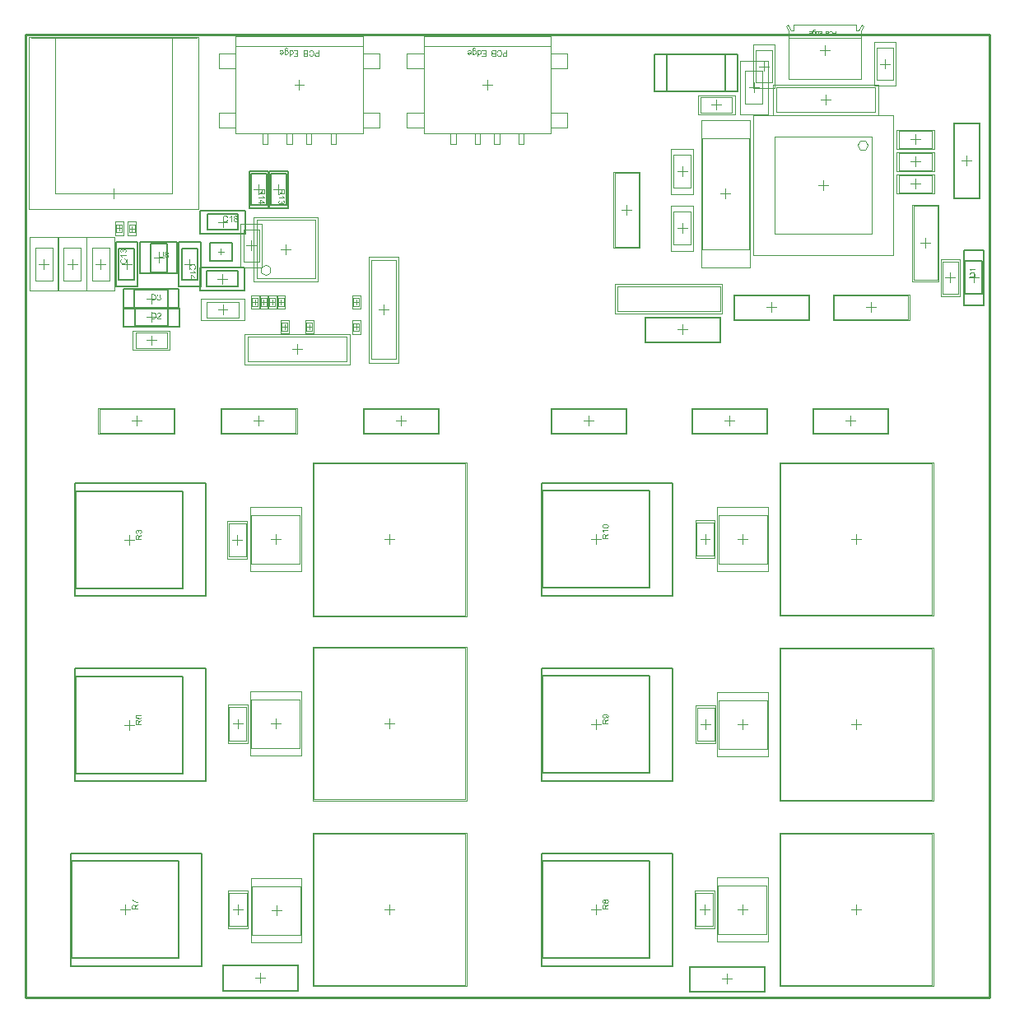
<source format=gko>
G04*
G04 #@! TF.GenerationSoftware,Altium Limited,Altium Designer,21.0.8 (223)*
G04*
G04 Layer_Color=16711935*
%FSLAX25Y25*%
%MOIN*%
G70*
G04*
G04 #@! TF.SameCoordinates,0C819516-2B0F-4561-8A23-745D184D752D*
G04*
G04*
G04 #@! TF.FilePolarity,Positive*
G04*
G01*
G75*
%ADD13C,0.00500*%
%ADD14C,0.00787*%
%ADD15C,0.01000*%
%ADD16C,0.00394*%
%ADD17C,0.00300*%
%ADD18C,0.00200*%
%ADD19C,0.00197*%
G36*
X151662Y395814D02*
X151709Y395807D01*
X151767Y395796D01*
X151833Y395777D01*
X151898Y395756D01*
X151964Y395726D01*
X151967D01*
X151971Y395723D01*
X151993Y395712D01*
X152025Y395690D01*
X152062Y395665D01*
X152106Y395628D01*
X152149Y395588D01*
X152193Y395541D01*
X152229Y395486D01*
X152233Y395479D01*
X152244Y395461D01*
X152259Y395428D01*
X152277Y395388D01*
X152295Y395341D01*
X152309Y395286D01*
X152320Y395224D01*
X152324Y395162D01*
Y395155D01*
Y395133D01*
X152320Y395104D01*
X152313Y395064D01*
X152302Y395017D01*
X152284Y394966D01*
X152262Y394915D01*
X152233Y394864D01*
X152229Y394857D01*
X152218Y394842D01*
X152197Y394816D01*
X152167Y394787D01*
X152131Y394755D01*
X152087Y394718D01*
X152036Y394685D01*
X151975Y394653D01*
X151978D01*
X151986Y394649D01*
X151996Y394645D01*
X152011Y394642D01*
X152051Y394627D01*
X152102Y394605D01*
X152160Y394576D01*
X152218Y394540D01*
X152273Y394493D01*
X152324Y394438D01*
X152328Y394431D01*
X152342Y394409D01*
X152364Y394372D01*
X152386Y394325D01*
X152408Y394267D01*
X152430Y394198D01*
X152444Y394118D01*
X152448Y394030D01*
Y394027D01*
Y394016D01*
Y393998D01*
X152444Y393976D01*
X152441Y393947D01*
X152433Y393914D01*
X152426Y393877D01*
X152419Y393837D01*
X152390Y393750D01*
X152368Y393703D01*
X152346Y393659D01*
X152317Y393612D01*
X152284Y393564D01*
X152248Y393517D01*
X152204Y393473D01*
X152200Y393470D01*
X152193Y393462D01*
X152178Y393451D01*
X152160Y393437D01*
X152138Y393419D01*
X152109Y393401D01*
X152076Y393379D01*
X152036Y393360D01*
X151996Y393339D01*
X151949Y393317D01*
X151902Y393299D01*
X151847Y393280D01*
X151789Y393266D01*
X151727Y393255D01*
X151665Y393248D01*
X151596Y393244D01*
X151563D01*
X151541Y393248D01*
X151512Y393251D01*
X151479Y393255D01*
X151443Y393262D01*
X151403Y393269D01*
X151316Y393291D01*
X151225Y393328D01*
X151177Y393350D01*
X151134Y393375D01*
X151090Y393408D01*
X151046Y393441D01*
X151043Y393444D01*
X151035Y393451D01*
X151024Y393462D01*
X151014Y393477D01*
X150995Y393495D01*
X150977Y393521D01*
X150955Y393546D01*
X150934Y393579D01*
X150912Y393615D01*
X150890Y393652D01*
X150850Y393739D01*
X150817Y393841D01*
X150806Y393896D01*
X150799Y393954D01*
X151108Y393994D01*
Y393990D01*
X151112Y393983D01*
X151116Y393968D01*
X151119Y393950D01*
X151123Y393928D01*
X151130Y393903D01*
X151148Y393848D01*
X151174Y393783D01*
X151207Y393721D01*
X151243Y393663D01*
X151287Y393612D01*
X151294Y393608D01*
X151308Y393593D01*
X151338Y393575D01*
X151374Y393557D01*
X151418Y393535D01*
X151472Y393517D01*
X151534Y393502D01*
X151600Y393499D01*
X151621D01*
X151636Y393502D01*
X151676Y393506D01*
X151727Y393517D01*
X151785Y393535D01*
X151847Y393561D01*
X151909Y393597D01*
X151967Y393648D01*
X151975Y393655D01*
X151993Y393677D01*
X152015Y393710D01*
X152044Y393754D01*
X152073Y393808D01*
X152095Y393870D01*
X152113Y393943D01*
X152120Y394023D01*
Y394027D01*
Y394034D01*
Y394045D01*
X152117Y394059D01*
X152113Y394099D01*
X152102Y394147D01*
X152087Y394205D01*
X152062Y394263D01*
X152025Y394321D01*
X151978Y394376D01*
X151971Y394383D01*
X151953Y394398D01*
X151924Y394420D01*
X151884Y394445D01*
X151833Y394471D01*
X151771Y394493D01*
X151702Y394507D01*
X151625Y394514D01*
X151592D01*
X151567Y394511D01*
X151534Y394507D01*
X151498Y394500D01*
X151454Y394493D01*
X151407Y394482D01*
X151443Y394755D01*
X151461D01*
X151476Y394751D01*
X151523D01*
X151563Y394758D01*
X151611Y394765D01*
X151665Y394777D01*
X151727Y394795D01*
X151785Y394820D01*
X151847Y394853D01*
X151851D01*
X151854Y394857D01*
X151873Y394871D01*
X151898Y394897D01*
X151927Y394929D01*
X151956Y394977D01*
X151982Y395031D01*
X152000Y395093D01*
X152007Y395129D01*
Y395170D01*
Y395173D01*
Y395177D01*
Y395199D01*
X152000Y395228D01*
X151993Y395268D01*
X151978Y395311D01*
X151960Y395359D01*
X151931Y395406D01*
X151891Y395450D01*
X151887Y395454D01*
X151869Y395468D01*
X151844Y395486D01*
X151811Y395508D01*
X151767Y395526D01*
X151716Y395545D01*
X151658Y395559D01*
X151592Y395563D01*
X151563D01*
X151531Y395555D01*
X151487Y395548D01*
X151439Y395534D01*
X151392Y395515D01*
X151341Y395486D01*
X151294Y395450D01*
X151290Y395446D01*
X151276Y395428D01*
X151254Y395403D01*
X151228Y395366D01*
X151203Y395319D01*
X151177Y395261D01*
X151156Y395191D01*
X151141Y395111D01*
X150832Y395166D01*
Y395170D01*
X150835Y395181D01*
X150839Y395195D01*
X150842Y395217D01*
X150850Y395242D01*
X150861Y395271D01*
X150883Y395341D01*
X150919Y395421D01*
X150963Y395501D01*
X151017Y395577D01*
X151086Y395646D01*
X151090Y395650D01*
X151097Y395654D01*
X151108Y395661D01*
X151123Y395672D01*
X151141Y395687D01*
X151166Y395701D01*
X151192Y395716D01*
X151225Y395734D01*
X151297Y395763D01*
X151381Y395792D01*
X151479Y395810D01*
X151531Y395817D01*
X151621D01*
X151662Y395814D01*
D02*
G37*
G36*
X149416Y395803D02*
X149488Y395799D01*
X149561Y395792D01*
X149634Y395781D01*
X149696Y395770D01*
X149700D01*
X149707Y395766D01*
X149718D01*
X149732Y395759D01*
X149772Y395748D01*
X149823Y395730D01*
X149882Y395705D01*
X149943Y395672D01*
X150005Y395636D01*
X150064Y395588D01*
X150067Y395585D01*
X150071Y395581D01*
X150082Y395570D01*
X150096Y395559D01*
X150133Y395523D01*
X150176Y395472D01*
X150224Y395410D01*
X150275Y395337D01*
X150322Y395253D01*
X150362Y395159D01*
Y395155D01*
X150366Y395148D01*
X150373Y395133D01*
X150377Y395111D01*
X150388Y395086D01*
X150395Y395057D01*
X150402Y395024D01*
X150413Y394984D01*
X150424Y394944D01*
X150431Y394897D01*
X150449Y394795D01*
X150460Y394682D01*
X150464Y394558D01*
Y394554D01*
Y394547D01*
Y394529D01*
Y394511D01*
X150460Y394485D01*
Y394456D01*
X150457Y394387D01*
X150446Y394307D01*
X150435Y394223D01*
X150417Y394136D01*
X150395Y394049D01*
Y394045D01*
X150391Y394038D01*
X150388Y394027D01*
X150384Y394012D01*
X150369Y393972D01*
X150347Y393921D01*
X150326Y393863D01*
X150296Y393805D01*
X150260Y393743D01*
X150224Y393685D01*
X150220Y393677D01*
X150206Y393659D01*
X150184Y393634D01*
X150155Y393601D01*
X150122Y393564D01*
X150082Y393528D01*
X150042Y393488D01*
X149994Y393455D01*
X149987Y393451D01*
X149973Y393441D01*
X149947Y393426D01*
X149911Y393408D01*
X149867Y393386D01*
X149816Y393368D01*
X149758Y393346D01*
X149692Y393328D01*
X149685D01*
X149674Y393324D01*
X149663Y393320D01*
X149627Y393317D01*
X149576Y393309D01*
X149518Y393302D01*
X149448Y393295D01*
X149372Y393291D01*
X149288Y393288D01*
X148382D01*
Y395807D01*
X149350D01*
X149416Y395803D01*
D02*
G37*
G36*
X151809Y388285D02*
X151838Y388281D01*
X151874Y388278D01*
X151914Y388270D01*
X151954Y388263D01*
X152049Y388238D01*
X152144Y388201D01*
X152191Y388179D01*
X152238Y388154D01*
X152282Y388121D01*
X152322Y388085D01*
X152326Y388081D01*
X152333Y388078D01*
X152340Y388063D01*
X152355Y388048D01*
X152373Y388030D01*
X152391Y388005D01*
X152409Y387979D01*
X152431Y387947D01*
X152468Y387877D01*
X152504Y387790D01*
X152519Y387746D01*
X152526Y387695D01*
X152533Y387644D01*
X152537Y387590D01*
Y387582D01*
Y387564D01*
X152533Y387535D01*
X152530Y387495D01*
X152522Y387452D01*
X152508Y387401D01*
X152493Y387346D01*
X152471Y387291D01*
X152468Y387284D01*
X152460Y387266D01*
X152446Y387237D01*
X152424Y387197D01*
X152395Y387153D01*
X152358Y387098D01*
X152315Y387044D01*
X152264Y386982D01*
X152257Y386975D01*
X152238Y386953D01*
X152220Y386935D01*
X152202Y386916D01*
X152180Y386895D01*
X152151Y386865D01*
X152122Y386836D01*
X152085Y386804D01*
X152049Y386767D01*
X152005Y386727D01*
X151958Y386687D01*
X151907Y386640D01*
X151849Y386592D01*
X151791Y386542D01*
X151787Y386538D01*
X151780Y386531D01*
X151765Y386520D01*
X151747Y386505D01*
X151725Y386483D01*
X151700Y386461D01*
X151641Y386414D01*
X151579Y386360D01*
X151521Y386305D01*
X151470Y386258D01*
X151448Y386239D01*
X151430Y386221D01*
X151427Y386217D01*
X151416Y386207D01*
X151401Y386192D01*
X151383Y386170D01*
X151365Y386145D01*
X151343Y386119D01*
X151299Y386057D01*
X152540D01*
Y385759D01*
X150870D01*
Y385763D01*
Y385777D01*
Y385799D01*
X150873Y385828D01*
X150877Y385861D01*
X150884Y385897D01*
X150891Y385934D01*
X150906Y385974D01*
Y385977D01*
X150910Y385981D01*
X150917Y386003D01*
X150932Y386035D01*
X150953Y386079D01*
X150982Y386130D01*
X151019Y386188D01*
X151059Y386247D01*
X151110Y386309D01*
Y386312D01*
X151117Y386316D01*
X151135Y386338D01*
X151168Y386370D01*
X151215Y386418D01*
X151270Y386472D01*
X151339Y386538D01*
X151423Y386611D01*
X151514Y386687D01*
X151518Y386691D01*
X151532Y386702D01*
X151554Y386720D01*
X151579Y386742D01*
X151612Y386771D01*
X151652Y386804D01*
X151692Y386840D01*
X151740Y386880D01*
X151831Y386967D01*
X151922Y387055D01*
X151965Y387098D01*
X152005Y387142D01*
X152042Y387182D01*
X152071Y387222D01*
Y387226D01*
X152078Y387229D01*
X152085Y387240D01*
X152093Y387255D01*
X152118Y387295D01*
X152147Y387342D01*
X152173Y387401D01*
X152198Y387462D01*
X152213Y387532D01*
X152220Y387597D01*
Y387601D01*
Y387604D01*
X152216Y387626D01*
X152213Y387663D01*
X152202Y387703D01*
X152187Y387754D01*
X152162Y387805D01*
X152129Y387856D01*
X152085Y387907D01*
X152078Y387914D01*
X152060Y387928D01*
X152034Y387947D01*
X151994Y387972D01*
X151943Y387994D01*
X151885Y388016D01*
X151816Y388030D01*
X151740Y388034D01*
X151718D01*
X151703Y388030D01*
X151660Y388027D01*
X151609Y388016D01*
X151554Y388001D01*
X151492Y387976D01*
X151434Y387943D01*
X151379Y387899D01*
X151372Y387892D01*
X151357Y387874D01*
X151336Y387845D01*
X151314Y387801D01*
X151288Y387750D01*
X151266Y387684D01*
X151252Y387612D01*
X151245Y387528D01*
X150928Y387561D01*
Y387564D01*
X150932Y387575D01*
Y387593D01*
X150935Y387619D01*
X150942Y387648D01*
X150950Y387681D01*
X150961Y387721D01*
X150972Y387761D01*
X151001Y387848D01*
X151044Y387936D01*
X151070Y387979D01*
X151103Y388023D01*
X151135Y388063D01*
X151172Y388099D01*
X151175Y388103D01*
X151183Y388107D01*
X151194Y388118D01*
X151212Y388128D01*
X151234Y388143D01*
X151259Y388158D01*
X151288Y388176D01*
X151325Y388194D01*
X151365Y388212D01*
X151408Y388230D01*
X151456Y388245D01*
X151507Y388260D01*
X151561Y388270D01*
X151620Y388281D01*
X151681Y388285D01*
X151747Y388289D01*
X151783D01*
X151809Y388285D01*
D02*
G37*
G36*
X149534Y388274D02*
X149607Y388270D01*
X149679Y388263D01*
X149752Y388252D01*
X149814Y388241D01*
X149818D01*
X149825Y388238D01*
X149836D01*
X149850Y388230D01*
X149890Y388219D01*
X149941Y388201D01*
X150000Y388176D01*
X150062Y388143D01*
X150123Y388107D01*
X150182Y388059D01*
X150185Y388056D01*
X150189Y388052D01*
X150200Y388041D01*
X150214Y388030D01*
X150251Y387994D01*
X150294Y387943D01*
X150342Y387881D01*
X150393Y387808D01*
X150440Y387724D01*
X150480Y387630D01*
Y387626D01*
X150484Y387619D01*
X150491Y387604D01*
X150495Y387582D01*
X150506Y387557D01*
X150513Y387528D01*
X150520Y387495D01*
X150531Y387455D01*
X150542Y387415D01*
X150549Y387368D01*
X150567Y387266D01*
X150578Y387153D01*
X150582Y387029D01*
Y387026D01*
Y387018D01*
Y387000D01*
Y386982D01*
X150578Y386956D01*
Y386927D01*
X150575Y386858D01*
X150564Y386778D01*
X150553Y386694D01*
X150535Y386607D01*
X150513Y386520D01*
Y386516D01*
X150509Y386509D01*
X150506Y386498D01*
X150502Y386483D01*
X150487Y386443D01*
X150466Y386392D01*
X150444Y386334D01*
X150415Y386276D01*
X150378Y386214D01*
X150342Y386156D01*
X150338Y386148D01*
X150324Y386130D01*
X150302Y386105D01*
X150273Y386072D01*
X150240Y386035D01*
X150200Y385999D01*
X150160Y385959D01*
X150112Y385926D01*
X150105Y385923D01*
X150091Y385912D01*
X150065Y385897D01*
X150029Y385879D01*
X149985Y385857D01*
X149934Y385839D01*
X149876Y385817D01*
X149810Y385799D01*
X149803D01*
X149792Y385795D01*
X149781Y385792D01*
X149745Y385788D01*
X149694Y385781D01*
X149636Y385773D01*
X149566Y385766D01*
X149490Y385763D01*
X149406Y385759D01*
X148500D01*
Y388278D01*
X149468D01*
X149534Y388274D01*
D02*
G37*
G36*
X482241Y405769D02*
X480272D01*
X480275Y405765D01*
X480290Y405747D01*
X480312Y405725D01*
X480337Y405689D01*
X480370Y405649D01*
X480407Y405598D01*
X480447Y405539D01*
X480487Y405474D01*
Y405470D01*
X480490Y405467D01*
X480505Y405445D01*
X480523Y405408D01*
X480545Y405365D01*
X480570Y405314D01*
X480596Y405259D01*
X480621Y405204D01*
X480643Y405150D01*
X480345D01*
Y405154D01*
X480337Y405161D01*
X480334Y405175D01*
X480323Y405194D01*
X480312Y405215D01*
X480297Y405241D01*
X480261Y405303D01*
X480221Y405376D01*
X480170Y405448D01*
X480112Y405525D01*
X480050Y405601D01*
X480046Y405605D01*
X480043Y405609D01*
X480032Y405619D01*
X480021Y405634D01*
X479984Y405667D01*
X479941Y405711D01*
X479890Y405754D01*
X479831Y405801D01*
X479773Y405841D01*
X479711Y405878D01*
Y406078D01*
X482241D01*
Y405769D01*
D02*
G37*
G36*
X481044Y404578D02*
X481073D01*
X481142Y404575D01*
X481222Y404564D01*
X481306Y404553D01*
X481393Y404535D01*
X481480Y404513D01*
X481484D01*
X481491Y404509D01*
X481502Y404506D01*
X481517Y404502D01*
X481557Y404487D01*
X481608Y404466D01*
X481666Y404444D01*
X481724Y404415D01*
X481786Y404378D01*
X481844Y404342D01*
X481852Y404338D01*
X481870Y404324D01*
X481895Y404302D01*
X481928Y404273D01*
X481964Y404240D01*
X482001Y404200D01*
X482041Y404160D01*
X482074Y404112D01*
X482077Y404105D01*
X482088Y404091D01*
X482103Y404065D01*
X482121Y404029D01*
X482143Y403985D01*
X482161Y403934D01*
X482183Y403876D01*
X482201Y403810D01*
Y403803D01*
X482205Y403792D01*
X482208Y403781D01*
X482212Y403745D01*
X482219Y403694D01*
X482227Y403636D01*
X482234Y403567D01*
X482237Y403490D01*
X482241Y403406D01*
Y402500D01*
X479722D01*
Y403468D01*
X479726Y403534D01*
X479730Y403607D01*
X479737Y403679D01*
X479748Y403752D01*
X479759Y403814D01*
Y403818D01*
X479762Y403825D01*
Y403836D01*
X479770Y403850D01*
X479780Y403891D01*
X479799Y403941D01*
X479824Y404000D01*
X479857Y404062D01*
X479893Y404123D01*
X479941Y404182D01*
X479944Y404185D01*
X479948Y404189D01*
X479959Y404200D01*
X479970Y404214D01*
X480006Y404251D01*
X480057Y404294D01*
X480119Y404342D01*
X480192Y404393D01*
X480275Y404440D01*
X480370Y404480D01*
X480374D01*
X480381Y404484D01*
X480396Y404491D01*
X480417Y404495D01*
X480443Y404506D01*
X480472Y404513D01*
X480505Y404520D01*
X480545Y404531D01*
X480585Y404542D01*
X480632Y404549D01*
X480734Y404567D01*
X480847Y404578D01*
X480971Y404582D01*
X480974D01*
X480982D01*
X481000D01*
X481018D01*
X481044Y404578D01*
D02*
G37*
G36*
X194519Y437052D02*
X194515Y437023D01*
Y436990D01*
X194512Y436914D01*
X194501Y436834D01*
X194490Y436747D01*
X194472Y436667D01*
X194461Y436626D01*
X194450Y436594D01*
Y436590D01*
X194446Y436587D01*
X194435Y436565D01*
X194421Y436532D01*
X194395Y436492D01*
X194362Y436448D01*
X194319Y436401D01*
X194268Y436357D01*
X194209Y436313D01*
X194206D01*
X194202Y436310D01*
X194180Y436295D01*
X194144Y436281D01*
X194097Y436259D01*
X194042Y436241D01*
X193976Y436223D01*
X193907Y436211D01*
X193831Y436208D01*
X193827D01*
X193820D01*
X193805D01*
X193787Y436211D01*
X193762D01*
X193736Y436215D01*
X193674Y436230D01*
X193602Y436252D01*
X193525Y436281D01*
X193449Y436324D01*
X193412Y436353D01*
X193376Y436383D01*
X193372Y436386D01*
X193369Y436390D01*
X193358Y436401D01*
X193347Y436415D01*
X193332Y436434D01*
X193318Y436455D01*
X193299Y436485D01*
X193278Y436514D01*
X193259Y436550D01*
X193241Y436590D01*
X193219Y436634D01*
X193201Y436681D01*
X193187Y436736D01*
X193168Y436790D01*
X193157Y436852D01*
X193147Y436918D01*
X193143Y436910D01*
X193136Y436896D01*
X193121Y436874D01*
X193106Y436845D01*
X193067Y436779D01*
X193041Y436747D01*
X193019Y436718D01*
X193012Y436710D01*
X192994Y436692D01*
X192965Y436663D01*
X192928Y436626D01*
X192877Y436587D01*
X192823Y436539D01*
X192757Y436492D01*
X192684Y436441D01*
X192000Y436008D01*
Y436423D01*
X192524Y436754D01*
X192528D01*
X192535Y436761D01*
X192546Y436768D01*
X192561Y436779D01*
X192601Y436805D01*
X192651Y436838D01*
X192706Y436878D01*
X192764Y436918D01*
X192819Y436958D01*
X192870Y436994D01*
X192874Y436998D01*
X192888Y437009D01*
X192910Y437027D01*
X192935Y437052D01*
X192990Y437107D01*
X193016Y437136D01*
X193037Y437165D01*
X193041Y437169D01*
X193045Y437176D01*
X193052Y437191D01*
X193063Y437213D01*
X193074Y437234D01*
X193085Y437260D01*
X193103Y437318D01*
Y437322D01*
X193106Y437329D01*
Y437344D01*
X193110Y437362D01*
X193114Y437387D01*
Y437416D01*
X193117Y437456D01*
Y437886D01*
X192000D01*
Y438221D01*
X194519D01*
Y437052D01*
D02*
G37*
G36*
X193896Y435571D02*
X193904Y435564D01*
X193907Y435549D01*
X193918Y435531D01*
X193929Y435509D01*
X193944Y435484D01*
X193980Y435422D01*
X194020Y435349D01*
X194071Y435276D01*
X194129Y435200D01*
X194191Y435123D01*
X194195Y435119D01*
X194199Y435116D01*
X194209Y435105D01*
X194220Y435090D01*
X194257Y435058D01*
X194300Y435014D01*
X194351Y434970D01*
X194410Y434923D01*
X194468Y434883D01*
X194530Y434847D01*
Y434646D01*
X192000D01*
Y434956D01*
X193969D01*
X193966Y434959D01*
X193951Y434978D01*
X193929Y434999D01*
X193904Y435036D01*
X193871Y435076D01*
X193834Y435127D01*
X193795Y435185D01*
X193754Y435251D01*
Y435254D01*
X193751Y435258D01*
X193736Y435280D01*
X193718Y435316D01*
X193696Y435360D01*
X193671Y435411D01*
X193645Y435465D01*
X193620Y435520D01*
X193598Y435574D01*
X193896D01*
Y435571D01*
D02*
G37*
G36*
X194519Y432804D02*
Y432553D01*
X192888D01*
Y432211D01*
X192604D01*
Y432553D01*
X192000D01*
Y432863D01*
X192604D01*
Y433958D01*
X192888D01*
X194519Y432804D01*
D02*
G37*
G36*
X202562Y437052D02*
X202559Y437023D01*
Y436990D01*
X202555Y436914D01*
X202544Y436834D01*
X202533Y436747D01*
X202515Y436667D01*
X202504Y436626D01*
X202493Y436594D01*
Y436590D01*
X202490Y436587D01*
X202479Y436565D01*
X202464Y436532D01*
X202439Y436492D01*
X202406Y436448D01*
X202362Y436401D01*
X202311Y436357D01*
X202253Y436313D01*
X202250D01*
X202246Y436310D01*
X202224Y436295D01*
X202188Y436281D01*
X202140Y436259D01*
X202086Y436241D01*
X202020Y436223D01*
X201951Y436211D01*
X201874Y436208D01*
X201871D01*
X201864D01*
X201849D01*
X201831Y436211D01*
X201805D01*
X201780Y436215D01*
X201718Y436230D01*
X201645Y436252D01*
X201569Y436281D01*
X201492Y436324D01*
X201456Y436353D01*
X201420Y436383D01*
X201416Y436386D01*
X201412Y436390D01*
X201401Y436401D01*
X201390Y436415D01*
X201376Y436434D01*
X201361Y436455D01*
X201343Y436485D01*
X201321Y436514D01*
X201303Y436550D01*
X201285Y436590D01*
X201263Y436634D01*
X201245Y436681D01*
X201230Y436736D01*
X201212Y436790D01*
X201201Y436852D01*
X201190Y436918D01*
X201187Y436910D01*
X201179Y436896D01*
X201165Y436874D01*
X201150Y436845D01*
X201110Y436779D01*
X201085Y436747D01*
X201063Y436718D01*
X201056Y436710D01*
X201037Y436692D01*
X201008Y436663D01*
X200972Y436626D01*
X200921Y436587D01*
X200866Y436539D01*
X200801Y436492D01*
X200728Y436441D01*
X200044Y436008D01*
Y436423D01*
X200568Y436754D01*
X200571D01*
X200579Y436761D01*
X200590Y436768D01*
X200604Y436779D01*
X200644Y436805D01*
X200695Y436838D01*
X200750Y436878D01*
X200808Y436918D01*
X200863Y436958D01*
X200914Y436994D01*
X200917Y436998D01*
X200932Y437009D01*
X200954Y437027D01*
X200979Y437052D01*
X201034Y437107D01*
X201059Y437136D01*
X201081Y437165D01*
X201085Y437169D01*
X201088Y437176D01*
X201096Y437191D01*
X201107Y437213D01*
X201117Y437234D01*
X201128Y437260D01*
X201147Y437318D01*
Y437322D01*
X201150Y437329D01*
Y437344D01*
X201154Y437362D01*
X201157Y437387D01*
Y437416D01*
X201161Y437456D01*
Y437886D01*
X200044D01*
Y438221D01*
X202562D01*
Y437052D01*
D02*
G37*
G36*
X201940Y435571D02*
X201947Y435564D01*
X201951Y435549D01*
X201962Y435531D01*
X201973Y435509D01*
X201987Y435484D01*
X202024Y435422D01*
X202064Y435349D01*
X202115Y435276D01*
X202173Y435200D01*
X202235Y435123D01*
X202239Y435119D01*
X202242Y435116D01*
X202253Y435105D01*
X202264Y435090D01*
X202300Y435058D01*
X202344Y435014D01*
X202395Y434970D01*
X202453Y434923D01*
X202512Y434883D01*
X202573Y434847D01*
Y434646D01*
X200044D01*
Y434956D01*
X202013D01*
X202009Y434959D01*
X201995Y434978D01*
X201973Y434999D01*
X201947Y435036D01*
X201915Y435076D01*
X201878Y435127D01*
X201838Y435185D01*
X201798Y435251D01*
Y435254D01*
X201795Y435258D01*
X201780Y435280D01*
X201762Y435316D01*
X201740Y435360D01*
X201714Y435411D01*
X201689Y435465D01*
X201663Y435520D01*
X201642Y435574D01*
X201940D01*
Y435571D01*
D02*
G37*
G36*
X200750Y433540D02*
X200746D01*
X200739Y433536D01*
X200724Y433532D01*
X200706Y433529D01*
X200684Y433525D01*
X200659Y433518D01*
X200604Y433500D01*
X200539Y433474D01*
X200477Y433441D01*
X200419Y433405D01*
X200368Y433361D01*
X200364Y433354D01*
X200349Y433340D01*
X200331Y433311D01*
X200313Y433274D01*
X200291Y433230D01*
X200273Y433176D01*
X200258Y433114D01*
X200255Y433048D01*
Y433027D01*
X200258Y433012D01*
X200262Y432972D01*
X200273Y432921D01*
X200291Y432863D01*
X200317Y432801D01*
X200353Y432739D01*
X200404Y432681D01*
X200411Y432674D01*
X200433Y432655D01*
X200466Y432633D01*
X200510Y432604D01*
X200564Y432575D01*
X200626Y432553D01*
X200699Y432535D01*
X200779Y432528D01*
X200782D01*
X200790D01*
X200801D01*
X200815Y432531D01*
X200855Y432535D01*
X200903Y432546D01*
X200961Y432561D01*
X201019Y432586D01*
X201077Y432622D01*
X201132Y432670D01*
X201139Y432677D01*
X201154Y432695D01*
X201176Y432724D01*
X201201Y432764D01*
X201227Y432815D01*
X201249Y432877D01*
X201263Y432946D01*
X201270Y433023D01*
Y433056D01*
X201267Y433081D01*
X201263Y433114D01*
X201256Y433150D01*
X201249Y433194D01*
X201238Y433241D01*
X201511Y433205D01*
Y433187D01*
X201507Y433172D01*
Y433125D01*
X201514Y433085D01*
X201521Y433038D01*
X201532Y432983D01*
X201551Y432921D01*
X201576Y432863D01*
X201609Y432801D01*
Y432797D01*
X201612Y432794D01*
X201627Y432775D01*
X201653Y432750D01*
X201685Y432721D01*
X201733Y432692D01*
X201787Y432666D01*
X201849Y432648D01*
X201886Y432641D01*
X201925D01*
X201929D01*
X201933D01*
X201955D01*
X201984Y432648D01*
X202024Y432655D01*
X202067Y432670D01*
X202115Y432688D01*
X202162Y432717D01*
X202206Y432757D01*
X202209Y432761D01*
X202224Y432779D01*
X202242Y432804D01*
X202264Y432837D01*
X202282Y432881D01*
X202300Y432932D01*
X202315Y432990D01*
X202319Y433056D01*
Y433085D01*
X202311Y433118D01*
X202304Y433161D01*
X202290Y433209D01*
X202271Y433256D01*
X202242Y433307D01*
X202206Y433354D01*
X202202Y433358D01*
X202184Y433372D01*
X202158Y433394D01*
X202122Y433420D01*
X202075Y433445D01*
X202016Y433471D01*
X201947Y433493D01*
X201867Y433507D01*
X201922Y433816D01*
X201925D01*
X201936Y433813D01*
X201951Y433809D01*
X201973Y433806D01*
X201998Y433798D01*
X202027Y433787D01*
X202097Y433766D01*
X202177Y433729D01*
X202257Y433685D01*
X202333Y433631D01*
X202402Y433562D01*
X202406Y433558D01*
X202410Y433551D01*
X202417Y433540D01*
X202428Y433525D01*
X202442Y433507D01*
X202457Y433482D01*
X202471Y433456D01*
X202490Y433423D01*
X202519Y433351D01*
X202548Y433267D01*
X202566Y433169D01*
X202573Y433118D01*
Y433027D01*
X202570Y432986D01*
X202562Y432939D01*
X202552Y432881D01*
X202533Y432815D01*
X202512Y432750D01*
X202482Y432684D01*
Y432681D01*
X202479Y432677D01*
X202468Y432655D01*
X202446Y432622D01*
X202421Y432586D01*
X202384Y432542D01*
X202344Y432499D01*
X202297Y432455D01*
X202242Y432419D01*
X202235Y432415D01*
X202217Y432404D01*
X202184Y432389D01*
X202144Y432371D01*
X202097Y432353D01*
X202042Y432339D01*
X201980Y432328D01*
X201918Y432324D01*
X201911D01*
X201889D01*
X201860Y432328D01*
X201820Y432335D01*
X201773Y432346D01*
X201722Y432364D01*
X201671Y432386D01*
X201620Y432415D01*
X201612Y432419D01*
X201598Y432430D01*
X201572Y432451D01*
X201543Y432481D01*
X201511Y432517D01*
X201474Y432561D01*
X201441Y432612D01*
X201409Y432674D01*
Y432670D01*
X201405Y432663D01*
X201401Y432652D01*
X201398Y432637D01*
X201383Y432597D01*
X201361Y432546D01*
X201332Y432488D01*
X201296Y432430D01*
X201249Y432375D01*
X201194Y432324D01*
X201187Y432320D01*
X201165Y432306D01*
X201128Y432284D01*
X201081Y432262D01*
X201023Y432240D01*
X200954Y432219D01*
X200874Y432204D01*
X200786Y432200D01*
X200782D01*
X200772D01*
X200753D01*
X200732Y432204D01*
X200703Y432207D01*
X200670Y432215D01*
X200633Y432222D01*
X200593Y432229D01*
X200506Y432259D01*
X200459Y432280D01*
X200415Y432302D01*
X200368Y432331D01*
X200320Y432364D01*
X200273Y432401D01*
X200229Y432444D01*
X200226Y432448D01*
X200218Y432455D01*
X200207Y432470D01*
X200193Y432488D01*
X200175Y432510D01*
X200156Y432539D01*
X200135Y432572D01*
X200116Y432612D01*
X200095Y432652D01*
X200073Y432699D01*
X200055Y432746D01*
X200036Y432801D01*
X200022Y432859D01*
X200011Y432921D01*
X200004Y432983D01*
X200000Y433052D01*
Y433085D01*
X200004Y433107D01*
X200007Y433136D01*
X200011Y433169D01*
X200018Y433205D01*
X200025Y433245D01*
X200047Y433332D01*
X200084Y433423D01*
X200106Y433471D01*
X200131Y433514D01*
X200164Y433558D01*
X200197Y433602D01*
X200200Y433605D01*
X200207Y433613D01*
X200218Y433624D01*
X200233Y433634D01*
X200251Y433653D01*
X200277Y433671D01*
X200302Y433693D01*
X200335Y433714D01*
X200371Y433736D01*
X200408Y433758D01*
X200495Y433798D01*
X200597Y433831D01*
X200652Y433842D01*
X200710Y433849D01*
X200750Y433540D01*
D02*
G37*
G36*
X137768Y414119D02*
X137797Y414115D01*
X137830Y414108D01*
X137867Y414101D01*
X137907Y414093D01*
X137994Y414064D01*
X138041Y414042D01*
X138085Y414020D01*
X138132Y413991D01*
X138180Y413959D01*
X138227Y413922D01*
X138271Y413878D01*
X138274Y413875D01*
X138282Y413868D01*
X138293Y413853D01*
X138307Y413835D01*
X138325Y413813D01*
X138344Y413784D01*
X138365Y413751D01*
X138383Y413711D01*
X138405Y413671D01*
X138427Y413624D01*
X138445Y413576D01*
X138464Y413522D01*
X138478Y413464D01*
X138489Y413402D01*
X138496Y413340D01*
X138500Y413271D01*
Y413238D01*
X138496Y413216D01*
X138493Y413187D01*
X138489Y413154D01*
X138482Y413118D01*
X138475Y413078D01*
X138453Y412990D01*
X138416Y412899D01*
X138394Y412852D01*
X138369Y412808D01*
X138336Y412765D01*
X138303Y412721D01*
X138300Y412717D01*
X138293Y412710D01*
X138282Y412699D01*
X138267Y412688D01*
X138249Y412670D01*
X138223Y412652D01*
X138198Y412630D01*
X138165Y412608D01*
X138129Y412586D01*
X138092Y412565D01*
X138005Y412525D01*
X137903Y412492D01*
X137848Y412481D01*
X137790Y412473D01*
X137750Y412783D01*
X137754D01*
X137761Y412786D01*
X137776Y412790D01*
X137794Y412794D01*
X137816Y412797D01*
X137841Y412805D01*
X137896Y412823D01*
X137961Y412848D01*
X138023Y412881D01*
X138081Y412918D01*
X138132Y412961D01*
X138136Y412968D01*
X138151Y412983D01*
X138169Y413012D01*
X138187Y413049D01*
X138209Y413092D01*
X138227Y413147D01*
X138242Y413209D01*
X138245Y413274D01*
Y413296D01*
X138242Y413311D01*
X138238Y413351D01*
X138227Y413402D01*
X138209Y413460D01*
X138183Y413522D01*
X138147Y413584D01*
X138096Y413642D01*
X138089Y413649D01*
X138067Y413667D01*
X138034Y413689D01*
X137990Y413718D01*
X137936Y413748D01*
X137874Y413769D01*
X137801Y413788D01*
X137721Y413795D01*
X137717D01*
X137710D01*
X137699D01*
X137685Y413791D01*
X137645Y413788D01*
X137597Y413777D01*
X137539Y413762D01*
X137481Y413737D01*
X137423Y413700D01*
X137368Y413653D01*
X137361Y413646D01*
X137346Y413627D01*
X137324Y413598D01*
X137299Y413558D01*
X137273Y413507D01*
X137251Y413445D01*
X137237Y413376D01*
X137230Y413300D01*
Y413267D01*
X137233Y413242D01*
X137237Y413209D01*
X137244Y413172D01*
X137251Y413129D01*
X137262Y413081D01*
X136989Y413118D01*
Y413136D01*
X136993Y413151D01*
Y413198D01*
X136986Y413238D01*
X136978Y413285D01*
X136968Y413340D01*
X136949Y413402D01*
X136924Y413460D01*
X136891Y413522D01*
Y413525D01*
X136888Y413529D01*
X136873Y413547D01*
X136847Y413573D01*
X136815Y413602D01*
X136767Y413631D01*
X136713Y413657D01*
X136651Y413675D01*
X136615Y413682D01*
X136574D01*
X136571D01*
X136567D01*
X136545D01*
X136516Y413675D01*
X136476Y413667D01*
X136433Y413653D01*
X136385Y413635D01*
X136338Y413606D01*
X136294Y413565D01*
X136291Y413562D01*
X136276Y413544D01*
X136258Y413518D01*
X136236Y413485D01*
X136218Y413442D01*
X136199Y413391D01*
X136185Y413333D01*
X136181Y413267D01*
Y413238D01*
X136189Y413205D01*
X136196Y413162D01*
X136211Y413114D01*
X136229Y413067D01*
X136258Y413016D01*
X136294Y412968D01*
X136298Y412965D01*
X136316Y412950D01*
X136342Y412928D01*
X136378Y412903D01*
X136425Y412878D01*
X136484Y412852D01*
X136553Y412830D01*
X136633Y412816D01*
X136578Y412506D01*
X136574D01*
X136564Y412510D01*
X136549Y412514D01*
X136527Y412517D01*
X136502Y412525D01*
X136473Y412535D01*
X136403Y412557D01*
X136323Y412594D01*
X136243Y412637D01*
X136167Y412692D01*
X136098Y412761D01*
X136094Y412765D01*
X136090Y412772D01*
X136083Y412783D01*
X136072Y412797D01*
X136058Y412816D01*
X136043Y412841D01*
X136029Y412867D01*
X136010Y412899D01*
X135981Y412972D01*
X135952Y413056D01*
X135934Y413154D01*
X135926Y413205D01*
Y413296D01*
X135930Y413336D01*
X135938Y413383D01*
X135948Y413442D01*
X135967Y413507D01*
X135988Y413573D01*
X136018Y413638D01*
Y413642D01*
X136021Y413646D01*
X136032Y413667D01*
X136054Y413700D01*
X136079Y413737D01*
X136116Y413780D01*
X136156Y413824D01*
X136203Y413868D01*
X136258Y413904D01*
X136265Y413908D01*
X136283Y413919D01*
X136316Y413933D01*
X136356Y413951D01*
X136403Y413970D01*
X136458Y413984D01*
X136520Y413995D01*
X136582Y413999D01*
X136589D01*
X136611D01*
X136640Y413995D01*
X136680Y413988D01*
X136727Y413977D01*
X136778Y413959D01*
X136829Y413937D01*
X136880Y413908D01*
X136888Y413904D01*
X136902Y413893D01*
X136927Y413871D01*
X136957Y413842D01*
X136989Y413806D01*
X137026Y413762D01*
X137059Y413711D01*
X137091Y413649D01*
Y413653D01*
X137095Y413660D01*
X137099Y413671D01*
X137102Y413686D01*
X137117Y413726D01*
X137139Y413777D01*
X137168Y413835D01*
X137204Y413893D01*
X137251Y413948D01*
X137306Y413999D01*
X137313Y414002D01*
X137335Y414017D01*
X137372Y414039D01*
X137419Y414060D01*
X137477Y414082D01*
X137546Y414104D01*
X137626Y414119D01*
X137714Y414122D01*
X137717D01*
X137728D01*
X137747D01*
X137768Y414119D01*
D02*
G37*
G36*
X138456Y411367D02*
X136487D01*
X136491Y411363D01*
X136505Y411345D01*
X136527Y411323D01*
X136553Y411287D01*
X136585Y411247D01*
X136622Y411196D01*
X136662Y411138D01*
X136702Y411072D01*
Y411068D01*
X136706Y411065D01*
X136720Y411043D01*
X136738Y411007D01*
X136760Y410963D01*
X136786Y410912D01*
X136811Y410857D01*
X136837Y410803D01*
X136858Y410748D01*
X136560D01*
Y410752D01*
X136553Y410759D01*
X136549Y410774D01*
X136538Y410792D01*
X136527Y410814D01*
X136513Y410839D01*
X136476Y410901D01*
X136436Y410974D01*
X136385Y411047D01*
X136327Y411123D01*
X136265Y411200D01*
X136261Y411203D01*
X136258Y411207D01*
X136247Y411218D01*
X136236Y411232D01*
X136199Y411265D01*
X136156Y411309D01*
X136105Y411352D01*
X136047Y411400D01*
X135988Y411440D01*
X135926Y411476D01*
Y411676D01*
X138456D01*
Y411367D01*
D02*
G37*
G36*
X137677Y410224D02*
X137699Y410217D01*
X137728Y410206D01*
X137761Y410195D01*
X137801Y410180D01*
X137845Y410162D01*
X137892Y410140D01*
X137994Y410089D01*
X138096Y410024D01*
X138147Y409984D01*
X138198Y409944D01*
X138242Y409900D01*
X138285Y409849D01*
X138289Y409845D01*
X138296Y409838D01*
X138303Y409820D01*
X138318Y409802D01*
X138336Y409773D01*
X138354Y409743D01*
X138373Y409703D01*
X138391Y409663D01*
X138413Y409616D01*
X138431Y409565D01*
X138449Y409511D01*
X138467Y409452D01*
X138482Y409390D01*
X138489Y409325D01*
X138496Y409256D01*
X138500Y409183D01*
Y409143D01*
X138496Y409114D01*
Y409081D01*
X138493Y409041D01*
X138486Y408997D01*
X138478Y408946D01*
X138460Y408841D01*
X138431Y408732D01*
X138391Y408622D01*
X138365Y408571D01*
X138336Y408521D01*
X138333Y408517D01*
X138329Y408509D01*
X138318Y408495D01*
X138303Y408480D01*
X138289Y408459D01*
X138267Y408433D01*
X138242Y408404D01*
X138213Y408375D01*
X138180Y408346D01*
X138147Y408313D01*
X138063Y408248D01*
X137965Y408186D01*
X137856Y408131D01*
X137852D01*
X137841Y408124D01*
X137823Y408120D01*
X137801Y408109D01*
X137772Y408102D01*
X137736Y408091D01*
X137696Y408076D01*
X137652Y408066D01*
X137605Y408055D01*
X137550Y408040D01*
X137437Y408022D01*
X137310Y408007D01*
X137179Y408000D01*
X137175D01*
X137161D01*
X137139D01*
X137113Y408004D01*
X137077D01*
X137040Y408007D01*
X136993Y408011D01*
X136946Y408018D01*
X136840Y408036D01*
X136724Y408062D01*
X136607Y408098D01*
X136494Y408149D01*
X136491Y408153D01*
X136480Y408156D01*
X136465Y408164D01*
X136447Y408178D01*
X136422Y408193D01*
X136392Y408211D01*
X136327Y408258D01*
X136254Y408320D01*
X136181Y408393D01*
X136109Y408477D01*
X136047Y408575D01*
X136043Y408579D01*
X136039Y408590D01*
X136032Y408604D01*
X136021Y408622D01*
X136010Y408651D01*
X135999Y408681D01*
X135985Y408717D01*
X135970Y408757D01*
X135956Y408801D01*
X135941Y408848D01*
X135919Y408950D01*
X135901Y409066D01*
X135894Y409187D01*
Y409223D01*
X135897Y409248D01*
X135901Y409281D01*
X135905Y409321D01*
X135908Y409361D01*
X135919Y409409D01*
X135941Y409507D01*
X135974Y409616D01*
X135996Y409671D01*
X136021Y409722D01*
X136054Y409773D01*
X136087Y409824D01*
X136090Y409827D01*
X136094Y409834D01*
X136105Y409849D01*
X136123Y409867D01*
X136141Y409886D01*
X136167Y409911D01*
X136196Y409936D01*
X136225Y409966D01*
X136261Y409995D01*
X136305Y410024D01*
X136349Y410056D01*
X136396Y410086D01*
X136451Y410111D01*
X136505Y410140D01*
X136564Y410162D01*
X136629Y410184D01*
X136706Y409856D01*
X136702D01*
X136695Y409853D01*
X136680Y409845D01*
X136662Y409838D01*
X136640Y409831D01*
X136611Y409820D01*
X136553Y409791D01*
X136487Y409754D01*
X136422Y409711D01*
X136360Y409656D01*
X136305Y409598D01*
X136298Y409591D01*
X136283Y409569D01*
X136265Y409532D01*
X136240Y409485D01*
X136218Y409423D01*
X136196Y409354D01*
X136181Y409270D01*
X136178Y409179D01*
Y409150D01*
X136181Y409132D01*
Y409106D01*
X136185Y409077D01*
X136196Y409008D01*
X136211Y408932D01*
X136236Y408852D01*
X136272Y408768D01*
X136320Y408692D01*
Y408688D01*
X136327Y408684D01*
X136345Y408659D01*
X136374Y408626D01*
X136418Y408586D01*
X136473Y408539D01*
X136534Y408495D01*
X136611Y408455D01*
X136695Y408419D01*
X136698D01*
X136706Y408415D01*
X136716Y408411D01*
X136735Y408408D01*
X136757Y408400D01*
X136782Y408393D01*
X136844Y408382D01*
X136917Y408368D01*
X136997Y408353D01*
X137084Y408346D01*
X137179Y408342D01*
X137182D01*
X137193D01*
X137212D01*
X137233D01*
X137259Y408346D01*
X137292D01*
X137328Y408349D01*
X137368Y408353D01*
X137455Y408364D01*
X137550Y408382D01*
X137645Y408404D01*
X137739Y408433D01*
X137743D01*
X137750Y408437D01*
X137761Y408444D01*
X137779Y408451D01*
X137823Y408473D01*
X137874Y408506D01*
X137932Y408546D01*
X137994Y408597D01*
X138049Y408655D01*
X138100Y408724D01*
Y408728D01*
X138103Y408735D01*
X138110Y408746D01*
X138118Y408761D01*
X138125Y408779D01*
X138136Y408801D01*
X138158Y408852D01*
X138180Y408917D01*
X138198Y408990D01*
X138213Y409070D01*
X138216Y409154D01*
Y409179D01*
X138213Y409201D01*
Y409227D01*
X138209Y409252D01*
X138194Y409318D01*
X138176Y409394D01*
X138147Y409471D01*
X138107Y409551D01*
X138085Y409591D01*
X138056Y409627D01*
X138052Y409631D01*
X138049Y409634D01*
X138038Y409645D01*
X138027Y409660D01*
X138009Y409674D01*
X137987Y409693D01*
X137965Y409714D01*
X137936Y409733D01*
X137903Y409754D01*
X137867Y409780D01*
X137830Y409802D01*
X137787Y409824D01*
X137739Y409842D01*
X137688Y409860D01*
X137634Y409878D01*
X137575Y409893D01*
X137659Y410228D01*
X137663D01*
X137677Y410224D01*
D02*
G37*
G36*
X165387Y407915D02*
X165423D01*
X165460Y407911D01*
X165507Y407908D01*
X165554Y407901D01*
X165660Y407882D01*
X165776Y407857D01*
X165893Y407821D01*
X166006Y407769D01*
X166009Y407766D01*
X166020Y407762D01*
X166035Y407755D01*
X166053Y407740D01*
X166078Y407726D01*
X166107Y407708D01*
X166173Y407660D01*
X166246Y407598D01*
X166319Y407526D01*
X166391Y407442D01*
X166453Y407344D01*
X166457Y407340D01*
X166461Y407329D01*
X166468Y407315D01*
X166479Y407296D01*
X166490Y407267D01*
X166501Y407238D01*
X166515Y407202D01*
X166530Y407162D01*
X166544Y407118D01*
X166559Y407071D01*
X166581Y406969D01*
X166599Y406852D01*
X166606Y406732D01*
Y406696D01*
X166603Y406670D01*
X166599Y406637D01*
X166595Y406598D01*
X166592Y406557D01*
X166581Y406510D01*
X166559Y406412D01*
X166526Y406303D01*
X166504Y406248D01*
X166479Y406197D01*
X166446Y406146D01*
X166413Y406095D01*
X166410Y406091D01*
X166406Y406084D01*
X166395Y406070D01*
X166377Y406051D01*
X166359Y406033D01*
X166333Y406008D01*
X166304Y405982D01*
X166275Y405953D01*
X166239Y405924D01*
X166195Y405895D01*
X166151Y405862D01*
X166104Y405833D01*
X166049Y405808D01*
X165995Y405779D01*
X165936Y405757D01*
X165871Y405735D01*
X165795Y406062D01*
X165798D01*
X165805Y406066D01*
X165820Y406073D01*
X165838Y406081D01*
X165860Y406088D01*
X165889Y406099D01*
X165947Y406128D01*
X166013Y406164D01*
X166078Y406208D01*
X166140Y406263D01*
X166195Y406321D01*
X166202Y406328D01*
X166217Y406350D01*
X166235Y406386D01*
X166260Y406434D01*
X166282Y406496D01*
X166304Y406565D01*
X166319Y406648D01*
X166322Y406739D01*
Y406769D01*
X166319Y406787D01*
Y406812D01*
X166315Y406841D01*
X166304Y406911D01*
X166289Y406987D01*
X166264Y407067D01*
X166228Y407151D01*
X166180Y407227D01*
Y407231D01*
X166173Y407234D01*
X166155Y407260D01*
X166126Y407293D01*
X166082Y407333D01*
X166027Y407380D01*
X165966Y407424D01*
X165889Y407464D01*
X165805Y407500D01*
X165802D01*
X165795Y407504D01*
X165784Y407508D01*
X165765Y407511D01*
X165744Y407518D01*
X165718Y407526D01*
X165656Y407537D01*
X165583Y407551D01*
X165503Y407566D01*
X165416Y407573D01*
X165321Y407577D01*
X165318D01*
X165307D01*
X165288D01*
X165267D01*
X165241Y407573D01*
X165208D01*
X165172Y407569D01*
X165132Y407566D01*
X165045Y407555D01*
X164950Y407537D01*
X164855Y407515D01*
X164761Y407486D01*
X164757D01*
X164750Y407482D01*
X164739Y407475D01*
X164721Y407467D01*
X164677Y407446D01*
X164626Y407413D01*
X164568Y407373D01*
X164506Y407322D01*
X164451Y407264D01*
X164400Y407194D01*
Y407191D01*
X164397Y407184D01*
X164389Y407173D01*
X164382Y407158D01*
X164375Y407140D01*
X164364Y407118D01*
X164342Y407067D01*
X164320Y407001D01*
X164302Y406929D01*
X164287Y406849D01*
X164284Y406765D01*
Y406739D01*
X164287Y406718D01*
Y406692D01*
X164291Y406667D01*
X164306Y406601D01*
X164324Y406525D01*
X164353Y406448D01*
X164393Y406368D01*
X164415Y406328D01*
X164444Y406292D01*
X164448Y406288D01*
X164451Y406284D01*
X164462Y406274D01*
X164473Y406259D01*
X164491Y406244D01*
X164513Y406226D01*
X164535Y406204D01*
X164564Y406186D01*
X164597Y406164D01*
X164633Y406139D01*
X164670Y406117D01*
X164713Y406095D01*
X164761Y406077D01*
X164812Y406059D01*
X164866Y406040D01*
X164925Y406026D01*
X164841Y405691D01*
X164837D01*
X164823Y405695D01*
X164801Y405702D01*
X164772Y405713D01*
X164739Y405724D01*
X164699Y405738D01*
X164655Y405757D01*
X164608Y405779D01*
X164506Y405829D01*
X164404Y405895D01*
X164353Y405935D01*
X164302Y405975D01*
X164258Y406019D01*
X164215Y406070D01*
X164211Y406073D01*
X164204Y406081D01*
X164197Y406099D01*
X164182Y406117D01*
X164164Y406146D01*
X164146Y406175D01*
X164127Y406215D01*
X164109Y406255D01*
X164087Y406303D01*
X164069Y406354D01*
X164051Y406408D01*
X164033Y406466D01*
X164018Y406528D01*
X164011Y406594D01*
X164004Y406663D01*
X164000Y406736D01*
Y406776D01*
X164004Y406805D01*
Y406838D01*
X164007Y406878D01*
X164014Y406921D01*
X164022Y406972D01*
X164040Y407078D01*
X164069Y407187D01*
X164109Y407296D01*
X164135Y407347D01*
X164164Y407398D01*
X164167Y407402D01*
X164171Y407409D01*
X164182Y407424D01*
X164197Y407438D01*
X164211Y407460D01*
X164233Y407486D01*
X164258Y407515D01*
X164287Y407544D01*
X164320Y407573D01*
X164353Y407606D01*
X164437Y407671D01*
X164535Y407733D01*
X164644Y407788D01*
X164648D01*
X164659Y407795D01*
X164677Y407799D01*
X164699Y407810D01*
X164728Y407817D01*
X164764Y407828D01*
X164804Y407842D01*
X164848Y407853D01*
X164895Y407864D01*
X164950Y407879D01*
X165063Y407897D01*
X165190Y407911D01*
X165321Y407919D01*
X165325D01*
X165340D01*
X165361D01*
X165387Y407915D01*
D02*
G37*
G36*
X165940Y405167D02*
X165947Y405160D01*
X165951Y405145D01*
X165962Y405127D01*
X165973Y405105D01*
X165987Y405080D01*
X166024Y405018D01*
X166064Y404945D01*
X166115Y404872D01*
X166173Y404796D01*
X166235Y404719D01*
X166239Y404716D01*
X166242Y404712D01*
X166253Y404701D01*
X166264Y404686D01*
X166300Y404654D01*
X166344Y404610D01*
X166395Y404566D01*
X166453Y404519D01*
X166512Y404479D01*
X166573Y404443D01*
Y404242D01*
X164044D01*
Y404552D01*
X166013D01*
X166009Y404555D01*
X165995Y404574D01*
X165973Y404596D01*
X165947Y404632D01*
X165915Y404672D01*
X165878Y404723D01*
X165838Y404781D01*
X165798Y404847D01*
Y404850D01*
X165795Y404854D01*
X165780Y404876D01*
X165762Y404912D01*
X165740Y404956D01*
X165714Y405007D01*
X165689Y405061D01*
X165663Y405116D01*
X165642Y405171D01*
X165940D01*
Y405167D01*
D02*
G37*
G36*
X166562Y402401D02*
Y402149D01*
X164932D01*
Y401807D01*
X164648D01*
Y402149D01*
X164044D01*
Y402459D01*
X164648D01*
Y403554D01*
X164932D01*
X166562Y402401D01*
D02*
G37*
G36*
X178627Y427602D02*
X178659Y427599D01*
X178700Y427595D01*
X178740Y427592D01*
X178787Y427581D01*
X178885Y427559D01*
X178994Y427526D01*
X179049Y427504D01*
X179100Y427479D01*
X179151Y427446D01*
X179202Y427413D01*
X179206Y427410D01*
X179213Y427406D01*
X179227Y427395D01*
X179245Y427377D01*
X179264Y427359D01*
X179289Y427333D01*
X179315Y427304D01*
X179344Y427275D01*
X179373Y427239D01*
X179402Y427195D01*
X179435Y427151D01*
X179464Y427104D01*
X179489Y427049D01*
X179518Y426995D01*
X179540Y426936D01*
X179562Y426871D01*
X179235Y426794D01*
Y426798D01*
X179231Y426805D01*
X179224Y426820D01*
X179216Y426838D01*
X179209Y426860D01*
X179198Y426889D01*
X179169Y426947D01*
X179133Y427013D01*
X179089Y427078D01*
X179034Y427140D01*
X178976Y427195D01*
X178969Y427202D01*
X178947Y427217D01*
X178911Y427235D01*
X178863Y427260D01*
X178801Y427282D01*
X178732Y427304D01*
X178649Y427319D01*
X178558Y427322D01*
X178528D01*
X178510Y427319D01*
X178485D01*
X178456Y427315D01*
X178386Y427304D01*
X178310Y427289D01*
X178230Y427264D01*
X178146Y427228D01*
X178070Y427180D01*
X178066D01*
X178062Y427173D01*
X178037Y427155D01*
X178004Y427126D01*
X177964Y427082D01*
X177917Y427027D01*
X177873Y426966D01*
X177833Y426889D01*
X177797Y426805D01*
Y426802D01*
X177793Y426794D01*
X177789Y426784D01*
X177786Y426765D01*
X177779Y426744D01*
X177771Y426718D01*
X177760Y426656D01*
X177746Y426583D01*
X177731Y426503D01*
X177724Y426416D01*
X177720Y426321D01*
Y426318D01*
Y426307D01*
Y426289D01*
Y426267D01*
X177724Y426241D01*
Y426208D01*
X177728Y426172D01*
X177731Y426132D01*
X177742Y426045D01*
X177760Y425950D01*
X177782Y425855D01*
X177811Y425761D01*
Y425757D01*
X177815Y425750D01*
X177822Y425739D01*
X177830Y425721D01*
X177851Y425677D01*
X177884Y425626D01*
X177924Y425568D01*
X177975Y425506D01*
X178033Y425451D01*
X178103Y425400D01*
X178106D01*
X178113Y425397D01*
X178124Y425389D01*
X178139Y425382D01*
X178157Y425375D01*
X178179Y425364D01*
X178230Y425342D01*
X178296Y425320D01*
X178368Y425302D01*
X178448Y425287D01*
X178532Y425284D01*
X178558D01*
X178579Y425287D01*
X178605D01*
X178630Y425291D01*
X178696Y425306D01*
X178772Y425324D01*
X178849Y425353D01*
X178929Y425393D01*
X178969Y425415D01*
X179005Y425444D01*
X179009Y425448D01*
X179013Y425451D01*
X179024Y425462D01*
X179038Y425473D01*
X179053Y425491D01*
X179071Y425513D01*
X179093Y425535D01*
X179111Y425564D01*
X179133Y425597D01*
X179158Y425633D01*
X179180Y425670D01*
X179202Y425713D01*
X179220Y425761D01*
X179238Y425812D01*
X179256Y425866D01*
X179271Y425924D01*
X179606Y425841D01*
Y425837D01*
X179602Y425823D01*
X179595Y425801D01*
X179584Y425772D01*
X179573Y425739D01*
X179559Y425699D01*
X179540Y425655D01*
X179518Y425608D01*
X179468Y425506D01*
X179402Y425404D01*
X179362Y425353D01*
X179322Y425302D01*
X179278Y425258D01*
X179227Y425215D01*
X179224Y425211D01*
X179216Y425204D01*
X179198Y425197D01*
X179180Y425182D01*
X179151Y425164D01*
X179122Y425146D01*
X179082Y425127D01*
X179042Y425109D01*
X178994Y425087D01*
X178943Y425069D01*
X178889Y425051D01*
X178831Y425033D01*
X178769Y425018D01*
X178703Y425011D01*
X178634Y425004D01*
X178561Y425000D01*
X178521D01*
X178492Y425004D01*
X178459D01*
X178419Y425007D01*
X178375Y425014D01*
X178325Y425022D01*
X178219Y425040D01*
X178110Y425069D01*
X178001Y425109D01*
X177950Y425135D01*
X177899Y425164D01*
X177895Y425167D01*
X177888Y425171D01*
X177873Y425182D01*
X177859Y425197D01*
X177837Y425211D01*
X177811Y425233D01*
X177782Y425258D01*
X177753Y425287D01*
X177724Y425320D01*
X177691Y425353D01*
X177626Y425437D01*
X177564Y425535D01*
X177509Y425644D01*
Y425648D01*
X177502Y425659D01*
X177498Y425677D01*
X177487Y425699D01*
X177480Y425728D01*
X177469Y425764D01*
X177455Y425804D01*
X177444Y425848D01*
X177433Y425895D01*
X177418Y425950D01*
X177400Y426063D01*
X177385Y426190D01*
X177378Y426321D01*
Y426325D01*
Y426339D01*
Y426361D01*
X177382Y426387D01*
Y426423D01*
X177385Y426460D01*
X177389Y426507D01*
X177396Y426554D01*
X177415Y426660D01*
X177440Y426776D01*
X177477Y426893D01*
X177527Y427006D01*
X177531Y427009D01*
X177535Y427020D01*
X177542Y427035D01*
X177557Y427053D01*
X177571Y427078D01*
X177589Y427107D01*
X177637Y427173D01*
X177699Y427246D01*
X177771Y427319D01*
X177855Y427391D01*
X177953Y427453D01*
X177957Y427457D01*
X177968Y427461D01*
X177982Y427468D01*
X178001Y427479D01*
X178030Y427490D01*
X178059Y427501D01*
X178095Y427515D01*
X178135Y427530D01*
X178179Y427544D01*
X178226Y427559D01*
X178328Y427581D01*
X178445Y427599D01*
X178565Y427606D01*
X178601D01*
X178627Y427602D01*
D02*
G37*
G36*
X181055Y425044D02*
X180745D01*
Y427013D01*
X180742Y427009D01*
X180723Y426995D01*
X180701Y426973D01*
X180665Y426947D01*
X180625Y426915D01*
X180574Y426878D01*
X180516Y426838D01*
X180450Y426798D01*
X180447D01*
X180443Y426794D01*
X180421Y426780D01*
X180385Y426762D01*
X180341Y426740D01*
X180290Y426714D01*
X180236Y426689D01*
X180181Y426663D01*
X180126Y426642D01*
Y426940D01*
X180130D01*
X180137Y426947D01*
X180152Y426951D01*
X180170Y426962D01*
X180192Y426973D01*
X180217Y426987D01*
X180279Y427024D01*
X180352Y427064D01*
X180425Y427115D01*
X180501Y427173D01*
X180578Y427235D01*
X180581Y427239D01*
X180585Y427242D01*
X180596Y427253D01*
X180611Y427264D01*
X180643Y427300D01*
X180687Y427344D01*
X180731Y427395D01*
X180778Y427453D01*
X180818Y427512D01*
X180854Y427573D01*
X181055D01*
Y425044D01*
D02*
G37*
G36*
X182722Y427570D02*
X182751Y427566D01*
X182784Y427563D01*
X182820Y427559D01*
X182856Y427548D01*
X182944Y427526D01*
X183031Y427493D01*
X183075Y427471D01*
X183118Y427446D01*
X183159Y427413D01*
X183199Y427381D01*
X183202Y427377D01*
X183206Y427373D01*
X183217Y427362D01*
X183231Y427348D01*
X183246Y427326D01*
X183264Y427304D01*
X183300Y427249D01*
X183337Y427180D01*
X183370Y427100D01*
X183395Y427009D01*
X183399Y426962D01*
X183402Y426911D01*
Y426907D01*
Y426904D01*
Y426882D01*
X183399Y426849D01*
X183391Y426809D01*
X183380Y426758D01*
X183362Y426707D01*
X183341Y426656D01*
X183308Y426605D01*
X183304Y426598D01*
X183290Y426583D01*
X183268Y426561D01*
X183239Y426532D01*
X183199Y426500D01*
X183151Y426467D01*
X183097Y426434D01*
X183031Y426405D01*
X183035D01*
X183042Y426401D01*
X183053Y426398D01*
X183068Y426390D01*
X183111Y426372D01*
X183162Y426347D01*
X183217Y426310D01*
X183275Y426270D01*
X183330Y426219D01*
X183380Y426161D01*
Y426158D01*
X183384Y426154D01*
X183399Y426132D01*
X183421Y426096D01*
X183442Y426048D01*
X183464Y425990D01*
X183486Y425921D01*
X183501Y425844D01*
X183504Y425761D01*
Y425757D01*
Y425746D01*
Y425728D01*
X183501Y425706D01*
X183497Y425681D01*
X183493Y425648D01*
X183486Y425611D01*
X183475Y425571D01*
X183450Y425488D01*
X183431Y425440D01*
X183406Y425397D01*
X183380Y425349D01*
X183351Y425306D01*
X183315Y425262D01*
X183275Y425218D01*
X183271Y425215D01*
X183264Y425207D01*
X183253Y425197D01*
X183235Y425186D01*
X183210Y425167D01*
X183184Y425149D01*
X183151Y425131D01*
X183115Y425109D01*
X183075Y425087D01*
X183028Y425069D01*
X182976Y425051D01*
X182925Y425033D01*
X182867Y425022D01*
X182805Y425011D01*
X182744Y425004D01*
X182674Y425000D01*
X182638D01*
X182613Y425004D01*
X182580Y425007D01*
X182543Y425011D01*
X182503Y425018D01*
X182460Y425029D01*
X182361Y425055D01*
X182310Y425073D01*
X182263Y425091D01*
X182212Y425116D01*
X182161Y425146D01*
X182114Y425178D01*
X182070Y425218D01*
X182067Y425222D01*
X182059Y425229D01*
X182048Y425240D01*
X182034Y425258D01*
X182019Y425280D01*
X181997Y425306D01*
X181979Y425335D01*
X181957Y425371D01*
X181936Y425408D01*
X181917Y425451D01*
X181881Y425542D01*
X181866Y425597D01*
X181855Y425652D01*
X181848Y425710D01*
X181844Y425768D01*
Y425772D01*
Y425779D01*
Y425794D01*
X181848Y425808D01*
Y425830D01*
X181852Y425855D01*
X181859Y425914D01*
X181874Y425979D01*
X181895Y426045D01*
X181928Y426114D01*
X181968Y426179D01*
Y426183D01*
X181975Y426187D01*
X181990Y426205D01*
X182019Y426234D01*
X182059Y426270D01*
X182110Y426307D01*
X182172Y426347D01*
X182241Y426379D01*
X182325Y426405D01*
X182321D01*
X182318Y426409D01*
X182307Y426412D01*
X182292Y426419D01*
X182259Y426434D01*
X182216Y426456D01*
X182168Y426485D01*
X182121Y426521D01*
X182077Y426561D01*
X182037Y426605D01*
X182034Y426613D01*
X182023Y426627D01*
X182008Y426656D01*
X181994Y426693D01*
X181975Y426740D01*
X181961Y426794D01*
X181950Y426856D01*
X181946Y426922D01*
Y426926D01*
Y426933D01*
Y426947D01*
X181950Y426969D01*
X181954Y426991D01*
X181957Y427020D01*
X181972Y427082D01*
X181994Y427155D01*
X182030Y427231D01*
X182052Y427271D01*
X182077Y427311D01*
X182110Y427348D01*
X182143Y427384D01*
X182147Y427388D01*
X182154Y427391D01*
X182165Y427402D01*
X182179Y427413D01*
X182198Y427428D01*
X182223Y427442D01*
X182252Y427461D01*
X182281Y427479D01*
X182318Y427497D01*
X182358Y427515D01*
X182401Y427530D01*
X182449Y427544D01*
X182551Y427566D01*
X182609Y427570D01*
X182667Y427573D01*
X182700D01*
X182722Y427570D01*
D02*
G37*
G36*
X143988Y300362D02*
X144017Y300358D01*
X144050Y300351D01*
X144086Y300344D01*
X144126Y300336D01*
X144213Y300307D01*
X144261Y300285D01*
X144305Y300264D01*
X144352Y300234D01*
X144399Y300202D01*
X144447Y300165D01*
X144490Y300121D01*
X144494Y300118D01*
X144501Y300111D01*
X144512Y300096D01*
X144527Y300078D01*
X144545Y300056D01*
X144563Y300027D01*
X144585Y299994D01*
X144603Y299954D01*
X144625Y299914D01*
X144647Y299867D01*
X144665Y299819D01*
X144683Y299765D01*
X144698Y299707D01*
X144709Y299645D01*
X144716Y299583D01*
X144720Y299514D01*
Y299481D01*
X144716Y299459D01*
X144712Y299430D01*
X144709Y299397D01*
X144701Y299361D01*
X144694Y299321D01*
X144672Y299233D01*
X144636Y299142D01*
X144614Y299095D01*
X144588Y299051D01*
X144556Y299008D01*
X144523Y298964D01*
X144519Y298960D01*
X144512Y298953D01*
X144501Y298942D01*
X144486Y298931D01*
X144468Y298913D01*
X144443Y298895D01*
X144417Y298873D01*
X144385Y298851D01*
X144348Y298829D01*
X144312Y298808D01*
X144224Y298767D01*
X144123Y298735D01*
X144068Y298724D01*
X144010Y298716D01*
X143970Y299026D01*
X143973D01*
X143981Y299029D01*
X143995Y299033D01*
X144013Y299037D01*
X144035Y299040D01*
X144061Y299048D01*
X144115Y299066D01*
X144181Y299091D01*
X144243Y299124D01*
X144301Y299161D01*
X144352Y299204D01*
X144355Y299212D01*
X144370Y299226D01*
X144388Y299255D01*
X144406Y299292D01*
X144428Y299335D01*
X144447Y299390D01*
X144461Y299452D01*
X144465Y299517D01*
Y299539D01*
X144461Y299554D01*
X144457Y299594D01*
X144447Y299645D01*
X144428Y299703D01*
X144403Y299765D01*
X144366Y299827D01*
X144315Y299885D01*
X144308Y299892D01*
X144286Y299910D01*
X144254Y299932D01*
X144210Y299961D01*
X144155Y299991D01*
X144093Y300012D01*
X144021Y300030D01*
X143940Y300038D01*
X143937D01*
X143930D01*
X143919D01*
X143904Y300034D01*
X143864Y300030D01*
X143817Y300020D01*
X143758Y300005D01*
X143700Y299980D01*
X143642Y299943D01*
X143587Y299896D01*
X143580Y299888D01*
X143566Y299870D01*
X143544Y299841D01*
X143518Y299801D01*
X143493Y299750D01*
X143471Y299688D01*
X143456Y299619D01*
X143449Y299543D01*
Y299510D01*
X143453Y299484D01*
X143456Y299452D01*
X143464Y299415D01*
X143471Y299372D01*
X143482Y299324D01*
X143209Y299361D01*
Y299379D01*
X143212Y299394D01*
Y299441D01*
X143205Y299481D01*
X143198Y299528D01*
X143187Y299583D01*
X143169Y299645D01*
X143143Y299703D01*
X143111Y299765D01*
Y299768D01*
X143107Y299772D01*
X143092Y299790D01*
X143067Y299816D01*
X143034Y299845D01*
X142987Y299874D01*
X142932Y299900D01*
X142870Y299918D01*
X142834Y299925D01*
X142794D01*
X142790D01*
X142787D01*
X142765D01*
X142736Y299918D01*
X142696Y299910D01*
X142652Y299896D01*
X142605Y299878D01*
X142557Y299849D01*
X142514Y299809D01*
X142510Y299805D01*
X142495Y299787D01*
X142477Y299761D01*
X142455Y299728D01*
X142437Y299685D01*
X142419Y299634D01*
X142404Y299575D01*
X142401Y299510D01*
Y299481D01*
X142408Y299448D01*
X142415Y299404D01*
X142430Y299357D01*
X142448Y299310D01*
X142477Y299259D01*
X142514Y299212D01*
X142517Y299208D01*
X142535Y299193D01*
X142561Y299171D01*
X142597Y299146D01*
X142645Y299120D01*
X142703Y299095D01*
X142772Y299073D01*
X142852Y299059D01*
X142798Y298749D01*
X142794D01*
X142783Y298753D01*
X142768Y298757D01*
X142747Y298760D01*
X142721Y298767D01*
X142692Y298778D01*
X142623Y298800D01*
X142543Y298837D01*
X142463Y298880D01*
X142386Y298935D01*
X142317Y299004D01*
X142313Y299008D01*
X142310Y299015D01*
X142303Y299026D01*
X142292Y299040D01*
X142277Y299059D01*
X142262Y299084D01*
X142248Y299110D01*
X142230Y299142D01*
X142201Y299215D01*
X142172Y299299D01*
X142153Y299397D01*
X142146Y299448D01*
Y299539D01*
X142150Y299579D01*
X142157Y299626D01*
X142168Y299685D01*
X142186Y299750D01*
X142208Y299816D01*
X142237Y299881D01*
Y299885D01*
X142241Y299888D01*
X142252Y299910D01*
X142273Y299943D01*
X142299Y299980D01*
X142335Y300023D01*
X142375Y300067D01*
X142423Y300111D01*
X142477Y300147D01*
X142484Y300151D01*
X142503Y300162D01*
X142535Y300176D01*
X142576Y300194D01*
X142623Y300213D01*
X142677Y300227D01*
X142739Y300238D01*
X142801Y300242D01*
X142808D01*
X142830D01*
X142859Y300238D01*
X142900Y300231D01*
X142947Y300220D01*
X142998Y300202D01*
X143049Y300180D01*
X143100Y300151D01*
X143107Y300147D01*
X143122Y300136D01*
X143147Y300114D01*
X143176Y300085D01*
X143209Y300049D01*
X143245Y300005D01*
X143278Y299954D01*
X143311Y299892D01*
Y299896D01*
X143314Y299903D01*
X143318Y299914D01*
X143322Y299929D01*
X143336Y299969D01*
X143358Y300020D01*
X143387Y300078D01*
X143424Y300136D01*
X143471Y300191D01*
X143526Y300242D01*
X143533Y300245D01*
X143555Y300260D01*
X143591Y300282D01*
X143638Y300304D01*
X143697Y300325D01*
X143766Y300347D01*
X143846Y300362D01*
X143933Y300365D01*
X143937D01*
X143948D01*
X143966D01*
X143988Y300362D01*
D02*
G37*
G36*
X144676Y298101D02*
X144152Y297770D01*
X144148D01*
X144141Y297763D01*
X144130Y297756D01*
X144115Y297745D01*
X144075Y297719D01*
X144024Y297686D01*
X143970Y297646D01*
X143911Y297606D01*
X143857Y297566D01*
X143806Y297530D01*
X143802Y297526D01*
X143788Y297515D01*
X143766Y297497D01*
X143740Y297472D01*
X143686Y297417D01*
X143660Y297388D01*
X143638Y297359D01*
X143635Y297355D01*
X143631Y297348D01*
X143624Y297333D01*
X143613Y297311D01*
X143602Y297290D01*
X143591Y297264D01*
X143573Y297206D01*
Y297202D01*
X143569Y297195D01*
Y297180D01*
X143566Y297162D01*
X143562Y297137D01*
Y297108D01*
X143558Y297067D01*
Y296638D01*
X144676D01*
Y296303D01*
X142157D01*
Y297472D01*
X142160Y297501D01*
Y297533D01*
X142164Y297610D01*
X142175Y297690D01*
X142186Y297777D01*
X142204Y297857D01*
X142215Y297898D01*
X142226Y297930D01*
Y297934D01*
X142230Y297937D01*
X142241Y297959D01*
X142255Y297992D01*
X142281Y298032D01*
X142313Y298076D01*
X142357Y298123D01*
X142408Y298167D01*
X142466Y298211D01*
X142470D01*
X142474Y298214D01*
X142495Y298229D01*
X142532Y298243D01*
X142579Y298265D01*
X142634Y298283D01*
X142699Y298302D01*
X142768Y298312D01*
X142845Y298316D01*
X142849D01*
X142856D01*
X142870D01*
X142888Y298312D01*
X142914D01*
X142939Y298309D01*
X143001Y298294D01*
X143074Y298272D01*
X143151Y298243D01*
X143227Y298200D01*
X143263Y298170D01*
X143300Y298141D01*
X143304Y298138D01*
X143307Y298134D01*
X143318Y298123D01*
X143329Y298109D01*
X143343Y298090D01*
X143358Y298069D01*
X143376Y298039D01*
X143398Y298010D01*
X143416Y297974D01*
X143435Y297934D01*
X143456Y297890D01*
X143475Y297843D01*
X143489Y297788D01*
X143507Y297734D01*
X143518Y297672D01*
X143529Y297606D01*
X143533Y297614D01*
X143540Y297628D01*
X143555Y297650D01*
X143569Y297679D01*
X143609Y297745D01*
X143635Y297777D01*
X143657Y297807D01*
X143664Y297814D01*
X143682Y297832D01*
X143711Y297861D01*
X143748Y297898D01*
X143798Y297937D01*
X143853Y297985D01*
X143919Y298032D01*
X143991Y298083D01*
X144676Y298516D01*
Y298101D01*
D02*
G37*
G36*
X143922Y225401D02*
X143944D01*
X144002Y225390D01*
X144071Y225379D01*
X144144Y225361D01*
X144224Y225336D01*
X144301Y225299D01*
X144305D01*
X144308Y225296D01*
X144319Y225288D01*
X144334Y225281D01*
X144370Y225259D01*
X144417Y225226D01*
X144468Y225186D01*
X144519Y225139D01*
X144570Y225081D01*
X144614Y225019D01*
Y225015D01*
X144617Y225012D01*
X144625Y225001D01*
X144629Y224986D01*
X144647Y224950D01*
X144665Y224902D01*
X144687Y224840D01*
X144701Y224771D01*
X144716Y224695D01*
X144720Y224611D01*
Y224593D01*
X144716Y224575D01*
Y224546D01*
X144712Y224513D01*
X144705Y224477D01*
X144694Y224433D01*
X144683Y224389D01*
X144668Y224338D01*
X144650Y224287D01*
X144629Y224236D01*
X144599Y224182D01*
X144567Y224131D01*
X144530Y224080D01*
X144486Y224029D01*
X144436Y223981D01*
X144432Y223978D01*
X144421Y223971D01*
X144406Y223960D01*
X144381Y223945D01*
X144348Y223923D01*
X144312Y223905D01*
X144264Y223883D01*
X144213Y223861D01*
X144152Y223836D01*
X144082Y223814D01*
X144006Y223796D01*
X143922Y223778D01*
X143828Y223760D01*
X143726Y223748D01*
X143616Y223741D01*
X143500Y223738D01*
X143496D01*
X143493D01*
X143482D01*
X143467D01*
X143431Y223741D01*
X143380D01*
X143322Y223745D01*
X143253Y223752D01*
X143176Y223760D01*
X143092Y223770D01*
X143009Y223785D01*
X142918Y223803D01*
X142830Y223825D01*
X142743Y223850D01*
X142659Y223883D01*
X142579Y223920D01*
X142503Y223960D01*
X142437Y224007D01*
X142434Y224011D01*
X142426Y224018D01*
X142412Y224032D01*
X142390Y224051D01*
X142368Y224073D01*
X142346Y224102D01*
X142317Y224138D01*
X142292Y224174D01*
X142266Y224218D01*
X142237Y224265D01*
X142215Y224320D01*
X142190Y224375D01*
X142172Y224436D01*
X142157Y224502D01*
X142150Y224571D01*
X142146Y224644D01*
Y224673D01*
X142150Y224695D01*
Y224720D01*
X142153Y224749D01*
X142168Y224819D01*
X142186Y224895D01*
X142215Y224975D01*
X142259Y225055D01*
X142284Y225095D01*
X142313Y225132D01*
X142317Y225135D01*
X142321Y225139D01*
X142332Y225150D01*
X142342Y225161D01*
X142361Y225179D01*
X142383Y225194D01*
X142434Y225234D01*
X142499Y225274D01*
X142579Y225310D01*
X142670Y225343D01*
X142772Y225365D01*
X142798Y225055D01*
X142794D01*
X142790Y225052D01*
X142768Y225048D01*
X142736Y225037D01*
X142696Y225023D01*
X142652Y225008D01*
X142608Y224986D01*
X142568Y224961D01*
X142535Y224935D01*
X142528Y224928D01*
X142514Y224913D01*
X142492Y224888D01*
X142466Y224851D01*
X142445Y224804D01*
X142423Y224753D01*
X142408Y224691D01*
X142401Y224626D01*
Y224600D01*
X142404Y224571D01*
X142412Y224538D01*
X142423Y224495D01*
X142437Y224451D01*
X142455Y224407D01*
X142484Y224364D01*
X142488Y224356D01*
X142503Y224338D01*
X142528Y224313D01*
X142565Y224280D01*
X142608Y224244D01*
X142659Y224203D01*
X142725Y224167D01*
X142798Y224131D01*
X142801D01*
X142808Y224127D01*
X142819Y224124D01*
X142834Y224116D01*
X142856Y224113D01*
X142881Y224105D01*
X142910Y224098D01*
X142947Y224091D01*
X142987Y224080D01*
X143031Y224073D01*
X143078Y224065D01*
X143129Y224062D01*
X143187Y224054D01*
X143245Y224051D01*
X143311Y224047D01*
X143376D01*
X143373Y224051D01*
X143351Y224065D01*
X143322Y224091D01*
X143285Y224124D01*
X143242Y224160D01*
X143202Y224207D01*
X143161Y224258D01*
X143125Y224316D01*
Y224320D01*
X143122Y224324D01*
X143111Y224345D01*
X143100Y224378D01*
X143081Y224422D01*
X143067Y224473D01*
X143056Y224531D01*
X143045Y224593D01*
X143041Y224659D01*
Y224688D01*
X143045Y224710D01*
X143049Y224739D01*
X143052Y224768D01*
X143060Y224804D01*
X143070Y224840D01*
X143096Y224924D01*
X143114Y224968D01*
X143140Y225012D01*
X143165Y225055D01*
X143194Y225103D01*
X143231Y225146D01*
X143271Y225186D01*
X143274Y225190D01*
X143282Y225197D01*
X143293Y225208D01*
X143311Y225219D01*
X143336Y225237D01*
X143362Y225255D01*
X143394Y225274D01*
X143431Y225296D01*
X143471Y225317D01*
X143515Y225336D01*
X143566Y225354D01*
X143616Y225372D01*
X143671Y225383D01*
X143733Y225394D01*
X143795Y225401D01*
X143860Y225405D01*
X143864D01*
X143871D01*
X143882D01*
X143901D01*
X143922Y225401D01*
D02*
G37*
G36*
X144676Y223141D02*
X144152Y222809D01*
X144148D01*
X144141Y222802D01*
X144130Y222795D01*
X144115Y222784D01*
X144075Y222759D01*
X144024Y222726D01*
X143970Y222686D01*
X143911Y222646D01*
X143857Y222606D01*
X143806Y222569D01*
X143802Y222566D01*
X143788Y222555D01*
X143766Y222536D01*
X143740Y222511D01*
X143686Y222456D01*
X143660Y222427D01*
X143638Y222398D01*
X143635Y222394D01*
X143631Y222387D01*
X143624Y222373D01*
X143613Y222351D01*
X143602Y222329D01*
X143591Y222304D01*
X143573Y222245D01*
Y222242D01*
X143569Y222234D01*
Y222220D01*
X143566Y222201D01*
X143562Y222176D01*
Y222147D01*
X143558Y222107D01*
Y221677D01*
X144676D01*
Y221342D01*
X142157D01*
Y222511D01*
X142160Y222540D01*
Y222573D01*
X142164Y222649D01*
X142175Y222729D01*
X142186Y222817D01*
X142204Y222897D01*
X142215Y222937D01*
X142226Y222970D01*
Y222973D01*
X142230Y222977D01*
X142241Y222999D01*
X142255Y223031D01*
X142281Y223072D01*
X142313Y223115D01*
X142357Y223163D01*
X142408Y223206D01*
X142466Y223250D01*
X142470D01*
X142474Y223253D01*
X142495Y223268D01*
X142532Y223283D01*
X142579Y223305D01*
X142634Y223323D01*
X142699Y223341D01*
X142768Y223352D01*
X142845Y223355D01*
X142849D01*
X142856D01*
X142870D01*
X142888Y223352D01*
X142914D01*
X142939Y223348D01*
X143001Y223334D01*
X143074Y223312D01*
X143151Y223283D01*
X143227Y223239D01*
X143263Y223210D01*
X143300Y223181D01*
X143304Y223177D01*
X143307Y223173D01*
X143318Y223163D01*
X143329Y223148D01*
X143343Y223130D01*
X143358Y223108D01*
X143376Y223079D01*
X143398Y223050D01*
X143416Y223013D01*
X143435Y222973D01*
X143456Y222930D01*
X143475Y222882D01*
X143489Y222828D01*
X143507Y222773D01*
X143518Y222711D01*
X143529Y222646D01*
X143533Y222653D01*
X143540Y222668D01*
X143555Y222689D01*
X143569Y222718D01*
X143609Y222784D01*
X143635Y222817D01*
X143657Y222846D01*
X143664Y222853D01*
X143682Y222871D01*
X143711Y222900D01*
X143748Y222937D01*
X143798Y222977D01*
X143853Y223024D01*
X143919Y223072D01*
X143991Y223123D01*
X144676Y223556D01*
Y223141D01*
D02*
G37*
G36*
X140981Y150559D02*
X140988Y150551D01*
X141003Y150537D01*
X141024Y150522D01*
X141050Y150500D01*
X141079Y150471D01*
X141115Y150442D01*
X141159Y150409D01*
X141203Y150377D01*
X141254Y150337D01*
X141312Y150296D01*
X141370Y150257D01*
X141436Y150213D01*
X141505Y150169D01*
X141581Y150126D01*
X141658Y150082D01*
X141662Y150078D01*
X141676Y150071D01*
X141698Y150060D01*
X141731Y150042D01*
X141771Y150023D01*
X141814Y150002D01*
X141865Y149976D01*
X141924Y149951D01*
X141989Y149922D01*
X142055Y149889D01*
X142128Y149860D01*
X142204Y149831D01*
X142360Y149772D01*
X142528Y149718D01*
X142532D01*
X142542Y149714D01*
X142561Y149711D01*
X142582Y149703D01*
X142612Y149696D01*
X142648Y149689D01*
X142688Y149678D01*
X142732Y149671D01*
X142783Y149660D01*
X142837Y149649D01*
X142954Y149630D01*
X143081Y149612D01*
X143219Y149601D01*
Y149285D01*
X143216D01*
X143205D01*
X143190D01*
X143168Y149288D01*
X143139D01*
X143103Y149292D01*
X143063Y149295D01*
X143019Y149299D01*
X142968Y149306D01*
X142917Y149314D01*
X142856Y149325D01*
X142794Y149336D01*
X142728Y149346D01*
X142655Y149361D01*
X142506Y149398D01*
X142502D01*
X142488Y149401D01*
X142466Y149408D01*
X142433Y149419D01*
X142397Y149430D01*
X142353Y149445D01*
X142302Y149459D01*
X142248Y149481D01*
X142186Y149503D01*
X142124Y149525D01*
X141985Y149579D01*
X141840Y149645D01*
X141694Y149718D01*
X141691Y149721D01*
X141676Y149729D01*
X141658Y149740D01*
X141629Y149754D01*
X141596Y149772D01*
X141556Y149798D01*
X141512Y149823D01*
X141465Y149852D01*
X141359Y149922D01*
X141250Y149994D01*
X141137Y150078D01*
X141032Y150165D01*
Y148932D01*
X140733D01*
Y150562D01*
X140977D01*
X140981Y150559D01*
D02*
G37*
G36*
X143219Y148298D02*
X142695Y147967D01*
X142692D01*
X142684Y147960D01*
X142674Y147952D01*
X142659Y147942D01*
X142619Y147916D01*
X142568Y147883D01*
X142513Y147843D01*
X142455Y147803D01*
X142401Y147763D01*
X142350Y147727D01*
X142346Y147723D01*
X142331Y147712D01*
X142309Y147694D01*
X142284Y147669D01*
X142229Y147614D01*
X142204Y147585D01*
X142182Y147556D01*
X142178Y147552D01*
X142175Y147545D01*
X142167Y147530D01*
X142157Y147508D01*
X142146Y147486D01*
X142135Y147461D01*
X142116Y147403D01*
Y147399D01*
X142113Y147392D01*
Y147377D01*
X142109Y147359D01*
X142106Y147334D01*
Y147304D01*
X142102Y147264D01*
Y146835D01*
X143219D01*
Y146500D01*
X140701D01*
Y147669D01*
X140704Y147698D01*
Y147730D01*
X140708Y147807D01*
X140719Y147887D01*
X140730Y147974D01*
X140748Y148054D01*
X140759Y148094D01*
X140770Y148127D01*
Y148131D01*
X140773Y148134D01*
X140784Y148156D01*
X140799Y148189D01*
X140824Y148229D01*
X140857Y148273D01*
X140901Y148320D01*
X140952Y148364D01*
X141010Y148407D01*
X141014D01*
X141017Y148411D01*
X141039Y148426D01*
X141076Y148440D01*
X141123Y148462D01*
X141177Y148480D01*
X141243Y148498D01*
X141312Y148509D01*
X141388Y148513D01*
X141392D01*
X141400D01*
X141414D01*
X141432Y148509D01*
X141458D01*
X141483Y148506D01*
X141545Y148491D01*
X141618Y148469D01*
X141694Y148440D01*
X141771Y148397D01*
X141807Y148367D01*
X141843Y148338D01*
X141847Y148335D01*
X141851Y148331D01*
X141862Y148320D01*
X141873Y148305D01*
X141887Y148287D01*
X141902Y148265D01*
X141920Y148236D01*
X141942Y148207D01*
X141960Y148171D01*
X141978Y148131D01*
X142000Y148087D01*
X142018Y148040D01*
X142033Y147985D01*
X142051Y147931D01*
X142062Y147869D01*
X142073Y147803D01*
X142077Y147810D01*
X142084Y147825D01*
X142098Y147847D01*
X142113Y147876D01*
X142153Y147942D01*
X142178Y147974D01*
X142200Y148003D01*
X142208Y148011D01*
X142226Y148029D01*
X142255Y148058D01*
X142291Y148094D01*
X142342Y148134D01*
X142397Y148182D01*
X142462Y148229D01*
X142535Y148280D01*
X143219Y148713D01*
Y148298D01*
D02*
G37*
G36*
X333013Y150637D02*
X333039Y150633D01*
X333071Y150629D01*
X333108Y150622D01*
X333148Y150611D01*
X333232Y150586D01*
X333279Y150568D01*
X333323Y150542D01*
X333370Y150517D01*
X333414Y150488D01*
X333457Y150451D01*
X333501Y150411D01*
X333505Y150408D01*
X333512Y150400D01*
X333523Y150389D01*
X333534Y150371D01*
X333552Y150346D01*
X333570Y150320D01*
X333588Y150287D01*
X333610Y150251D01*
X333632Y150211D01*
X333650Y150164D01*
X333668Y150113D01*
X333687Y150062D01*
X333698Y150003D01*
X333709Y149942D01*
X333716Y149880D01*
X333719Y149811D01*
Y149774D01*
X333716Y149749D01*
X333712Y149716D01*
X333709Y149680D01*
X333701Y149639D01*
X333690Y149596D01*
X333665Y149497D01*
X333647Y149446D01*
X333629Y149399D01*
X333603Y149348D01*
X333574Y149297D01*
X333541Y149250D01*
X333501Y149206D01*
X333497Y149203D01*
X333490Y149195D01*
X333479Y149184D01*
X333461Y149170D01*
X333439Y149155D01*
X333414Y149134D01*
X333385Y149115D01*
X333348Y149093D01*
X333312Y149072D01*
X333268Y149053D01*
X333177Y149017D01*
X333122Y149002D01*
X333068Y148992D01*
X333010Y148984D01*
X332951Y148981D01*
X332948D01*
X332941D01*
X332926D01*
X332911Y148984D01*
X332890D01*
X332864Y148988D01*
X332806Y148995D01*
X332740Y149010D01*
X332675Y149032D01*
X332606Y149064D01*
X332540Y149104D01*
X332537D01*
X332533Y149112D01*
X332515Y149126D01*
X332486Y149155D01*
X332449Y149195D01*
X332413Y149246D01*
X332373Y149308D01*
X332340Y149377D01*
X332314Y149461D01*
Y149457D01*
X332311Y149454D01*
X332307Y149443D01*
X332300Y149428D01*
X332285Y149396D01*
X332263Y149352D01*
X332234Y149305D01*
X332198Y149257D01*
X332158Y149214D01*
X332114Y149173D01*
X332107Y149170D01*
X332092Y149159D01*
X332063Y149144D01*
X332027Y149130D01*
X331979Y149112D01*
X331925Y149097D01*
X331863Y149086D01*
X331798Y149083D01*
X331794D01*
X331787D01*
X331772D01*
X331750Y149086D01*
X331728Y149090D01*
X331699Y149093D01*
X331637Y149108D01*
X331565Y149130D01*
X331488Y149166D01*
X331448Y149188D01*
X331408Y149214D01*
X331372Y149246D01*
X331335Y149279D01*
X331332Y149283D01*
X331328Y149290D01*
X331317Y149301D01*
X331306Y149316D01*
X331292Y149334D01*
X331277Y149359D01*
X331259Y149388D01*
X331241Y149417D01*
X331222Y149454D01*
X331204Y149494D01*
X331190Y149538D01*
X331175Y149585D01*
X331153Y149687D01*
X331150Y149745D01*
X331146Y149803D01*
Y149836D01*
X331150Y149858D01*
X331153Y149887D01*
X331157Y149920D01*
X331160Y149956D01*
X331171Y149993D01*
X331193Y150080D01*
X331226Y150167D01*
X331248Y150211D01*
X331273Y150255D01*
X331306Y150295D01*
X331339Y150335D01*
X331343Y150338D01*
X331346Y150342D01*
X331357Y150353D01*
X331372Y150367D01*
X331394Y150382D01*
X331415Y150400D01*
X331470Y150437D01*
X331539Y150473D01*
X331619Y150506D01*
X331710Y150531D01*
X331757Y150535D01*
X331808Y150539D01*
X331812D01*
X331816D01*
X331838D01*
X331870Y150535D01*
X331910Y150528D01*
X331961Y150517D01*
X332012Y150498D01*
X332063Y150477D01*
X332114Y150444D01*
X332121Y150440D01*
X332136Y150426D01*
X332158Y150404D01*
X332187Y150375D01*
X332220Y150335D01*
X332253Y150287D01*
X332285Y150233D01*
X332314Y150167D01*
Y150171D01*
X332318Y150178D01*
X332322Y150189D01*
X332329Y150204D01*
X332347Y150247D01*
X332373Y150298D01*
X332409Y150353D01*
X332449Y150411D01*
X332500Y150466D01*
X332558Y150517D01*
X332562D01*
X332566Y150520D01*
X332587Y150535D01*
X332624Y150557D01*
X332671Y150579D01*
X332729Y150600D01*
X332799Y150622D01*
X332875Y150637D01*
X332959Y150640D01*
X332962D01*
X332973D01*
X332991D01*
X333013Y150637D01*
D02*
G37*
G36*
X333676Y148373D02*
X333152Y148041D01*
X333148D01*
X333141Y148034D01*
X333130Y148027D01*
X333115Y148016D01*
X333075Y147991D01*
X333024Y147958D01*
X332970Y147918D01*
X332911Y147878D01*
X332857Y147838D01*
X332806Y147801D01*
X332802Y147798D01*
X332788Y147787D01*
X332766Y147768D01*
X332740Y147743D01*
X332686Y147688D01*
X332660Y147659D01*
X332638Y147630D01*
X332635Y147626D01*
X332631Y147619D01*
X332624Y147605D01*
X332613Y147583D01*
X332602Y147561D01*
X332591Y147536D01*
X332573Y147477D01*
Y147474D01*
X332569Y147466D01*
Y147452D01*
X332566Y147434D01*
X332562Y147408D01*
Y147379D01*
X332558Y147339D01*
Y146909D01*
X333676D01*
Y146575D01*
X331157D01*
Y147743D01*
X331160Y147772D01*
Y147805D01*
X331164Y147881D01*
X331175Y147961D01*
X331186Y148049D01*
X331204Y148129D01*
X331215Y148169D01*
X331226Y148202D01*
Y148205D01*
X331230Y148209D01*
X331241Y148231D01*
X331255Y148264D01*
X331281Y148304D01*
X331313Y148347D01*
X331357Y148395D01*
X331408Y148438D01*
X331466Y148482D01*
X331470D01*
X331474Y148486D01*
X331495Y148500D01*
X331532Y148515D01*
X331579Y148537D01*
X331634Y148555D01*
X331699Y148573D01*
X331768Y148584D01*
X331845Y148588D01*
X331849D01*
X331856D01*
X331870D01*
X331889Y148584D01*
X331914D01*
X331940Y148580D01*
X332001Y148566D01*
X332074Y148544D01*
X332151Y148515D01*
X332227Y148471D01*
X332263Y148442D01*
X332300Y148413D01*
X332304Y148409D01*
X332307Y148406D01*
X332318Y148395D01*
X332329Y148380D01*
X332344Y148362D01*
X332358Y148340D01*
X332376Y148311D01*
X332398Y148282D01*
X332416Y148245D01*
X332435Y148205D01*
X332456Y148162D01*
X332475Y148114D01*
X332489Y148060D01*
X332507Y148005D01*
X332518Y147943D01*
X332529Y147878D01*
X332533Y147885D01*
X332540Y147899D01*
X332555Y147921D01*
X332569Y147950D01*
X332609Y148016D01*
X332635Y148049D01*
X332657Y148078D01*
X332664Y148085D01*
X332682Y148103D01*
X332711Y148133D01*
X332748Y148169D01*
X332799Y148209D01*
X332853Y148256D01*
X332919Y148304D01*
X332991Y148354D01*
X333676Y148788D01*
Y148373D01*
D02*
G37*
G36*
X332486Y225637D02*
X332533D01*
X332587Y225633D01*
X332642Y225626D01*
X332766Y225615D01*
X332897Y225597D01*
X333021Y225571D01*
X333083Y225553D01*
X333137Y225535D01*
X333141D01*
X333148Y225531D01*
X333162Y225524D01*
X333184Y225517D01*
X333206Y225506D01*
X333235Y225491D01*
X333297Y225455D01*
X333366Y225411D01*
X333439Y225360D01*
X333508Y225295D01*
X333570Y225222D01*
Y225218D01*
X333577Y225211D01*
X333585Y225200D01*
X333592Y225185D01*
X333603Y225164D01*
X333617Y225142D01*
X333632Y225113D01*
X333643Y225083D01*
X333672Y225014D01*
X333698Y224931D01*
X333712Y224840D01*
X333719Y224738D01*
Y224709D01*
X333716Y224690D01*
Y224665D01*
X333712Y224636D01*
X333698Y224567D01*
X333679Y224490D01*
X333650Y224410D01*
X333610Y224330D01*
X333585Y224290D01*
X333556Y224254D01*
X333552Y224250D01*
X333548Y224246D01*
X333538Y224235D01*
X333526Y224224D01*
X333508Y224210D01*
X333487Y224192D01*
X333436Y224155D01*
X333370Y224119D01*
X333290Y224082D01*
X333199Y224053D01*
X333093Y224032D01*
X333068Y224330D01*
X333071D01*
X333079Y224334D01*
X333086D01*
X333101Y224337D01*
X333141Y224348D01*
X333184Y224363D01*
X333235Y224381D01*
X333286Y224407D01*
X333334Y224436D01*
X333374Y224472D01*
X333377Y224476D01*
X333388Y224490D01*
X333403Y224516D01*
X333417Y224545D01*
X333436Y224585D01*
X333450Y224632D01*
X333461Y224687D01*
X333465Y224745D01*
Y224770D01*
X333461Y224796D01*
X333457Y224829D01*
X333450Y224869D01*
X333439Y224909D01*
X333425Y224953D01*
X333403Y224992D01*
X333399Y224996D01*
X333392Y225011D01*
X333377Y225032D01*
X333355Y225054D01*
X333330Y225083D01*
X333301Y225113D01*
X333268Y225142D01*
X333228Y225171D01*
X333224Y225174D01*
X333206Y225182D01*
X333181Y225196D01*
X333148Y225211D01*
X333104Y225229D01*
X333053Y225247D01*
X332995Y225266D01*
X332930Y225284D01*
X332926D01*
X332922Y225287D01*
X332911D01*
X332897Y225291D01*
X332860Y225298D01*
X332813Y225309D01*
X332755Y225317D01*
X332693Y225324D01*
X332624Y225327D01*
X332551Y225331D01*
X332547D01*
X332537D01*
X332518D01*
X332489D01*
X332496Y225327D01*
X332515Y225313D01*
X332540Y225291D01*
X332576Y225266D01*
X332613Y225229D01*
X332653Y225185D01*
X332693Y225134D01*
X332729Y225076D01*
X332733Y225069D01*
X332744Y225047D01*
X332758Y225014D01*
X332773Y224974D01*
X332791Y224920D01*
X332806Y224862D01*
X332817Y224796D01*
X332820Y224727D01*
Y224698D01*
X332817Y224676D01*
X332813Y224647D01*
X332809Y224618D01*
X332802Y224581D01*
X332791Y224545D01*
X332766Y224461D01*
X332748Y224417D01*
X332726Y224374D01*
X332700Y224326D01*
X332667Y224283D01*
X332635Y224239D01*
X332595Y224199D01*
X332591Y224195D01*
X332584Y224188D01*
X332573Y224181D01*
X332555Y224166D01*
X332529Y224148D01*
X332504Y224130D01*
X332471Y224112D01*
X332435Y224093D01*
X332395Y224072D01*
X332351Y224053D01*
X332300Y224035D01*
X332249Y224017D01*
X332191Y224002D01*
X332129Y223995D01*
X332067Y223988D01*
X331998Y223984D01*
X331994D01*
X331979D01*
X331961D01*
X331936Y223988D01*
X331903Y223991D01*
X331863Y223995D01*
X331823Y224002D01*
X331776Y224013D01*
X331681Y224039D01*
X331630Y224057D01*
X331575Y224079D01*
X331524Y224104D01*
X331477Y224137D01*
X331426Y224170D01*
X331383Y224210D01*
X331379Y224214D01*
X331372Y224221D01*
X331361Y224232D01*
X331346Y224250D01*
X331328Y224272D01*
X331306Y224301D01*
X331288Y224330D01*
X331262Y224366D01*
X331241Y224403D01*
X331222Y224447D01*
X331182Y224545D01*
X331168Y224596D01*
X331157Y224654D01*
X331150Y224712D01*
X331146Y224774D01*
Y224800D01*
X331150Y224818D01*
Y224836D01*
X331153Y224862D01*
X331164Y224923D01*
X331179Y224992D01*
X331204Y225069D01*
X331237Y225145D01*
X331281Y225222D01*
Y225225D01*
X331288Y225229D01*
X331295Y225240D01*
X331306Y225255D01*
X331335Y225291D01*
X331375Y225338D01*
X331430Y225386D01*
X331495Y225440D01*
X331572Y225488D01*
X331659Y225531D01*
X331663D01*
X331670Y225535D01*
X331685Y225542D01*
X331703Y225549D01*
X331728Y225557D01*
X331761Y225568D01*
X331798Y225575D01*
X331838Y225586D01*
X331885Y225597D01*
X331940Y225608D01*
X331998Y225615D01*
X332060Y225622D01*
X332129Y225629D01*
X332202Y225637D01*
X332282Y225640D01*
X332365D01*
X332369D01*
X332387D01*
X332413D01*
X332446D01*
X332486Y225637D01*
D02*
G37*
G36*
X333676Y223373D02*
X333152Y223042D01*
X333148D01*
X333141Y223034D01*
X333130Y223027D01*
X333115Y223016D01*
X333075Y222990D01*
X333024Y222958D01*
X332970Y222918D01*
X332911Y222878D01*
X332857Y222838D01*
X332806Y222801D01*
X332802Y222798D01*
X332788Y222787D01*
X332766Y222768D01*
X332740Y222743D01*
X332686Y222688D01*
X332660Y222659D01*
X332638Y222630D01*
X332635Y222626D01*
X332631Y222619D01*
X332624Y222605D01*
X332613Y222583D01*
X332602Y222561D01*
X332591Y222535D01*
X332573Y222477D01*
Y222474D01*
X332569Y222466D01*
Y222452D01*
X332566Y222434D01*
X332562Y222408D01*
Y222379D01*
X332558Y222339D01*
Y221909D01*
X333676D01*
Y221574D01*
X331157D01*
Y222743D01*
X331160Y222772D01*
Y222805D01*
X331164Y222881D01*
X331175Y222961D01*
X331186Y223049D01*
X331204Y223129D01*
X331215Y223169D01*
X331226Y223202D01*
Y223205D01*
X331230Y223209D01*
X331241Y223231D01*
X331255Y223264D01*
X331281Y223304D01*
X331313Y223347D01*
X331357Y223394D01*
X331408Y223438D01*
X331466Y223482D01*
X331470D01*
X331474Y223486D01*
X331495Y223500D01*
X331532Y223515D01*
X331579Y223536D01*
X331634Y223555D01*
X331699Y223573D01*
X331768Y223584D01*
X331845Y223587D01*
X331849D01*
X331856D01*
X331870D01*
X331889Y223584D01*
X331914D01*
X331940Y223580D01*
X332001Y223566D01*
X332074Y223544D01*
X332151Y223515D01*
X332227Y223471D01*
X332263Y223442D01*
X332300Y223413D01*
X332304Y223409D01*
X332307Y223406D01*
X332318Y223394D01*
X332329Y223380D01*
X332344Y223362D01*
X332358Y223340D01*
X332376Y223311D01*
X332398Y223282D01*
X332416Y223245D01*
X332435Y223205D01*
X332456Y223162D01*
X332475Y223114D01*
X332489Y223060D01*
X332507Y223005D01*
X332518Y222943D01*
X332529Y222878D01*
X332533Y222885D01*
X332540Y222900D01*
X332555Y222921D01*
X332569Y222951D01*
X332609Y223016D01*
X332635Y223049D01*
X332657Y223078D01*
X332664Y223085D01*
X332682Y223103D01*
X332711Y223132D01*
X332748Y223169D01*
X332799Y223209D01*
X332853Y223256D01*
X332919Y223304D01*
X332992Y223355D01*
X333676Y223788D01*
Y223373D01*
D02*
G37*
G36*
X332547Y302584D02*
X332591D01*
X332638Y302580D01*
X332689Y302577D01*
X332806Y302566D01*
X332926Y302548D01*
X333042Y302526D01*
X333097Y302511D01*
X333152Y302493D01*
X333155D01*
X333162Y302490D01*
X333177Y302482D01*
X333195Y302475D01*
X333221Y302468D01*
X333246Y302453D01*
X333308Y302424D01*
X333374Y302388D01*
X333446Y302340D01*
X333512Y302286D01*
X333574Y302220D01*
Y302217D01*
X333581Y302213D01*
X333588Y302202D01*
X333596Y302187D01*
X333607Y302169D01*
X333621Y302151D01*
X333647Y302096D01*
X333672Y302031D01*
X333698Y301955D01*
X333712Y301864D01*
X333719Y301765D01*
Y301729D01*
X333716Y301703D01*
X333712Y301674D01*
X333705Y301638D01*
X333698Y301598D01*
X333687Y301554D01*
X333672Y301510D01*
X333658Y301463D01*
X333636Y301416D01*
X333610Y301368D01*
X333581Y301321D01*
X333545Y301274D01*
X333505Y301230D01*
X333461Y301190D01*
X333457Y301186D01*
X333446Y301179D01*
X333428Y301168D01*
X333399Y301150D01*
X333366Y301132D01*
X333323Y301114D01*
X333272Y301088D01*
X333213Y301066D01*
X333148Y301045D01*
X333071Y301023D01*
X332988Y301001D01*
X332893Y300983D01*
X332791Y300964D01*
X332682Y300954D01*
X332562Y300946D01*
X332435Y300942D01*
X332431D01*
X332416D01*
X332391D01*
X332362D01*
X332322Y300946D01*
X332278D01*
X332231Y300950D01*
X332176Y300954D01*
X332063Y300964D01*
X331943Y300983D01*
X331823Y301004D01*
X331768Y301019D01*
X331714Y301034D01*
X331710D01*
X331703Y301037D01*
X331688Y301045D01*
X331670Y301052D01*
X331645Y301059D01*
X331619Y301074D01*
X331557Y301103D01*
X331492Y301139D01*
X331423Y301186D01*
X331353Y301241D01*
X331295Y301307D01*
Y301310D01*
X331288Y301314D01*
X331281Y301325D01*
X331273Y301339D01*
X331259Y301358D01*
X331248Y301379D01*
X331219Y301434D01*
X331193Y301500D01*
X331168Y301576D01*
X331153Y301667D01*
X331146Y301765D01*
Y301798D01*
X331150Y301838D01*
X331157Y301885D01*
X331168Y301940D01*
X331182Y301998D01*
X331201Y302060D01*
X331230Y302118D01*
Y302122D01*
X331233Y302126D01*
X331244Y302144D01*
X331262Y302173D01*
X331288Y302209D01*
X331324Y302249D01*
X331364Y302293D01*
X331412Y302333D01*
X331466Y302373D01*
X331474Y302377D01*
X331492Y302391D01*
X331524Y302406D01*
X331572Y302431D01*
X331626Y302453D01*
X331688Y302482D01*
X331761Y302508D01*
X331841Y302530D01*
X331845D01*
X331852Y302533D01*
X331863Y302537D01*
X331881Y302540D01*
X331903Y302544D01*
X331929Y302548D01*
X331961Y302555D01*
X331998Y302559D01*
X332038Y302566D01*
X332081Y302570D01*
X332132Y302573D01*
X332183Y302580D01*
X332242Y302584D01*
X332300D01*
X332365Y302588D01*
X332435D01*
X332438D01*
X332453D01*
X332478D01*
X332507D01*
X332547Y302584D01*
D02*
G37*
G36*
X333676Y299840D02*
X331707D01*
X331710Y299836D01*
X331725Y299818D01*
X331747Y299796D01*
X331772Y299760D01*
X331805Y299720D01*
X331841Y299669D01*
X331881Y299610D01*
X331921Y299545D01*
Y299541D01*
X331925Y299537D01*
X331940Y299516D01*
X331958Y299479D01*
X331979Y299436D01*
X332005Y299385D01*
X332031Y299330D01*
X332056Y299275D01*
X332078Y299221D01*
X331779D01*
Y299224D01*
X331772Y299232D01*
X331768Y299246D01*
X331757Y299265D01*
X331747Y299286D01*
X331732Y299312D01*
X331696Y299374D01*
X331656Y299447D01*
X331605Y299519D01*
X331546Y299596D01*
X331485Y299672D01*
X331481Y299676D01*
X331477Y299679D01*
X331466Y299690D01*
X331455Y299705D01*
X331419Y299738D01*
X331375Y299781D01*
X331324Y299825D01*
X331266Y299872D01*
X331208Y299912D01*
X331146Y299949D01*
Y300149D01*
X333676D01*
Y299840D01*
D02*
G37*
G36*
Y298373D02*
X333152Y298042D01*
X333148D01*
X333141Y298034D01*
X333130Y298027D01*
X333115Y298016D01*
X333075Y297990D01*
X333024Y297958D01*
X332970Y297918D01*
X332911Y297878D01*
X332857Y297838D01*
X332806Y297801D01*
X332802Y297798D01*
X332788Y297787D01*
X332766Y297768D01*
X332740Y297743D01*
X332686Y297688D01*
X332660Y297659D01*
X332638Y297630D01*
X332635Y297626D01*
X332631Y297619D01*
X332624Y297605D01*
X332613Y297583D01*
X332602Y297561D01*
X332591Y297535D01*
X332573Y297477D01*
Y297474D01*
X332569Y297466D01*
Y297452D01*
X332566Y297434D01*
X332562Y297408D01*
Y297379D01*
X332558Y297339D01*
Y296909D01*
X333676D01*
Y296574D01*
X331157D01*
Y297743D01*
X331160Y297772D01*
Y297805D01*
X331164Y297881D01*
X331175Y297961D01*
X331186Y298049D01*
X331204Y298129D01*
X331215Y298169D01*
X331226Y298202D01*
Y298205D01*
X331230Y298209D01*
X331241Y298231D01*
X331255Y298264D01*
X331281Y298304D01*
X331313Y298347D01*
X331357Y298394D01*
X331408Y298438D01*
X331466Y298482D01*
X331470D01*
X331474Y298486D01*
X331495Y298500D01*
X331532Y298515D01*
X331579Y298536D01*
X331634Y298555D01*
X331699Y298573D01*
X331768Y298584D01*
X331845Y298587D01*
X331849D01*
X331856D01*
X331870D01*
X331889Y298584D01*
X331914D01*
X331940Y298580D01*
X332001Y298566D01*
X332074Y298544D01*
X332151Y298515D01*
X332227Y298471D01*
X332263Y298442D01*
X332300Y298413D01*
X332304Y298409D01*
X332307Y298406D01*
X332318Y298394D01*
X332329Y298380D01*
X332344Y298362D01*
X332358Y298340D01*
X332376Y298311D01*
X332398Y298282D01*
X332416Y298245D01*
X332435Y298205D01*
X332456Y298162D01*
X332475Y298114D01*
X332489Y298060D01*
X332507Y298005D01*
X332518Y297943D01*
X332529Y297878D01*
X332533Y297885D01*
X332540Y297900D01*
X332555Y297921D01*
X332569Y297951D01*
X332609Y298016D01*
X332635Y298049D01*
X332657Y298078D01*
X332664Y298085D01*
X332682Y298103D01*
X332711Y298132D01*
X332748Y298169D01*
X332799Y298209D01*
X332853Y298256D01*
X332919Y298304D01*
X332991Y298355D01*
X333676Y298788D01*
Y298373D01*
D02*
G37*
G36*
X153480Y411607D02*
Y411603D01*
Y411588D01*
Y411570D01*
Y411545D01*
X153477Y411512D01*
Y411476D01*
X153473Y411432D01*
X153469Y411388D01*
X153458Y411290D01*
X153444Y411188D01*
X153422Y411090D01*
X153407Y411042D01*
X153393Y410999D01*
Y410995D01*
X153389Y410988D01*
X153382Y410977D01*
X153375Y410962D01*
X153353Y410922D01*
X153320Y410871D01*
X153276Y410813D01*
X153225Y410755D01*
X153160Y410693D01*
X153080Y410638D01*
X153076D01*
X153069Y410631D01*
X153058Y410627D01*
X153040Y410616D01*
X153018Y410605D01*
X152989Y410595D01*
X152960Y410584D01*
X152923Y410569D01*
X152883Y410555D01*
X152840Y410544D01*
X152792Y410533D01*
X152738Y410522D01*
X152683Y410514D01*
X152625Y410507D01*
X152494Y410500D01*
X152461D01*
X152435Y410504D01*
X152406D01*
X152370Y410507D01*
X152330Y410511D01*
X152290Y410514D01*
X152199Y410529D01*
X152101Y410551D01*
X152006Y410580D01*
X151915Y410620D01*
X151911D01*
X151904Y410627D01*
X151893Y410635D01*
X151878Y410642D01*
X151839Y410671D01*
X151791Y410711D01*
X151737Y410762D01*
X151686Y410820D01*
X151635Y410893D01*
X151595Y410973D01*
Y410977D01*
X151591Y410984D01*
X151587Y410999D01*
X151580Y411017D01*
X151573Y411039D01*
X151566Y411068D01*
X151555Y411101D01*
X151547Y411141D01*
X151540Y411184D01*
X151529Y411232D01*
X151522Y411282D01*
X151514Y411337D01*
X151507Y411399D01*
X151504Y411465D01*
X151500Y411534D01*
Y411607D01*
Y413062D01*
X151835D01*
Y411607D01*
Y411603D01*
Y411592D01*
Y411574D01*
Y411552D01*
X151839Y411526D01*
Y411494D01*
X151842Y411424D01*
X151849Y411344D01*
X151860Y411264D01*
X151875Y411188D01*
X151882Y411155D01*
X151893Y411122D01*
X151897Y411115D01*
X151904Y411097D01*
X151922Y411071D01*
X151944Y411035D01*
X151970Y410999D01*
X152006Y410959D01*
X152050Y410919D01*
X152101Y410886D01*
X152108Y410882D01*
X152126Y410871D01*
X152159Y410860D01*
X152202Y410846D01*
X152253Y410827D01*
X152319Y410817D01*
X152388Y410806D01*
X152465Y410802D01*
X152501D01*
X152523Y410806D01*
X152556D01*
X152588Y410809D01*
X152668Y410824D01*
X152756Y410842D01*
X152840Y410871D01*
X152920Y410911D01*
X152956Y410937D01*
X152989Y410966D01*
X152992Y410969D01*
X152996Y410973D01*
X153003Y410984D01*
X153014Y410999D01*
X153025Y411021D01*
X153040Y411042D01*
X153054Y411075D01*
X153069Y411108D01*
X153083Y411148D01*
X153094Y411195D01*
X153109Y411250D01*
X153120Y411308D01*
X153131Y411374D01*
X153138Y411443D01*
X153145Y411523D01*
Y411607D01*
Y413062D01*
X153480D01*
Y411607D01*
D02*
G37*
G36*
X154783Y413070D02*
X154812Y413066D01*
X154845Y413062D01*
X154882Y413059D01*
X154918Y413048D01*
X155005Y413026D01*
X155093Y412993D01*
X155136Y412971D01*
X155180Y412946D01*
X155220Y412913D01*
X155260Y412881D01*
X155264Y412877D01*
X155267Y412873D01*
X155278Y412862D01*
X155293Y412848D01*
X155307Y412826D01*
X155326Y412804D01*
X155362Y412749D01*
X155398Y412680D01*
X155431Y412600D01*
X155457Y412509D01*
X155460Y412462D01*
X155464Y412411D01*
Y412407D01*
Y412404D01*
Y412382D01*
X155460Y412349D01*
X155453Y412309D01*
X155442Y412258D01*
X155424Y412207D01*
X155402Y412156D01*
X155369Y412105D01*
X155366Y412098D01*
X155351Y412083D01*
X155329Y412062D01*
X155300Y412032D01*
X155260Y412000D01*
X155213Y411967D01*
X155158Y411934D01*
X155093Y411905D01*
X155096D01*
X155104Y411901D01*
X155114Y411898D01*
X155129Y411890D01*
X155173Y411872D01*
X155224Y411847D01*
X155278Y411810D01*
X155336Y411770D01*
X155391Y411719D01*
X155442Y411661D01*
Y411657D01*
X155446Y411654D01*
X155460Y411632D01*
X155482Y411596D01*
X155504Y411548D01*
X155526Y411490D01*
X155548Y411421D01*
X155562Y411344D01*
X155566Y411261D01*
Y411257D01*
Y411246D01*
Y411228D01*
X155562Y411206D01*
X155559Y411181D01*
X155555Y411148D01*
X155548Y411111D01*
X155537Y411071D01*
X155511Y410988D01*
X155493Y410940D01*
X155468Y410897D01*
X155442Y410849D01*
X155413Y410806D01*
X155377Y410762D01*
X155336Y410718D01*
X155333Y410715D01*
X155326Y410707D01*
X155315Y410697D01*
X155297Y410686D01*
X155271Y410667D01*
X155245Y410649D01*
X155213Y410631D01*
X155176Y410609D01*
X155136Y410587D01*
X155089Y410569D01*
X155038Y410551D01*
X154987Y410533D01*
X154929Y410522D01*
X154867Y410511D01*
X154805Y410504D01*
X154736Y410500D01*
X154700D01*
X154674Y410504D01*
X154641Y410507D01*
X154605Y410511D01*
X154565Y410518D01*
X154521Y410529D01*
X154423Y410555D01*
X154372Y410573D01*
X154325Y410591D01*
X154274Y410616D01*
X154223Y410646D01*
X154175Y410678D01*
X154132Y410718D01*
X154128Y410722D01*
X154121Y410729D01*
X154110Y410740D01*
X154095Y410758D01*
X154081Y410780D01*
X154059Y410806D01*
X154041Y410835D01*
X154019Y410871D01*
X153997Y410908D01*
X153979Y410951D01*
X153942Y411042D01*
X153928Y411097D01*
X153917Y411152D01*
X153910Y411210D01*
X153906Y411268D01*
Y411272D01*
Y411279D01*
Y411294D01*
X153910Y411308D01*
Y411330D01*
X153913Y411355D01*
X153921Y411414D01*
X153935Y411479D01*
X153957Y411545D01*
X153990Y411614D01*
X154030Y411679D01*
Y411683D01*
X154037Y411687D01*
X154052Y411705D01*
X154081Y411734D01*
X154121Y411770D01*
X154172Y411807D01*
X154234Y411847D01*
X154303Y411879D01*
X154386Y411905D01*
X154383D01*
X154379Y411909D01*
X154368Y411912D01*
X154354Y411919D01*
X154321Y411934D01*
X154277Y411956D01*
X154230Y411985D01*
X154183Y412021D01*
X154139Y412062D01*
X154099Y412105D01*
X154095Y412113D01*
X154084Y412127D01*
X154070Y412156D01*
X154055Y412193D01*
X154037Y412240D01*
X154023Y412294D01*
X154012Y412356D01*
X154008Y412422D01*
Y412426D01*
Y412433D01*
Y412447D01*
X154012Y412469D01*
X154015Y412491D01*
X154019Y412520D01*
X154033Y412582D01*
X154055Y412655D01*
X154092Y412731D01*
X154113Y412771D01*
X154139Y412811D01*
X154172Y412848D01*
X154204Y412884D01*
X154208Y412888D01*
X154215Y412891D01*
X154226Y412902D01*
X154241Y412913D01*
X154259Y412928D01*
X154285Y412942D01*
X154314Y412961D01*
X154343Y412979D01*
X154379Y412997D01*
X154419Y413015D01*
X154463Y413030D01*
X154510Y413044D01*
X154612Y413066D01*
X154670Y413070D01*
X154729Y413073D01*
X154761D01*
X154783Y413070D01*
D02*
G37*
%LPC*%
G36*
X149299Y395508D02*
X148717D01*
Y393586D01*
X149314D01*
X149339Y393590D01*
X149394Y393593D01*
X149456Y393597D01*
X149521Y393604D01*
X149587Y393615D01*
X149641Y393630D01*
X149649Y393634D01*
X149667Y393637D01*
X149692Y393648D01*
X149725Y393663D01*
X149761Y393685D01*
X149798Y393706D01*
X149834Y393732D01*
X149871Y393761D01*
X149874Y393768D01*
X149889Y393783D01*
X149911Y393808D01*
X149936Y393845D01*
X149965Y393892D01*
X149998Y393947D01*
X150027Y394008D01*
X150053Y394078D01*
Y394081D01*
X150056Y394089D01*
X150060Y394099D01*
X150064Y394114D01*
X150067Y394132D01*
X150075Y394158D01*
X150082Y394183D01*
X150089Y394212D01*
X150100Y394285D01*
X150111Y394369D01*
X150118Y394463D01*
X150122Y394565D01*
Y394569D01*
Y394584D01*
Y394602D01*
X150118Y394631D01*
Y394664D01*
X150115Y394700D01*
X150111Y394744D01*
X150107Y394787D01*
X150089Y394886D01*
X150067Y394988D01*
X150034Y395082D01*
X150013Y395129D01*
X149991Y395170D01*
Y395173D01*
X149984Y395181D01*
X149976Y395191D01*
X149969Y395206D01*
X149940Y395242D01*
X149903Y395286D01*
X149856Y395333D01*
X149802Y395381D01*
X149740Y395421D01*
X149674Y395454D01*
X149667Y395457D01*
X149649Y395461D01*
X149616Y395472D01*
X149568Y395483D01*
X149510Y395490D01*
X149437Y395501D01*
X149394Y395504D01*
X149346D01*
X149299Y395508D01*
D02*
G37*
G36*
X149417Y387979D02*
X148835D01*
Y386057D01*
X149432D01*
X149457Y386061D01*
X149512Y386065D01*
X149574Y386068D01*
X149639Y386076D01*
X149705Y386087D01*
X149759Y386101D01*
X149767Y386105D01*
X149785Y386108D01*
X149810Y386119D01*
X149843Y386134D01*
X149880Y386156D01*
X149916Y386177D01*
X149952Y386203D01*
X149989Y386232D01*
X149992Y386239D01*
X150007Y386254D01*
X150029Y386279D01*
X150054Y386316D01*
X150083Y386363D01*
X150116Y386418D01*
X150145Y386480D01*
X150171Y386549D01*
Y386552D01*
X150174Y386560D01*
X150178Y386571D01*
X150182Y386585D01*
X150185Y386603D01*
X150193Y386629D01*
X150200Y386654D01*
X150207Y386683D01*
X150218Y386756D01*
X150229Y386840D01*
X150236Y386935D01*
X150240Y387036D01*
Y387040D01*
Y387055D01*
Y387073D01*
X150236Y387102D01*
Y387135D01*
X150233Y387171D01*
X150229Y387215D01*
X150225Y387259D01*
X150207Y387357D01*
X150185Y387459D01*
X150153Y387553D01*
X150131Y387601D01*
X150109Y387641D01*
Y387644D01*
X150102Y387652D01*
X150094Y387663D01*
X150087Y387677D01*
X150058Y387714D01*
X150022Y387757D01*
X149974Y387805D01*
X149920Y387852D01*
X149858Y387892D01*
X149792Y387925D01*
X149785Y387928D01*
X149767Y387932D01*
X149734Y387943D01*
X149687Y387954D01*
X149628Y387961D01*
X149556Y387972D01*
X149512Y387976D01*
X149465D01*
X149417Y387979D01*
D02*
G37*
G36*
X480964Y404240D02*
X480960D01*
X480945D01*
X480927D01*
X480898Y404236D01*
X480865D01*
X480829Y404233D01*
X480785Y404229D01*
X480741Y404225D01*
X480643Y404207D01*
X480541Y404185D01*
X480447Y404153D01*
X480399Y404131D01*
X480359Y404109D01*
X480356D01*
X480348Y404102D01*
X480337Y404094D01*
X480323Y404087D01*
X480286Y404058D01*
X480243Y404022D01*
X480195Y403974D01*
X480148Y403920D01*
X480108Y403858D01*
X480075Y403792D01*
X480072Y403785D01*
X480068Y403767D01*
X480057Y403734D01*
X480046Y403687D01*
X480039Y403628D01*
X480028Y403556D01*
X480024Y403512D01*
Y403465D01*
X480021Y403417D01*
Y402835D01*
X481943D01*
Y403432D01*
X481939Y403457D01*
X481935Y403512D01*
X481932Y403574D01*
X481924Y403639D01*
X481914Y403705D01*
X481899Y403759D01*
X481895Y403767D01*
X481892Y403785D01*
X481881Y403810D01*
X481866Y403843D01*
X481844Y403880D01*
X481822Y403916D01*
X481797Y403952D01*
X481768Y403989D01*
X481761Y403992D01*
X481746Y404007D01*
X481721Y404029D01*
X481684Y404054D01*
X481637Y404083D01*
X481582Y404116D01*
X481520Y404145D01*
X481451Y404171D01*
X481448D01*
X481440Y404174D01*
X481429Y404178D01*
X481415Y404182D01*
X481397Y404185D01*
X481371Y404193D01*
X481346Y404200D01*
X481317Y404207D01*
X481244Y404218D01*
X481160Y404229D01*
X481065Y404236D01*
X480964Y404240D01*
D02*
G37*
G36*
X194239Y437886D02*
X193405D01*
Y437136D01*
X193409Y437092D01*
X193412Y437042D01*
X193416Y436983D01*
X193423Y436925D01*
X193434Y436867D01*
X193449Y436816D01*
X193452Y436808D01*
X193460Y436794D01*
X193471Y436772D01*
X193485Y436743D01*
X193507Y436710D01*
X193532Y436678D01*
X193565Y436645D01*
X193602Y436619D01*
X193605Y436616D01*
X193620Y436608D01*
X193642Y436597D01*
X193671Y436583D01*
X193703Y436572D01*
X193740Y436561D01*
X193783Y436554D01*
X193827Y436550D01*
X193831D01*
X193834D01*
X193856Y436554D01*
X193889Y436557D01*
X193933Y436565D01*
X193976Y436583D01*
X194027Y436605D01*
X194075Y436637D01*
X194122Y436681D01*
X194126Y436688D01*
X194140Y436707D01*
X194158Y436736D01*
X194180Y436783D01*
X194202Y436838D01*
X194220Y436910D01*
X194235Y436994D01*
X194239Y437092D01*
Y437886D01*
D02*
G37*
G36*
X192888Y433656D02*
Y432863D01*
X194017D01*
X192888Y433656D01*
D02*
G37*
G36*
X202282Y437886D02*
X201449D01*
Y437136D01*
X201452Y437092D01*
X201456Y437042D01*
X201460Y436983D01*
X201467Y436925D01*
X201478Y436867D01*
X201492Y436816D01*
X201496Y436808D01*
X201503Y436794D01*
X201514Y436772D01*
X201529Y436743D01*
X201551Y436710D01*
X201576Y436678D01*
X201609Y436645D01*
X201645Y436619D01*
X201649Y436616D01*
X201663Y436608D01*
X201685Y436597D01*
X201714Y436583D01*
X201747Y436572D01*
X201783Y436561D01*
X201827Y436554D01*
X201871Y436550D01*
X201874D01*
X201878D01*
X201900Y436554D01*
X201933Y436557D01*
X201976Y436565D01*
X202020Y436583D01*
X202071Y436605D01*
X202118Y436637D01*
X202166Y436681D01*
X202169Y436688D01*
X202184Y436707D01*
X202202Y436736D01*
X202224Y436783D01*
X202246Y436838D01*
X202264Y436910D01*
X202279Y436994D01*
X202282Y437092D01*
Y437886D01*
D02*
G37*
G36*
X164932Y403252D02*
Y402459D01*
X166060D01*
X164932Y403252D01*
D02*
G37*
G36*
X182674Y427319D02*
X182645D01*
X182613Y427311D01*
X182569Y427304D01*
X182521Y427289D01*
X182471Y427271D01*
X182423Y427242D01*
X182376Y427202D01*
X182372Y427199D01*
X182358Y427184D01*
X182340Y427158D01*
X182321Y427126D01*
X182299Y427086D01*
X182281Y427038D01*
X182267Y426987D01*
X182263Y426929D01*
Y426926D01*
Y426922D01*
X182267Y426900D01*
X182270Y426867D01*
X182278Y426827D01*
X182292Y426780D01*
X182310Y426733D01*
X182340Y426682D01*
X182376Y426638D01*
X182379Y426634D01*
X182398Y426620D01*
X182423Y426602D01*
X182456Y426583D01*
X182500Y426561D01*
X182551Y426543D01*
X182609Y426529D01*
X182674Y426525D01*
X182682D01*
X182703Y426529D01*
X182736Y426532D01*
X182780Y426540D01*
X182827Y426554D01*
X182875Y426572D01*
X182925Y426602D01*
X182969Y426638D01*
X182973Y426642D01*
X182987Y426660D01*
X183006Y426682D01*
X183028Y426714D01*
X183049Y426754D01*
X183068Y426802D01*
X183082Y426856D01*
X183086Y426915D01*
Y426918D01*
Y426922D01*
Y426944D01*
X183078Y426976D01*
X183071Y427016D01*
X183057Y427060D01*
X183035Y427107D01*
X183006Y427155D01*
X182966Y427202D01*
X182962Y427206D01*
X182944Y427220D01*
X182918Y427239D01*
X182886Y427260D01*
X182842Y427282D01*
X182794Y427300D01*
X182736Y427315D01*
X182674Y427319D01*
D02*
G37*
G36*
X182664Y426274D02*
X182642D01*
X182627Y426270D01*
X182587Y426267D01*
X182536Y426256D01*
X182478Y426238D01*
X182420Y426212D01*
X182358Y426176D01*
X182303Y426128D01*
X182296Y426121D01*
X182281Y426103D01*
X182259Y426070D01*
X182234Y426030D01*
X182205Y425976D01*
X182183Y425914D01*
X182168Y425844D01*
X182161Y425768D01*
Y425761D01*
Y425746D01*
X182165Y425721D01*
X182168Y425688D01*
X182176Y425648D01*
X182187Y425604D01*
X182201Y425561D01*
X182219Y425513D01*
X182223Y425510D01*
X182230Y425491D01*
X182245Y425469D01*
X182267Y425444D01*
X182292Y425411D01*
X182325Y425379D01*
X182361Y425349D01*
X182405Y425320D01*
X182412Y425317D01*
X182427Y425309D01*
X182452Y425298D01*
X182485Y425287D01*
X182525Y425277D01*
X182572Y425266D01*
X182623Y425258D01*
X182674Y425255D01*
X182696D01*
X182711Y425258D01*
X182755Y425262D01*
X182805Y425273D01*
X182864Y425291D01*
X182925Y425313D01*
X182984Y425349D01*
X183042Y425397D01*
X183049Y425404D01*
X183064Y425422D01*
X183089Y425455D01*
X183115Y425495D01*
X183140Y425546D01*
X183166Y425608D01*
X183180Y425681D01*
X183188Y425757D01*
Y425761D01*
Y425768D01*
Y425779D01*
X183184Y425794D01*
X183180Y425834D01*
X183169Y425888D01*
X183151Y425943D01*
X183126Y426005D01*
X183089Y426066D01*
X183038Y426125D01*
X183031Y426132D01*
X183013Y426147D01*
X182980Y426172D01*
X182937Y426201D01*
X182882Y426227D01*
X182816Y426252D01*
X182744Y426267D01*
X182664Y426274D01*
D02*
G37*
G36*
X142849Y297974D02*
X142845D01*
X142841D01*
X142819Y297970D01*
X142787Y297967D01*
X142743Y297959D01*
X142699Y297941D01*
X142648Y297919D01*
X142601Y297886D01*
X142554Y297843D01*
X142550Y297836D01*
X142535Y297817D01*
X142517Y297788D01*
X142495Y297741D01*
X142474Y297686D01*
X142455Y297614D01*
X142441Y297530D01*
X142437Y297432D01*
Y296638D01*
X143271D01*
Y297388D01*
X143267Y297432D01*
X143263Y297482D01*
X143260Y297541D01*
X143253Y297599D01*
X143242Y297657D01*
X143227Y297708D01*
X143223Y297715D01*
X143216Y297730D01*
X143205Y297752D01*
X143191Y297781D01*
X143169Y297814D01*
X143143Y297847D01*
X143111Y297879D01*
X143074Y297905D01*
X143070Y297908D01*
X143056Y297916D01*
X143034Y297927D01*
X143005Y297941D01*
X142972Y297952D01*
X142936Y297963D01*
X142892Y297970D01*
X142849Y297974D01*
D02*
G37*
G36*
X143879Y225088D02*
X143875D01*
X143868D01*
X143853D01*
X143835Y225084D01*
X143813D01*
X143788Y225081D01*
X143729Y225070D01*
X143664Y225055D01*
X143595Y225030D01*
X143529Y224993D01*
X143467Y224946D01*
X143460Y224939D01*
X143442Y224921D01*
X143420Y224891D01*
X143391Y224851D01*
X143362Y224800D01*
X143340Y224742D01*
X143322Y224673D01*
X143314Y224597D01*
Y224575D01*
X143318Y224560D01*
X143322Y224524D01*
X143333Y224473D01*
X143351Y224418D01*
X143380Y224356D01*
X143416Y224298D01*
X143467Y224240D01*
X143475Y224233D01*
X143493Y224218D01*
X143526Y224193D01*
X143573Y224167D01*
X143628Y224142D01*
X143697Y224116D01*
X143773Y224102D01*
X143860Y224094D01*
X143868D01*
X143886D01*
X143919Y224098D01*
X143959Y224102D01*
X144006Y224109D01*
X144057Y224124D01*
X144112Y224138D01*
X144166Y224160D01*
X144174Y224164D01*
X144192Y224174D01*
X144217Y224189D01*
X144250Y224211D01*
X144283Y224236D01*
X144323Y224269D01*
X144355Y224306D01*
X144388Y224349D01*
X144392Y224356D01*
X144399Y224371D01*
X144414Y224396D01*
X144425Y224429D01*
X144439Y224466D01*
X144454Y224509D01*
X144461Y224557D01*
X144465Y224608D01*
Y224626D01*
X144461Y224640D01*
X144457Y224677D01*
X144447Y224724D01*
X144425Y224775D01*
X144399Y224833D01*
X144359Y224891D01*
X144337Y224921D01*
X144308Y224946D01*
X144305D01*
X144301Y224953D01*
X144279Y224968D01*
X144243Y224990D01*
X144195Y225019D01*
X144133Y225044D01*
X144061Y225066D01*
X143977Y225081D01*
X143879Y225088D01*
D02*
G37*
G36*
X142849Y223013D02*
X142845D01*
X142841D01*
X142819Y223010D01*
X142787Y223006D01*
X142743Y222999D01*
X142699Y222980D01*
X142648Y222959D01*
X142601Y222926D01*
X142554Y222882D01*
X142550Y222875D01*
X142535Y222857D01*
X142517Y222828D01*
X142495Y222780D01*
X142474Y222726D01*
X142455Y222653D01*
X142441Y222569D01*
X142437Y222471D01*
Y221677D01*
X143271D01*
Y222427D01*
X143267Y222471D01*
X143263Y222522D01*
X143260Y222580D01*
X143253Y222638D01*
X143242Y222697D01*
X143227Y222748D01*
X143223Y222755D01*
X143216Y222769D01*
X143205Y222791D01*
X143191Y222820D01*
X143169Y222853D01*
X143143Y222886D01*
X143111Y222919D01*
X143074Y222944D01*
X143070Y222948D01*
X143056Y222955D01*
X143034Y222966D01*
X143005Y222980D01*
X142972Y222991D01*
X142936Y223002D01*
X142892Y223010D01*
X142849Y223013D01*
D02*
G37*
G36*
X141392Y148171D02*
X141388D01*
X141385D01*
X141363Y148167D01*
X141330Y148163D01*
X141287Y148156D01*
X141243Y148138D01*
X141192Y148116D01*
X141145Y148083D01*
X141097Y148040D01*
X141094Y148032D01*
X141079Y148014D01*
X141061Y147985D01*
X141039Y147938D01*
X141017Y147883D01*
X140999Y147810D01*
X140984Y147727D01*
X140981Y147628D01*
Y146835D01*
X141814D01*
Y147585D01*
X141811Y147628D01*
X141807Y147679D01*
X141804Y147738D01*
X141796Y147796D01*
X141785Y147854D01*
X141771Y147905D01*
X141767Y147912D01*
X141760Y147927D01*
X141749Y147949D01*
X141734Y147978D01*
X141712Y148011D01*
X141687Y148043D01*
X141654Y148076D01*
X141618Y148102D01*
X141614Y148105D01*
X141600Y148112D01*
X141578Y148124D01*
X141549Y148138D01*
X141516Y148149D01*
X141480Y148160D01*
X141436Y148167D01*
X141392Y148171D01*
D02*
G37*
G36*
X331805Y150222D02*
X331801D01*
X331798D01*
X331776D01*
X331743Y150215D01*
X331703Y150207D01*
X331659Y150193D01*
X331612Y150171D01*
X331565Y150142D01*
X331517Y150102D01*
X331514Y150098D01*
X331499Y150080D01*
X331481Y150054D01*
X331459Y150022D01*
X331437Y149978D01*
X331419Y149931D01*
X331404Y149872D01*
X331401Y149811D01*
Y149781D01*
X331408Y149749D01*
X331415Y149705D01*
X331430Y149658D01*
X331448Y149607D01*
X331477Y149559D01*
X331517Y149512D01*
X331521Y149508D01*
X331535Y149494D01*
X331561Y149476D01*
X331594Y149457D01*
X331634Y149436D01*
X331681Y149417D01*
X331732Y149403D01*
X331790Y149399D01*
X331794D01*
X331798D01*
X331819Y149403D01*
X331852Y149407D01*
X331892Y149414D01*
X331940Y149428D01*
X331987Y149446D01*
X332038Y149476D01*
X332081Y149512D01*
X332085Y149516D01*
X332100Y149534D01*
X332118Y149559D01*
X332136Y149592D01*
X332158Y149636D01*
X332176Y149687D01*
X332191Y149745D01*
X332194Y149811D01*
Y149818D01*
X332191Y149840D01*
X332187Y149872D01*
X332180Y149916D01*
X332165Y149963D01*
X332147Y150011D01*
X332118Y150062D01*
X332081Y150105D01*
X332078Y150109D01*
X332060Y150124D01*
X332038Y150142D01*
X332005Y150164D01*
X331965Y150185D01*
X331918Y150204D01*
X331863Y150218D01*
X331805Y150222D01*
D02*
G37*
G36*
X332962Y150324D02*
X332959D01*
X332951D01*
X332941D01*
X332926Y150320D01*
X332886Y150317D01*
X332831Y150306D01*
X332777Y150287D01*
X332715Y150262D01*
X332653Y150225D01*
X332595Y150174D01*
X332587Y150167D01*
X332573Y150149D01*
X332547Y150116D01*
X332518Y150073D01*
X332493Y150018D01*
X332467Y149952D01*
X332453Y149880D01*
X332445Y149800D01*
Y149778D01*
X332449Y149763D01*
X332453Y149723D01*
X332464Y149672D01*
X332482Y149614D01*
X332507Y149556D01*
X332544Y149494D01*
X332591Y149439D01*
X332598Y149432D01*
X332616Y149417D01*
X332649Y149396D01*
X332689Y149370D01*
X332744Y149341D01*
X332806Y149319D01*
X332875Y149305D01*
X332951Y149297D01*
X332959D01*
X332973D01*
X332999Y149301D01*
X333032Y149305D01*
X333071Y149312D01*
X333115Y149323D01*
X333159Y149337D01*
X333206Y149355D01*
X333210Y149359D01*
X333228Y149366D01*
X333250Y149381D01*
X333275Y149403D01*
X333308Y149428D01*
X333341Y149461D01*
X333370Y149497D01*
X333399Y149541D01*
X333403Y149548D01*
X333410Y149563D01*
X333421Y149589D01*
X333432Y149621D01*
X333443Y149661D01*
X333454Y149709D01*
X333461Y149760D01*
X333465Y149811D01*
Y149832D01*
X333461Y149847D01*
X333457Y149891D01*
X333447Y149942D01*
X333428Y150000D01*
X333406Y150062D01*
X333370Y150120D01*
X333323Y150178D01*
X333315Y150185D01*
X333297Y150200D01*
X333264Y150225D01*
X333224Y150251D01*
X333173Y150276D01*
X333112Y150302D01*
X333039Y150317D01*
X332962Y150324D01*
D02*
G37*
G36*
X331849Y148245D02*
X331845D01*
X331841D01*
X331819Y148242D01*
X331787Y148238D01*
X331743Y148231D01*
X331699Y148213D01*
X331648Y148191D01*
X331601Y148158D01*
X331554Y148114D01*
X331550Y148107D01*
X331535Y148089D01*
X331517Y148060D01*
X331495Y148012D01*
X331474Y147958D01*
X331455Y147885D01*
X331441Y147801D01*
X331437Y147703D01*
Y146909D01*
X332271D01*
Y147659D01*
X332267Y147703D01*
X332263Y147754D01*
X332260Y147812D01*
X332253Y147870D01*
X332242Y147929D01*
X332227Y147980D01*
X332223Y147987D01*
X332216Y148001D01*
X332205Y148023D01*
X332191Y148052D01*
X332169Y148085D01*
X332143Y148118D01*
X332111Y148151D01*
X332074Y148176D01*
X332070Y148180D01*
X332056Y148187D01*
X332034Y148198D01*
X332005Y148213D01*
X331972Y148223D01*
X331936Y148234D01*
X331892Y148242D01*
X331849Y148245D01*
D02*
G37*
G36*
X331983Y225298D02*
X331979D01*
X331972D01*
X331958D01*
X331940Y225295D01*
X331914D01*
X331889Y225291D01*
X331830Y225280D01*
X331761Y225266D01*
X331688Y225240D01*
X331619Y225204D01*
X331557Y225156D01*
X331554D01*
X331550Y225149D01*
X331532Y225131D01*
X331506Y225102D01*
X331477Y225062D01*
X331452Y225011D01*
X331426Y224953D01*
X331408Y224887D01*
X331401Y224851D01*
Y224792D01*
X331404Y224778D01*
X331408Y224738D01*
X331423Y224690D01*
X331441Y224632D01*
X331474Y224570D01*
X331514Y224508D01*
X331543Y224479D01*
X331572Y224450D01*
X331575D01*
X331579Y224443D01*
X331590Y224436D01*
X331601Y224428D01*
X331637Y224403D01*
X331688Y224377D01*
X331750Y224348D01*
X331827Y224323D01*
X331914Y224308D01*
X332009Y224301D01*
X332012D01*
X332020D01*
X332031D01*
X332049Y224305D01*
X332070D01*
X332092Y224308D01*
X332147Y224319D01*
X332209Y224337D01*
X332274Y224359D01*
X332340Y224396D01*
X332398Y224443D01*
X332405Y224450D01*
X332420Y224468D01*
X332446Y224501D01*
X332471Y224541D01*
X332500Y224596D01*
X332525Y224658D01*
X332540Y224727D01*
X332547Y224803D01*
Y224825D01*
X332544Y224840D01*
X332540Y224880D01*
X332529Y224927D01*
X332511Y224985D01*
X332486Y225044D01*
X332449Y225102D01*
X332398Y225156D01*
X332391Y225164D01*
X332369Y225178D01*
X332336Y225200D01*
X332289Y225229D01*
X332231Y225255D01*
X332161Y225276D01*
X332078Y225291D01*
X331983Y225298D01*
D02*
G37*
G36*
X331849Y223245D02*
X331845D01*
X331841D01*
X331819Y223242D01*
X331787Y223238D01*
X331743Y223231D01*
X331699Y223213D01*
X331648Y223191D01*
X331601Y223158D01*
X331554Y223114D01*
X331550Y223107D01*
X331536Y223089D01*
X331517Y223060D01*
X331495Y223012D01*
X331474Y222958D01*
X331455Y222885D01*
X331441Y222801D01*
X331437Y222703D01*
Y221909D01*
X332271D01*
Y222659D01*
X332267Y222703D01*
X332263Y222754D01*
X332260Y222812D01*
X332253Y222870D01*
X332242Y222929D01*
X332227Y222980D01*
X332223Y222987D01*
X332216Y223001D01*
X332205Y223023D01*
X332191Y223052D01*
X332169Y223085D01*
X332143Y223118D01*
X332111Y223151D01*
X332074Y223176D01*
X332070Y223180D01*
X332056Y223187D01*
X332034Y223198D01*
X332005Y223213D01*
X331972Y223223D01*
X331936Y223234D01*
X331892Y223242D01*
X331849Y223245D01*
D02*
G37*
G36*
X332547Y302271D02*
X332435D01*
X332431D01*
X332427D01*
X332409D01*
X332376D01*
X332333Y302268D01*
X332285D01*
X332227Y302264D01*
X332165Y302260D01*
X332096Y302253D01*
X331958Y302235D01*
X331889Y302224D01*
X331823Y302209D01*
X331761Y302195D01*
X331703Y302173D01*
X331652Y302151D01*
X331608Y302126D01*
X331605D01*
X331601Y302118D01*
X331590Y302111D01*
X331575Y302100D01*
X331543Y302067D01*
X331503Y302027D01*
X331466Y301973D01*
X331434Y301911D01*
X331419Y301878D01*
X331408Y301842D01*
X331404Y301802D01*
X331401Y301762D01*
Y301740D01*
X331404Y301725D01*
X331412Y301685D01*
X331423Y301638D01*
X331444Y301583D01*
X331477Y301525D01*
X331499Y301496D01*
X331521Y301467D01*
X331550Y301441D01*
X331583Y301416D01*
X331586D01*
X331594Y301409D01*
X331608Y301401D01*
X331626Y301390D01*
X331656Y301379D01*
X331688Y301365D01*
X331728Y301354D01*
X331776Y301339D01*
X331830Y301325D01*
X331892Y301310D01*
X331961Y301296D01*
X332038Y301285D01*
X332125Y301274D01*
X332220Y301267D01*
X332322Y301263D01*
X332435Y301259D01*
X332442D01*
X332460D01*
X332493D01*
X332536Y301263D01*
X332584D01*
X332642Y301267D01*
X332704Y301270D01*
X332769Y301277D01*
X332911Y301296D01*
X332980Y301307D01*
X333046Y301321D01*
X333108Y301336D01*
X333166Y301358D01*
X333217Y301379D01*
X333261Y301405D01*
X333264D01*
X333268Y301412D01*
X333294Y301430D01*
X333326Y301463D01*
X333363Y301503D01*
X333399Y301558D01*
X333432Y301620D01*
X333457Y301689D01*
X333461Y301725D01*
X333465Y301765D01*
Y301787D01*
X333461Y301802D01*
X333454Y301838D01*
X333439Y301889D01*
X333414Y301944D01*
X333377Y302005D01*
X333355Y302034D01*
X333326Y302064D01*
X333297Y302093D01*
X333261Y302122D01*
X333257D01*
X333250Y302129D01*
X333239Y302136D01*
X333221Y302144D01*
X333195Y302158D01*
X333162Y302169D01*
X333126Y302184D01*
X333082Y302198D01*
X333028Y302209D01*
X332970Y302224D01*
X332900Y302238D01*
X332828Y302249D01*
X332740Y302257D01*
X332649Y302264D01*
X332547Y302271D01*
D02*
G37*
G36*
X331849Y298245D02*
X331845D01*
X331841D01*
X331819Y298242D01*
X331787Y298238D01*
X331743Y298231D01*
X331699Y298213D01*
X331648Y298191D01*
X331601Y298158D01*
X331554Y298114D01*
X331550Y298107D01*
X331535Y298089D01*
X331517Y298060D01*
X331495Y298012D01*
X331474Y297958D01*
X331455Y297885D01*
X331441Y297801D01*
X331437Y297703D01*
Y296909D01*
X332271D01*
Y297659D01*
X332267Y297703D01*
X332263Y297754D01*
X332260Y297812D01*
X332253Y297870D01*
X332242Y297929D01*
X332227Y297980D01*
X332223Y297987D01*
X332216Y298001D01*
X332205Y298023D01*
X332191Y298052D01*
X332169Y298085D01*
X332143Y298118D01*
X332111Y298151D01*
X332074Y298176D01*
X332070Y298180D01*
X332056Y298187D01*
X332034Y298198D01*
X332005Y298213D01*
X331972Y298223D01*
X331936Y298234D01*
X331892Y298242D01*
X331849Y298245D01*
D02*
G37*
G36*
X154736Y412819D02*
X154707D01*
X154674Y412811D01*
X154630Y412804D01*
X154583Y412789D01*
X154532Y412771D01*
X154485Y412742D01*
X154437Y412702D01*
X154434Y412699D01*
X154419Y412684D01*
X154401Y412659D01*
X154383Y412626D01*
X154361Y412586D01*
X154343Y412538D01*
X154328Y412487D01*
X154325Y412429D01*
Y412426D01*
Y412422D01*
X154328Y412400D01*
X154332Y412367D01*
X154339Y412327D01*
X154354Y412280D01*
X154372Y412233D01*
X154401Y412182D01*
X154437Y412138D01*
X154441Y412134D01*
X154459Y412120D01*
X154485Y412102D01*
X154517Y412083D01*
X154561Y412062D01*
X154612Y412043D01*
X154670Y412029D01*
X154736Y412025D01*
X154743D01*
X154765Y412029D01*
X154798Y412032D01*
X154841Y412040D01*
X154889Y412054D01*
X154936Y412072D01*
X154987Y412102D01*
X155031Y412138D01*
X155034Y412142D01*
X155049Y412160D01*
X155067Y412182D01*
X155089Y412214D01*
X155111Y412254D01*
X155129Y412302D01*
X155144Y412356D01*
X155147Y412415D01*
Y412418D01*
Y412422D01*
Y412444D01*
X155140Y412476D01*
X155133Y412516D01*
X155118Y412560D01*
X155096Y412607D01*
X155067Y412655D01*
X155027Y412702D01*
X155024Y412706D01*
X155005Y412720D01*
X154980Y412739D01*
X154947Y412760D01*
X154903Y412782D01*
X154856Y412800D01*
X154798Y412815D01*
X154736Y412819D01*
D02*
G37*
G36*
X154725Y411774D02*
X154703D01*
X154689Y411770D01*
X154649Y411767D01*
X154598Y411756D01*
X154539Y411738D01*
X154481Y411712D01*
X154419Y411676D01*
X154365Y411628D01*
X154357Y411621D01*
X154343Y411603D01*
X154321Y411570D01*
X154296Y411530D01*
X154266Y411476D01*
X154244Y411414D01*
X154230Y411344D01*
X154223Y411268D01*
Y411261D01*
Y411246D01*
X154226Y411221D01*
X154230Y411188D01*
X154237Y411148D01*
X154248Y411104D01*
X154263Y411060D01*
X154281Y411013D01*
X154285Y411010D01*
X154292Y410991D01*
X154306Y410969D01*
X154328Y410944D01*
X154354Y410911D01*
X154386Y410879D01*
X154423Y410849D01*
X154467Y410820D01*
X154474Y410817D01*
X154488Y410809D01*
X154514Y410798D01*
X154547Y410787D01*
X154587Y410777D01*
X154634Y410766D01*
X154685Y410758D01*
X154736Y410755D01*
X154758D01*
X154772Y410758D01*
X154816Y410762D01*
X154867Y410773D01*
X154925Y410791D01*
X154987Y410813D01*
X155045Y410849D01*
X155104Y410897D01*
X155111Y410904D01*
X155125Y410922D01*
X155151Y410955D01*
X155176Y410995D01*
X155202Y411046D01*
X155227Y411108D01*
X155242Y411181D01*
X155249Y411257D01*
Y411261D01*
Y411268D01*
Y411279D01*
X155245Y411294D01*
X155242Y411334D01*
X155231Y411388D01*
X155213Y411443D01*
X155187Y411505D01*
X155151Y411566D01*
X155100Y411625D01*
X155093Y411632D01*
X155074Y411647D01*
X155042Y411672D01*
X154998Y411701D01*
X154943Y411727D01*
X154878Y411752D01*
X154805Y411767D01*
X154725Y411774D01*
D02*
G37*
%LPD*%
D13*
X357189Y492980D02*
X380811D01*
X357189Y478020D02*
X380811D01*
Y492980D01*
X357189Y478020D02*
Y492980D01*
X352268Y478000D02*
Y493000D01*
X385732D01*
Y478000D02*
Y493000D01*
X352268Y478000D02*
X385732D01*
D14*
X183421Y398850D02*
Y405150D01*
X170823D02*
X183421D01*
X170823Y398850D02*
Y405150D01*
Y398850D02*
X183421D01*
X141689Y397528D02*
X155075D01*
Y390442D02*
Y397528D01*
X141689Y390442D02*
X155075D01*
X141689D02*
Y397528D01*
X141807Y382957D02*
Y390043D01*
Y382957D02*
X155193D01*
Y390043D01*
X141807D02*
X155193D01*
X477957Y395807D02*
X485043D01*
Y409193D01*
X477957D02*
X485043D01*
X477957Y395807D02*
Y409193D01*
X195150Y431922D02*
Y444520D01*
X188850Y431922D02*
X195150D01*
X188850D02*
Y444520D01*
X195150D01*
X203150Y431922D02*
Y444520D01*
X196850Y431922D02*
X203150D01*
X196850D02*
Y444520D01*
X203150D01*
X135350Y401701D02*
Y414299D01*
X141650D01*
Y401701D02*
Y414299D01*
X135350Y401701D02*
X141650D01*
X167150Y401619D02*
Y414218D01*
X160850Y401619D02*
X167150D01*
X160850D02*
Y414218D01*
X167150D01*
X171079Y428150D02*
X183677D01*
Y421850D02*
Y428150D01*
X171079Y421850D02*
X183677D01*
X171079D02*
Y428150D01*
X117847Y276618D02*
Y315988D01*
X161153D01*
Y276618D02*
Y315988D01*
X117847Y276618D02*
X161153D01*
X117847Y201658D02*
Y241028D01*
X161153D01*
Y201658D02*
Y241028D01*
X117847Y201658D02*
X161153D01*
X116347Y126815D02*
Y166185D01*
X159653D01*
Y126815D02*
Y166185D01*
X116347Y126815D02*
X159653D01*
X306846Y126890D02*
Y166260D01*
X350153D01*
Y126890D02*
Y166260D01*
X306846Y126890D02*
X350153D01*
X306846Y201889D02*
Y241260D01*
X350153D01*
Y201889D02*
Y241260D01*
X306846Y201889D02*
X350153D01*
X306846Y276889D02*
Y316260D01*
X350153D01*
Y276889D02*
Y316260D01*
X306846Y276889D02*
X350153D01*
X148153Y416405D02*
X154847D01*
Y404595D02*
Y416405D01*
X148153Y404595D02*
X154847D01*
X148153D02*
Y416405D01*
X186189Y397460D02*
Y406540D01*
X168054D02*
X186189D01*
X168054Y397460D02*
Y406540D01*
Y397460D02*
X186189D01*
X137161Y397922D02*
X159602D01*
Y390048D02*
Y397922D01*
X137161Y390048D02*
X159602D01*
X137161D02*
Y397922D01*
X137279Y382563D02*
Y390437D01*
Y382563D02*
X159721D01*
Y390437D01*
X137279D02*
X159721D01*
X477563Y391280D02*
X485437D01*
Y413721D01*
X477563D02*
X485437D01*
X477563Y391280D02*
Y413721D01*
X195839Y430724D02*
Y445717D01*
X188161Y430724D02*
X195839D01*
X188161D02*
Y445717D01*
X195839D01*
X203839Y430724D02*
Y445717D01*
X196161Y430724D02*
X203839D01*
X196161D02*
Y445717D01*
X203839D01*
X134055Y399027D02*
Y416973D01*
X142945D01*
Y399027D02*
Y416973D01*
X134055Y399027D02*
X142945D01*
X168445Y398946D02*
Y416892D01*
X159555Y398946D02*
X168445D01*
X159555D02*
Y416892D01*
X168445D01*
X168311Y429540D02*
X186446D01*
Y420460D02*
Y429540D01*
X168311Y420460D02*
X186446D01*
X168311D02*
Y429540D01*
X117453Y273468D02*
Y319138D01*
X170504D01*
Y273468D02*
Y319138D01*
X117453Y273468D02*
X170504D01*
X117453Y198508D02*
Y244177D01*
X170504D01*
Y198508D02*
Y244177D01*
X117453Y198508D02*
X170504D01*
X115953Y123665D02*
Y169335D01*
X169004D01*
Y123665D02*
Y169335D01*
X115953Y123665D02*
X169004D01*
X306453Y123740D02*
Y169409D01*
X359504D01*
Y123740D02*
Y169409D01*
X306453Y123740D02*
X359504D01*
X306453Y198740D02*
Y244409D01*
X359504D01*
Y198740D02*
Y244409D01*
X306453Y198740D02*
X359504D01*
X306453Y273740D02*
Y319409D01*
X359504D01*
Y273740D02*
Y319409D01*
X306453Y273740D02*
X359504D01*
X144020Y416799D02*
X158980D01*
Y404201D02*
Y416799D01*
X144020Y404201D02*
X158980D01*
X144020D02*
Y416799D01*
X186189Y397460D02*
Y406540D01*
X168054D02*
X186189D01*
X168054Y397460D02*
Y406540D01*
Y397460D02*
X186189D01*
X137161Y397922D02*
X159602D01*
Y390048D02*
Y397922D01*
X137161Y390048D02*
X159602D01*
X137161D02*
Y397922D01*
X137279Y382563D02*
Y390437D01*
Y382563D02*
X159721D01*
Y390437D01*
X137279D02*
X159721D01*
X477563Y391280D02*
X485437D01*
Y413721D01*
X477563D02*
X485437D01*
X477563Y391280D02*
Y413721D01*
X195839Y430724D02*
Y445717D01*
X188161Y430724D02*
X195839D01*
X188161D02*
Y445717D01*
X195839D01*
X203839Y430724D02*
Y445717D01*
X196161Y430724D02*
X203839D01*
X196161D02*
Y445717D01*
X203839D01*
X134055Y399027D02*
Y416973D01*
X142945D01*
Y399027D02*
Y416973D01*
X134055Y399027D02*
X142945D01*
X168445Y398946D02*
Y416892D01*
X159555Y398946D02*
X168445D01*
X159555D02*
Y416892D01*
X168445D01*
X168311Y429540D02*
X186446D01*
Y420460D02*
Y429540D01*
X168311Y420460D02*
X186446D01*
X168311D02*
Y429540D01*
X117453Y273468D02*
Y319138D01*
X170504D01*
Y273468D02*
Y319138D01*
X117453Y273468D02*
X170504D01*
X117453Y198508D02*
Y244177D01*
X170504D01*
Y198508D02*
Y244177D01*
X117453Y198508D02*
X170504D01*
X115953Y123665D02*
Y169335D01*
X169004D01*
Y123665D02*
Y169335D01*
X115953Y123665D02*
X169004D01*
X306453Y123740D02*
Y169409D01*
X359504D01*
Y123740D02*
Y169409D01*
X306453Y123740D02*
X359504D01*
X306453Y198740D02*
Y244409D01*
X359504D01*
Y198740D02*
Y244409D01*
X306453Y198740D02*
X359504D01*
X306453Y273740D02*
Y319409D01*
X359504D01*
Y273740D02*
Y319409D01*
X306453Y273740D02*
X359504D01*
X144020Y416799D02*
X158980D01*
Y404201D02*
Y416799D01*
X144020Y404201D02*
X158980D01*
X144020D02*
Y416799D01*
X181185Y409291D02*
Y416772D01*
X172130D02*
X181185D01*
X172130Y409291D02*
Y416772D01*
Y409291D02*
X181185D01*
D15*
X97500Y501000D02*
X97500Y111000D01*
X488000D01*
Y501000D01*
X97500D02*
X488000D01*
D16*
X99791Y499717D02*
X166720D01*
X258713Y496248D02*
X310287D01*
X182567D02*
X234142D01*
X406673Y499764D02*
X435807D01*
X196701Y405732D02*
X196437Y406716D01*
X195717Y407437D01*
X194732Y407701D01*
X193748Y407437D01*
X193027Y406716D01*
X192764Y405732D01*
X193027Y404748D01*
X193748Y404028D01*
X194732Y403764D01*
X195717Y404028D01*
X196437Y404748D01*
X196701Y405732D01*
X438610Y456142D02*
X438346Y457126D01*
X437626Y457846D01*
X436642Y458110D01*
X435658Y457846D01*
X434937Y457126D01*
X434673Y456142D01*
X434937Y455158D01*
X435658Y454437D01*
X436642Y454173D01*
X437626Y454437D01*
X438346Y455158D01*
X438610Y456142D01*
X185752Y421898D02*
X192248D01*
X185752Y409102D02*
X192248D01*
X185752D02*
Y421898D01*
X192248Y409102D02*
Y421898D01*
X188986Y306343D02*
X208671D01*
X188986Y286658D02*
X208671D01*
X188986D02*
Y306343D01*
X208671Y286658D02*
Y306343D01*
X188986Y231725D02*
X208671D01*
X188986Y212040D02*
X208671D01*
X188986D02*
Y231725D01*
X208671Y212040D02*
Y231725D01*
X189253Y156105D02*
X208938D01*
X189253Y136420D02*
X208938D01*
X189253D02*
Y156105D01*
X208938Y136420D02*
Y156105D01*
X376043Y139807D02*
Y153193D01*
X368957Y139807D02*
Y153193D01*
X376043D01*
X368957Y139807D02*
X376043D01*
X397671Y136732D02*
Y156417D01*
X377986Y136732D02*
Y156417D01*
Y136732D02*
X397671D01*
X377986Y156417D02*
X397671D01*
X376508Y214911D02*
Y228297D01*
X369422Y214911D02*
Y228297D01*
X376508D01*
X369422Y214911D02*
X376508D01*
X397782Y211732D02*
Y231417D01*
X378097Y211732D02*
Y231417D01*
Y211732D02*
X397782D01*
X378097Y231417D02*
X397782D01*
X109555Y436724D02*
Y499717D01*
Y436724D02*
X156957D01*
Y499717D01*
X109555D02*
X156957D01*
X258713Y460815D02*
X310287D01*
X258713D02*
Y500185D01*
X310287Y460815D02*
Y500185D01*
X258713D02*
X310287D01*
X289520Y456484D02*
Y460815D01*
X287354Y456484D02*
X289520D01*
X287354D02*
Y460815D01*
X297197Y456484D02*
Y460815D01*
Y456484D02*
X299362D01*
Y460815D01*
X279480Y456484D02*
Y460815D01*
Y456484D02*
X281646D01*
Y460815D01*
X269638Y456484D02*
Y460815D01*
Y456484D02*
X271803D01*
Y460815D01*
X310287Y463374D02*
X316980D01*
Y469279D01*
X310287D02*
X316980D01*
X310287Y493295D02*
X316980D01*
Y487390D02*
Y493295D01*
X310287Y487390D02*
X316980D01*
X252020Y493295D02*
X258713D01*
X252020Y487390D02*
Y493295D01*
Y487390D02*
X258713D01*
X252020Y469279D02*
X258713D01*
X252020Y463374D02*
Y469279D01*
Y463374D02*
X258713D01*
X182567Y460815D02*
X234142D01*
X182567D02*
Y500185D01*
X234142Y460815D02*
Y500185D01*
X182567D02*
X234142D01*
X213374Y456484D02*
Y460815D01*
X211209Y456484D02*
X213374D01*
X211209D02*
Y460815D01*
X221051Y456484D02*
Y460815D01*
Y456484D02*
X223217D01*
Y460815D01*
X203335Y456484D02*
Y460815D01*
Y456484D02*
X205500D01*
Y460815D01*
X193492Y456484D02*
Y460815D01*
Y456484D02*
X195658D01*
Y460815D01*
X234142Y463374D02*
X240835D01*
Y469279D01*
X234142D02*
X240835D01*
X234142Y493295D02*
X240835D01*
Y487390D02*
Y493295D01*
X234142Y487390D02*
X240835D01*
X175874Y493295D02*
X182567D01*
X175874Y487390D02*
Y493295D01*
Y487390D02*
X182567D01*
X175874Y469279D02*
X182567D01*
X175874Y463374D02*
Y469279D01*
Y463374D02*
X182567D01*
X214811Y402189D02*
Y425811D01*
X191189Y402189D02*
Y425811D01*
X214811D01*
X191189Y402189D02*
X214811D01*
X237500Y369500D02*
Y409500D01*
X247500Y369500D02*
Y409500D01*
X237500Y369500D02*
X247500D01*
X237500Y409500D02*
X247500D01*
X406673Y482835D02*
X435807D01*
Y502559D01*
X406673Y482835D02*
Y502559D01*
X405492Y504429D02*
X406181Y504921D01*
X407657Y502559D01*
X405492Y504429D02*
X406673Y502559D01*
X435807D02*
X436988Y504429D01*
X434823Y502559D02*
X436299Y504921D01*
X436988Y504429D01*
X408484Y504921D02*
X433996D01*
X408484Y502559D02*
Y504921D01*
X407657Y502559D02*
X408484D01*
X433996D02*
Y504921D01*
Y502559D02*
X434823D01*
X393252Y494508D02*
X399748D01*
X393252Y481713D02*
X399748D01*
X393252D02*
Y494508D01*
X399748Y481713D02*
Y494508D01*
X442252Y495508D02*
X448748D01*
X442252Y482713D02*
X448748D01*
X442252D02*
Y495508D01*
X448748Y482713D02*
Y495508D01*
X397782Y286732D02*
Y306417D01*
X378097Y286732D02*
Y306417D01*
Y286732D02*
X397782D01*
X378097Y306417D02*
X397782D01*
X376278Y289834D02*
Y303220D01*
X369191Y289834D02*
Y303220D01*
X376278D01*
X369191Y289834D02*
X376278D01*
X367500Y339598D02*
X397500D01*
X367500Y349402D02*
X397500D01*
Y339598D02*
Y349402D01*
X367500Y339598D02*
Y349402D01*
X192819Y394228D02*
X195181D01*
Y391079D02*
Y394228D01*
X192819Y391079D02*
X195181D01*
X192819D02*
Y394228D01*
X196319D02*
X198681D01*
Y391079D02*
Y394228D01*
X196319Y391079D02*
X198681D01*
X196319D02*
Y394228D01*
X400815Y420315D02*
Y459685D01*
X440185Y420315D02*
Y459685D01*
X400815Y420315D02*
X440185D01*
X400815Y459685D02*
X440185D01*
X359957Y429193D02*
X367043D01*
X359957Y415807D02*
X367043D01*
Y429193D01*
X359957Y415807D02*
Y429193D01*
X371551Y414059D02*
Y458941D01*
X390449Y414059D02*
Y458941D01*
X371551D02*
X390449D01*
X371551Y414059D02*
X390449D01*
X337252Y389000D02*
Y399000D01*
X378748D01*
Y389000D02*
Y399000D01*
X337252Y389000D02*
X378748D01*
X348500Y386402D02*
X378500D01*
X348500Y376598D02*
X378500D01*
X348500D02*
Y386402D01*
X378500Y376598D02*
Y386402D01*
X142102Y373915D02*
Y380411D01*
X154898Y373915D02*
Y380411D01*
X142102D02*
X154898D01*
X142102Y373915D02*
X154898D01*
X468752Y408898D02*
X475248D01*
X468752Y396102D02*
X475248D01*
Y408898D01*
X468752Y396102D02*
Y408898D01*
X401500Y469500D02*
Y479500D01*
X441500Y469500D02*
Y479500D01*
X401500D02*
X441500D01*
X401500Y469500D02*
X441500D01*
X388957Y472807D02*
X396043D01*
X388957Y486193D02*
X396043D01*
X388957Y472807D02*
Y486193D01*
X396043Y472807D02*
Y486193D01*
X370886Y469252D02*
X383681D01*
X370886Y475748D02*
X383681D01*
Y469252D02*
Y475748D01*
X370886Y469252D02*
Y475748D01*
X179764Y289729D02*
X186851D01*
X179764Y303115D02*
X186851D01*
X179764Y289729D02*
Y303115D01*
X186851Y289729D02*
Y303115D01*
X179937Y215116D02*
X187024D01*
X179937Y228502D02*
X187024D01*
X179937Y215116D02*
Y228502D01*
X187024Y215116D02*
Y228502D01*
X179959Y139882D02*
X187046D01*
X179959Y153268D02*
X187046D01*
X179959Y139882D02*
Y153268D01*
X187046Y139882D02*
Y153268D01*
X464693Y436957D02*
Y444043D01*
X451307Y436957D02*
Y444043D01*
Y436957D02*
X464693D01*
X451307Y444043D02*
X464693D01*
Y445957D02*
Y453043D01*
X451307Y445957D02*
Y453043D01*
Y445957D02*
X464693D01*
X451307Y453043D02*
X464693D01*
Y454957D02*
Y462043D01*
X451307Y454957D02*
Y462043D01*
Y454957D02*
X464693D01*
X451307Y462043D02*
X464693D01*
X367043Y438807D02*
Y452193D01*
X359957Y438807D02*
Y452193D01*
X367043D01*
X359957Y438807D02*
X367043D01*
X403291Y190866D02*
Y252283D01*
X464709D01*
Y190866D02*
Y252283D01*
X403291Y190866D02*
X464709D01*
X366444Y113598D02*
X396444D01*
X366444Y123402D02*
X396444D01*
Y113598D02*
Y123402D01*
X366444Y113598D02*
Y123402D01*
X124457Y401307D02*
X131543D01*
X124457Y414693D02*
X131543D01*
X124457Y401307D02*
Y414693D01*
X131543Y401307D02*
Y414693D01*
X112957Y401307D02*
X120043D01*
X112957Y414693D02*
X120043D01*
X112957Y401307D02*
Y414693D01*
X120043Y401307D02*
Y414693D01*
X101457Y401402D02*
X108543D01*
X101457Y414787D02*
X108543D01*
X101457Y401402D02*
Y414787D01*
X108543Y401402D02*
Y414787D01*
X141799Y420854D02*
Y424004D01*
X139437D02*
X141799D01*
X139437Y420854D02*
Y424004D01*
Y420854D02*
X141799D01*
X136681Y420925D02*
Y424075D01*
X134319D02*
X136681D01*
X134319Y420925D02*
Y424075D01*
Y420925D02*
X136681D01*
X189319Y391079D02*
Y394228D01*
Y391079D02*
X191681D01*
Y394228D01*
X189319D02*
X191681D01*
X199819Y391079D02*
Y394228D01*
Y391079D02*
X202181D01*
Y394228D01*
X199819D02*
X202181D01*
X203681Y381079D02*
Y384228D01*
X201319D02*
X203681D01*
X201319Y381079D02*
Y384228D01*
Y381079D02*
X203681D01*
X213681D02*
Y384228D01*
X211319D02*
X213681D01*
X211319Y381079D02*
Y384228D01*
Y381079D02*
X213681D01*
X230319Y380925D02*
Y384075D01*
Y380925D02*
X232681D01*
Y384075D01*
X230319D02*
X232681D01*
X230319Y391079D02*
Y394228D01*
Y391079D02*
X232681D01*
Y394228D01*
X230319D02*
X232681D01*
X227500Y368500D02*
Y378500D01*
X187500Y368500D02*
Y378500D01*
Y368500D02*
X227500D01*
X187500Y378500D02*
X227500D01*
X170992Y392748D02*
X183787D01*
X170992Y386252D02*
X183787D01*
X170992D02*
Y392748D01*
X183787Y386252D02*
Y392748D01*
X214291Y115866D02*
X275709D01*
Y177283D01*
X214291D02*
X275709D01*
X214291Y115866D02*
Y177283D01*
Y191174D02*
X275709D01*
Y252591D01*
X214291D02*
X275709D01*
X214291Y191174D02*
Y252591D01*
Y265791D02*
X275709D01*
Y327209D01*
X214291D02*
X275709D01*
X214291Y265791D02*
Y327209D01*
X403291Y115866D02*
Y177283D01*
X464709D01*
Y115866D02*
Y177283D01*
X403291Y115866D02*
X464709D01*
X403291Y265866D02*
Y327283D01*
X464709D01*
Y265866D02*
Y327283D01*
X403291Y265866D02*
X464709D01*
X177600Y114098D02*
X207600D01*
X177600Y123902D02*
X207600D01*
Y114098D02*
Y123902D01*
X177600Y114098D02*
Y123902D01*
X177000Y339598D02*
X207000D01*
X177000Y349402D02*
X207000D01*
Y339598D02*
Y349402D01*
X177000Y339598D02*
Y349402D01*
X127432D02*
X157432D01*
X127432Y339598D02*
X157432D01*
X127432D02*
Y349402D01*
X157432Y339598D02*
Y349402D01*
X234500Y339598D02*
X264500D01*
X234500Y349402D02*
X264500D01*
Y339598D02*
Y349402D01*
X234500Y339598D02*
Y349402D01*
X483402Y435000D02*
Y465000D01*
X473598Y435000D02*
Y465000D01*
X483402D01*
X473598Y435000D02*
X483402D01*
X466902Y401500D02*
Y431500D01*
X457098Y401500D02*
Y431500D01*
X466902D01*
X457098Y401500D02*
X466902D01*
X425000Y385598D02*
X455000D01*
X425000Y395402D02*
X455000D01*
Y385598D02*
Y395402D01*
X425000Y385598D02*
Y395402D01*
X416500Y339598D02*
X446500D01*
X416500Y349402D02*
X446500D01*
Y339598D02*
Y349402D01*
X416500Y339598D02*
Y349402D01*
X345902Y415000D02*
Y445000D01*
X336098Y415000D02*
Y445000D01*
X345902D01*
X336098Y415000D02*
X345902D01*
X310500Y349402D02*
X340500D01*
X310500Y339598D02*
X340500D01*
X310500D02*
Y349402D01*
X340500Y339598D02*
Y349402D01*
X384500Y395402D02*
X414500D01*
X384500Y385598D02*
X414500D01*
X384500D02*
Y395402D01*
X414500Y385598D02*
Y395402D01*
X176657Y411909D02*
Y414153D01*
X175535Y413031D02*
X177779D01*
X189000Y413531D02*
Y417469D01*
X187031Y415500D02*
X190969D01*
X198828Y294531D02*
Y298468D01*
X196860Y296500D02*
X200797D01*
X198828Y219914D02*
Y223851D01*
X196860Y221882D02*
X200797D01*
X199096Y144294D02*
Y148231D01*
X197127Y146262D02*
X201064D01*
X370532Y146500D02*
X374468D01*
X372500Y144532D02*
Y148468D01*
X385860Y146575D02*
X389797D01*
X387828Y144606D02*
Y148543D01*
X370996Y221604D02*
X374933D01*
X372965Y219636D02*
Y223573D01*
X385971Y221575D02*
X389908D01*
X387940Y219606D02*
Y223543D01*
X133256Y434756D02*
Y438693D01*
X131287Y436724D02*
X135224D01*
X201031Y414000D02*
X204969D01*
X203000Y412032D02*
Y415969D01*
X396500Y486142D02*
Y490079D01*
X394531Y488110D02*
X398468D01*
X445500Y487142D02*
Y491079D01*
X443532Y489110D02*
X447469D01*
X385971Y296575D02*
X389908D01*
X387940Y294606D02*
Y298543D01*
X370766Y296527D02*
X374703D01*
X372734Y294559D02*
Y298496D01*
X380532Y344500D02*
X384469D01*
X382500Y342531D02*
Y346468D01*
X193016Y392653D02*
X194984D01*
X194000Y391669D02*
Y393638D01*
X196516Y392653D02*
X198484D01*
X197500Y391669D02*
Y393638D01*
X418532Y440000D02*
X422469D01*
X420500Y438031D02*
Y441968D01*
X363500Y420532D02*
Y424469D01*
X361531Y422500D02*
X365469D01*
X381000Y434531D02*
Y438469D01*
X379031Y436500D02*
X382968D01*
X361531Y381500D02*
X365469D01*
X363500Y379532D02*
Y383469D01*
X146531Y377163D02*
X150469D01*
X148500Y375194D02*
Y379131D01*
X472000Y400531D02*
Y404468D01*
X470031Y402500D02*
X473969D01*
X392500Y477531D02*
Y481468D01*
X390531Y479500D02*
X394468D01*
X377284Y470532D02*
Y474469D01*
X375315Y472500D02*
X379252D01*
X183307Y294454D02*
Y298391D01*
X181339Y296422D02*
X185276D01*
X183481Y219841D02*
Y223778D01*
X181512Y221809D02*
X185449D01*
X183503Y144606D02*
Y148543D01*
X181534Y146575D02*
X185471D01*
X456032Y440500D02*
X459969D01*
X458000Y438531D02*
Y442469D01*
X456032Y449500D02*
X459969D01*
X458000Y447532D02*
Y451469D01*
X456032Y458500D02*
X459969D01*
X458000Y456531D02*
Y460468D01*
X361531Y445500D02*
X365469D01*
X363500Y443532D02*
Y447469D01*
X432031Y221575D02*
X435968D01*
X434000Y219606D02*
Y223543D01*
X379475Y118500D02*
X383412D01*
X381444Y116532D02*
Y120468D01*
X128000Y406032D02*
Y409969D01*
X126031Y408000D02*
X129969D01*
X116500Y406032D02*
Y409969D01*
X114532Y408000D02*
X118468D01*
X105000Y406126D02*
Y410063D01*
X103032Y408095D02*
X106968D01*
X140618Y421445D02*
Y423413D01*
X139634Y422429D02*
X141602D01*
X135500Y421516D02*
Y423484D01*
X134516Y422500D02*
X136484D01*
X190500Y391669D02*
Y393638D01*
X189516Y392653D02*
X191484D01*
X201000Y391669D02*
Y393638D01*
X200016Y392653D02*
X201984D01*
X202500Y381669D02*
Y383638D01*
X201516Y382653D02*
X203484D01*
X212500Y381669D02*
Y383638D01*
X211516Y382653D02*
X213484D01*
X231500Y381516D02*
Y383484D01*
X230516Y382500D02*
X232484D01*
X231500Y391669D02*
Y393638D01*
X230516Y392653D02*
X232484D01*
X177390Y387531D02*
Y391469D01*
X175421Y389500D02*
X179358D01*
X245000Y144606D02*
Y148543D01*
X243032Y146575D02*
X246969D01*
X245000Y219914D02*
Y223851D01*
X243032Y221882D02*
X246969D01*
X245000Y294531D02*
Y298468D01*
X243032Y296500D02*
X246969D01*
X432031Y146575D02*
X435968D01*
X434000Y144606D02*
Y148543D01*
X432031Y296575D02*
X435968D01*
X434000Y294606D02*
Y298543D01*
X190631Y119000D02*
X194568D01*
X192600Y117032D02*
Y120968D01*
X190032Y344500D02*
X193968D01*
X192000Y342531D02*
Y346468D01*
X140464Y344500D02*
X144401D01*
X142432Y342531D02*
Y346468D01*
X247532Y344500D02*
X251468D01*
X249500Y342531D02*
Y346468D01*
X478500Y448032D02*
Y451968D01*
X476532Y450000D02*
X480469D01*
X462000Y414532D02*
Y418469D01*
X460032Y416500D02*
X463969D01*
X438031Y390500D02*
X441968D01*
X440000Y388531D02*
Y392469D01*
X429531Y344500D02*
X433468D01*
X431500Y342531D02*
Y346468D01*
X341000Y428031D02*
Y431968D01*
X339032Y430000D02*
X342969D01*
X323532Y344500D02*
X327468D01*
X325500Y342531D02*
Y346468D01*
X397532Y390500D02*
X401469D01*
X399500Y388531D02*
Y392469D01*
X177122Y400032D02*
Y403968D01*
X175153Y402000D02*
X179090D01*
X146413Y393985D02*
X150350D01*
X148382Y392017D02*
Y395954D01*
X148500Y384531D02*
Y388469D01*
X146531Y386500D02*
X150469D01*
X479531Y402500D02*
X483468D01*
X481500Y400531D02*
Y404468D01*
X192000Y436252D02*
Y440189D01*
X190032Y438221D02*
X193968D01*
X200000Y436252D02*
Y440189D01*
X198031Y438221D02*
X201969D01*
X138500Y406032D02*
Y409969D01*
X136531Y408000D02*
X140469D01*
X164000Y405950D02*
Y409887D01*
X162031Y407919D02*
X165969D01*
X175410Y425000D02*
X179347D01*
X177378Y423032D02*
Y426968D01*
X139500Y294335D02*
Y298272D01*
X137531Y296303D02*
X141469D01*
X139500Y219374D02*
Y223311D01*
X137531Y221342D02*
X141469D01*
X138000Y144532D02*
Y148468D01*
X136031Y146500D02*
X139969D01*
X328500Y144606D02*
Y148543D01*
X326532Y146575D02*
X330469D01*
X328500Y219606D02*
Y223543D01*
X326532Y221575D02*
X330469D01*
X328500Y294606D02*
Y298543D01*
X326532Y296575D02*
X330469D01*
X149531Y410500D02*
X153469D01*
X151500Y408532D02*
Y412468D01*
D17*
X292374Y493531D02*
X291346D01*
X291003Y493416D01*
X290889Y493302D01*
X290774Y493074D01*
Y492731D01*
X290889Y492502D01*
X291003Y492388D01*
X291346Y492274D01*
X292374D01*
Y494673D01*
X288523Y492845D02*
X288638Y492617D01*
X288866Y492388D01*
X289095Y492274D01*
X289552D01*
X289780Y492388D01*
X290009Y492617D01*
X290123Y492845D01*
X290237Y493188D01*
Y493759D01*
X290123Y494102D01*
X290009Y494331D01*
X289780Y494559D01*
X289552Y494673D01*
X289095D01*
X288866Y494559D01*
X288638Y494331D01*
X288523Y494102D01*
X287849Y492274D02*
Y494673D01*
Y492274D02*
X286821D01*
X286478Y492388D01*
X286364Y492502D01*
X286250Y492731D01*
Y492959D01*
X286364Y493188D01*
X286478Y493302D01*
X286821Y493416D01*
X287849D02*
X286821D01*
X286478Y493531D01*
X286364Y493645D01*
X286250Y493873D01*
Y494216D01*
X286364Y494445D01*
X286478Y494559D01*
X286821Y494673D01*
X287849D01*
X282342Y492274D02*
X283827D01*
Y494673D01*
X282342D01*
X283827Y493416D02*
X282913D01*
X280571Y492274D02*
Y494673D01*
Y493416D02*
X280799Y493188D01*
X281028Y493074D01*
X281371D01*
X281599Y493188D01*
X281828Y493416D01*
X281942Y493759D01*
Y493988D01*
X281828Y494331D01*
X281599Y494559D01*
X281371Y494673D01*
X281028D01*
X280799Y494559D01*
X280571Y494331D01*
X278560Y493074D02*
Y494902D01*
X278674Y495245D01*
X278788Y495359D01*
X279017Y495473D01*
X279360D01*
X279588Y495359D01*
X278560Y493416D02*
X278788Y493188D01*
X279017Y493074D01*
X279360D01*
X279588Y493188D01*
X279817Y493416D01*
X279931Y493759D01*
Y493988D01*
X279817Y494331D01*
X279588Y494559D01*
X279360Y494673D01*
X279017D01*
X278788Y494559D01*
X278560Y494331D01*
X277920Y493759D02*
X276549D01*
Y493531D01*
X276663Y493302D01*
X276777Y493188D01*
X277006Y493074D01*
X277349D01*
X277577Y493188D01*
X277806Y493416D01*
X277920Y493759D01*
Y493988D01*
X277806Y494331D01*
X277577Y494559D01*
X277349Y494673D01*
X277006D01*
X276777Y494559D01*
X276549Y494331D01*
X216228Y493531D02*
X215200D01*
X214857Y493416D01*
X214743Y493302D01*
X214629Y493074D01*
Y492731D01*
X214743Y492502D01*
X214857Y492388D01*
X215200Y492274D01*
X216228D01*
Y494673D01*
X212378Y492845D02*
X212492Y492617D01*
X212720Y492388D01*
X212949Y492274D01*
X213406D01*
X213635Y492388D01*
X213863Y492617D01*
X213977Y492845D01*
X214092Y493188D01*
Y493759D01*
X213977Y494102D01*
X213863Y494331D01*
X213635Y494559D01*
X213406Y494673D01*
X212949D01*
X212720Y494559D01*
X212492Y494331D01*
X212378Y494102D01*
X211704Y492274D02*
Y494673D01*
Y492274D02*
X210675D01*
X210332Y492388D01*
X210218Y492502D01*
X210104Y492731D01*
Y492959D01*
X210218Y493188D01*
X210332Y493302D01*
X210675Y493416D01*
X211704D02*
X210675D01*
X210332Y493531D01*
X210218Y493645D01*
X210104Y493873D01*
Y494216D01*
X210218Y494445D01*
X210332Y494559D01*
X210675Y494673D01*
X211704D01*
X206196Y492274D02*
X207682D01*
Y494673D01*
X206196D01*
X207682Y493416D02*
X206768D01*
X204425Y492274D02*
Y494673D01*
Y493416D02*
X204654Y493188D01*
X204882Y493074D01*
X205225D01*
X205453Y493188D01*
X205682Y493416D01*
X205796Y493759D01*
Y493988D01*
X205682Y494331D01*
X205453Y494559D01*
X205225Y494673D01*
X204882D01*
X204654Y494559D01*
X204425Y494331D01*
X202414Y493074D02*
Y494902D01*
X202528Y495245D01*
X202643Y495359D01*
X202871Y495473D01*
X203214D01*
X203443Y495359D01*
X202414Y493416D02*
X202643Y493188D01*
X202871Y493074D01*
X203214D01*
X203443Y493188D01*
X203671Y493416D01*
X203785Y493759D01*
Y493988D01*
X203671Y494331D01*
X203443Y494559D01*
X203214Y494673D01*
X202871D01*
X202643Y494559D01*
X202414Y494331D01*
X201774Y493759D02*
X200403D01*
Y493531D01*
X200517Y493302D01*
X200632Y493188D01*
X200860Y493074D01*
X201203D01*
X201431Y493188D01*
X201660Y493416D01*
X201774Y493759D01*
Y493988D01*
X201660Y494331D01*
X201431Y494559D01*
X201203Y494673D01*
X200860D01*
X200632Y494559D01*
X200403Y494331D01*
D18*
X425571Y501640D02*
X424885D01*
X424657Y501564D01*
X424581Y501487D01*
X424504Y501335D01*
Y501107D01*
X424581Y500954D01*
X424657Y500878D01*
X424885Y500802D01*
X425571D01*
Y502402D01*
X423004Y501183D02*
X423080Y501030D01*
X423232Y500878D01*
X423385Y500802D01*
X423689D01*
X423842Y500878D01*
X423994Y501030D01*
X424070Y501183D01*
X424146Y501411D01*
Y501792D01*
X424070Y502021D01*
X423994Y502173D01*
X423842Y502325D01*
X423689Y502402D01*
X423385D01*
X423232Y502325D01*
X423080Y502173D01*
X423004Y502021D01*
X422554Y500802D02*
Y502402D01*
Y500802D02*
X421869D01*
X421640Y500878D01*
X421564Y500954D01*
X421488Y501107D01*
Y501259D01*
X421564Y501411D01*
X421640Y501487D01*
X421869Y501564D01*
X422554D02*
X421869D01*
X421640Y501640D01*
X421564Y501716D01*
X421488Y501868D01*
Y502097D01*
X421564Y502249D01*
X421640Y502325D01*
X421869Y502402D01*
X422554D01*
X418883Y500802D02*
X419873D01*
Y502402D01*
X418883D01*
X419873Y501564D02*
X419264D01*
X417702Y500802D02*
Y502402D01*
Y501564D02*
X417854Y501411D01*
X418007Y501335D01*
X418235D01*
X418388Y501411D01*
X418540Y501564D01*
X418616Y501792D01*
Y501944D01*
X418540Y502173D01*
X418388Y502325D01*
X418235Y502402D01*
X418007D01*
X417854Y502325D01*
X417702Y502173D01*
X416361Y501335D02*
Y502554D01*
X416438Y502782D01*
X416514Y502859D01*
X416666Y502935D01*
X416895D01*
X417047Y502859D01*
X416361Y501564D02*
X416514Y501411D01*
X416666Y501335D01*
X416895D01*
X417047Y501411D01*
X417199Y501564D01*
X417275Y501792D01*
Y501944D01*
X417199Y502173D01*
X417047Y502325D01*
X416895Y502402D01*
X416666D01*
X416514Y502325D01*
X416361Y502173D01*
X415935Y501792D02*
X415021D01*
Y501640D01*
X415097Y501487D01*
X415173Y501411D01*
X415325Y501335D01*
X415554D01*
X415706Y501411D01*
X415859Y501564D01*
X415935Y501792D01*
Y501944D01*
X415859Y502173D01*
X415706Y502325D01*
X415554Y502402D01*
X415325D01*
X415173Y502325D01*
X415021Y502173D01*
D19*
X184669Y424358D02*
X193331D01*
X184669Y406642D02*
X193331D01*
X184669D02*
Y424358D01*
X193331Y406642D02*
Y424358D01*
X188592Y283508D02*
Y309492D01*
Y283508D02*
X209064D01*
Y309492D01*
X188600D02*
X209064D01*
X188592Y208890D02*
Y234874D01*
Y208890D02*
X209064D01*
Y234874D01*
X188600D02*
X209064D01*
X188860Y133270D02*
Y159255D01*
Y133270D02*
X209332D01*
Y159255D01*
X188867D02*
X209332D01*
X376437Y138823D02*
Y154177D01*
X368563Y138823D02*
Y154177D01*
X376437D01*
X368563Y138823D02*
X376437D01*
X377600Y159567D02*
X398064D01*
Y133582D02*
Y159567D01*
X377592Y133582D02*
X398064D01*
X377592D02*
Y159567D01*
X376902Y213927D02*
Y229281D01*
X369028Y213927D02*
Y229281D01*
X376902D01*
X369028Y213927D02*
X376902D01*
X377712Y234567D02*
X398176D01*
Y208582D02*
Y234567D01*
X377704Y208582D02*
X398176D01*
X377704D02*
Y234567D01*
X98925Y430425D02*
Y500110D01*
X167587D01*
X98925Y430425D02*
X167587D01*
Y500110D01*
X282531Y480500D02*
X286469D01*
X284500Y478532D02*
Y482469D01*
X206386Y480500D02*
X210323D01*
X208354Y478532D02*
Y482469D01*
X215992Y401008D02*
Y426992D01*
X190008Y401008D02*
Y426992D01*
X215992D01*
X190008Y401008D02*
X215992D01*
X242500Y387531D02*
Y391469D01*
X240531Y389500D02*
X244468D01*
X236417Y368122D02*
Y410878D01*
X248583D01*
Y368122D02*
Y410878D01*
X236417Y368122D02*
X248583D01*
X421240Y492559D02*
Y496496D01*
X419272Y494528D02*
X423209D01*
X392169Y496969D02*
X400831D01*
X392169Y479252D02*
X400831D01*
X392169D02*
Y496969D01*
X400831Y479252D02*
Y496969D01*
X441169Y497968D02*
X449831D01*
X441169Y480252D02*
X449831D01*
X441169D02*
Y497968D01*
X449831Y480252D02*
Y497968D01*
X377712Y309567D02*
X398176D01*
Y283582D02*
Y309567D01*
X377704Y283582D02*
X398176D01*
X377704D02*
Y309567D01*
X376671Y288850D02*
Y304204D01*
X368797Y288850D02*
Y304204D01*
X376671D01*
X368797Y288850D02*
X376671D01*
X367106Y339205D02*
X397894D01*
Y349795D01*
X367106Y339205D02*
Y349795D01*
X397894D01*
X192425Y395409D02*
X195575D01*
Y389898D02*
Y395409D01*
X192425Y389898D02*
X195575D01*
X192425D02*
Y395409D01*
X195925D02*
X199075D01*
Y389898D02*
Y395409D01*
X195925Y389898D02*
X199075D01*
X195925D02*
Y395409D01*
X392252Y411752D02*
Y468248D01*
X448748Y411752D02*
Y468248D01*
X392252Y411752D02*
X448748D01*
X392252Y468248D02*
X448748D01*
X358972Y431752D02*
X368028D01*
X358972Y413248D02*
X368028D01*
Y431752D01*
X358972Y413248D02*
Y431752D01*
X371158Y406579D02*
Y466421D01*
X390843D01*
X371158Y406579D02*
X390843D01*
Y466421D01*
X336366Y388114D02*
Y399886D01*
X379634D01*
Y388114D02*
Y399886D01*
X336366Y388114D02*
X379634D01*
X348106Y386795D02*
X378894D01*
X348106Y376205D02*
Y386795D01*
X378894Y376205D02*
Y386795D01*
X348106Y376205D02*
X378894D01*
X141020Y373423D02*
Y380903D01*
X155980Y373423D02*
Y380903D01*
X141020D02*
X155980D01*
X141020Y373423D02*
X155980D01*
X468260Y409980D02*
X475740D01*
X468260Y395020D02*
X475740D01*
Y409980D01*
X468260Y395020D02*
Y409980D01*
X442878Y468417D02*
Y480583D01*
X400122D02*
X442878D01*
X400122Y468417D02*
Y480583D01*
Y468417D02*
X442878D01*
X421500Y472532D02*
Y476469D01*
X419531Y474500D02*
X423468D01*
X386791Y468673D02*
X398209D01*
X386791Y490327D02*
X398209D01*
X386791Y468673D02*
Y490327D01*
X398209Y468673D02*
Y490327D01*
X369803Y468760D02*
X384764D01*
X369803Y476240D02*
X384764D01*
Y468760D02*
Y476240D01*
X369803Y468760D02*
Y476240D01*
X179370Y288745D02*
X187244D01*
X179370Y304099D02*
X187244D01*
X179370Y288745D02*
Y304099D01*
X187244Y288745D02*
Y304099D01*
X179544Y214132D02*
X187418D01*
X179544Y229486D02*
X187418D01*
X179544Y214132D02*
Y229486D01*
X187418Y214132D02*
Y229486D01*
X179566Y138897D02*
X187440D01*
X179566Y154252D02*
X187440D01*
X179566Y138897D02*
Y154252D01*
X187440Y138897D02*
Y154252D01*
X465677Y436563D02*
Y444437D01*
X450323Y436563D02*
Y444437D01*
Y436563D02*
X465677D01*
X450323Y444437D02*
X465677D01*
Y445563D02*
Y453437D01*
X450323Y445563D02*
Y453437D01*
Y445563D02*
X465677D01*
X450323Y453437D02*
X465677D01*
Y454563D02*
Y462437D01*
X450323Y454563D02*
Y462437D01*
Y454563D02*
X465677D01*
X450323Y462437D02*
X465677D01*
X368028Y436248D02*
Y454752D01*
X358972Y436248D02*
Y454752D01*
X368028D01*
X358972Y436248D02*
X368028D01*
X402898Y190472D02*
Y252677D01*
X465102D01*
Y190472D02*
Y252677D01*
X402898Y190472D02*
X465102D01*
X366050Y113205D02*
X396837D01*
Y123795D01*
X366050Y113205D02*
Y123795D01*
X396837D01*
X122291Y397173D02*
X133709D01*
X122291Y418827D02*
X133709D01*
X122291Y397173D02*
Y418827D01*
X133709Y397173D02*
Y418827D01*
X110791Y397173D02*
X122209D01*
X110791Y418827D02*
X122209D01*
X110791Y397173D02*
Y418827D01*
X122209Y397173D02*
Y418827D01*
X99291Y397268D02*
X110709D01*
X99291Y418921D02*
X110709D01*
X99291Y397268D02*
Y418921D01*
X110709Y397268D02*
Y418921D01*
X142193Y419673D02*
Y425185D01*
X139043D02*
X142193D01*
X139043Y419673D02*
Y425185D01*
Y419673D02*
X142193D01*
X137075Y419744D02*
Y425256D01*
X133925D02*
X137075D01*
X133925Y419744D02*
Y425256D01*
Y419744D02*
X137075D01*
X188925Y389898D02*
Y395409D01*
Y389898D02*
X192075D01*
Y395409D01*
X188925D02*
X192075D01*
X199425Y389898D02*
Y395409D01*
Y389898D02*
X202575D01*
Y395409D01*
X199425D02*
X202575D01*
X204075Y379898D02*
Y385409D01*
X200925D02*
X204075D01*
X200925Y379898D02*
Y385409D01*
Y379898D02*
X204075D01*
X214075D02*
Y385409D01*
X210925D02*
X214075D01*
X210925Y379898D02*
Y385409D01*
Y379898D02*
X214075D01*
X229925Y379744D02*
Y385256D01*
Y379744D02*
X233075D01*
Y385256D01*
X229925D02*
X233075D01*
X229925Y389898D02*
Y395409D01*
Y389898D02*
X233075D01*
Y395409D01*
X229925D02*
X233075D01*
X186122Y367417D02*
Y379583D01*
Y367417D02*
X228878D01*
Y379583D01*
X186122D02*
X228878D01*
X207500Y371532D02*
Y375468D01*
X205532Y373500D02*
X209469D01*
X168532Y393831D02*
X186248D01*
X168532Y385169D02*
X186248D01*
X168532D02*
Y393831D01*
X186248Y385169D02*
Y393831D01*
X213898Y115472D02*
X276102D01*
Y177677D01*
X213898D02*
X276102D01*
X213898Y115472D02*
Y177677D01*
Y190780D02*
X276102D01*
Y252984D01*
X213898D02*
X276102D01*
X213898Y190780D02*
Y252984D01*
Y265398D02*
X276102D01*
Y327602D01*
X213898D02*
X276102D01*
X213898Y265398D02*
Y327602D01*
X402898Y115472D02*
Y177677D01*
X465102D01*
Y115472D02*
Y177677D01*
X402898Y115472D02*
X465102D01*
X402898Y265472D02*
Y327677D01*
X465102D01*
Y265472D02*
Y327677D01*
X402898Y265472D02*
X465102D01*
X177206Y113705D02*
X207994D01*
Y124295D01*
X177206Y113705D02*
Y124295D01*
X207994D01*
X176606Y339205D02*
X207394D01*
Y349795D01*
X176606Y339205D02*
Y349795D01*
X207394D01*
X127039D02*
X157826D01*
X127039Y339205D02*
Y349795D01*
X157826Y339205D02*
Y349795D01*
X127039Y339205D02*
X157826D01*
X234106D02*
X264894D01*
Y349795D01*
X234106Y339205D02*
Y349795D01*
X264894D01*
X483795Y434606D02*
Y465394D01*
X473205D02*
X483795D01*
X473205Y434606D02*
X483795D01*
X473205D02*
Y465394D01*
X467295Y401106D02*
Y431894D01*
X456705D02*
X467295D01*
X456705Y401106D02*
X467295D01*
X456705D02*
Y431894D01*
X424606Y385205D02*
X455394D01*
Y395795D01*
X424606Y385205D02*
Y395795D01*
X455394D01*
X416106Y339205D02*
X446894D01*
Y349795D01*
X416106Y339205D02*
Y349795D01*
X446894D01*
X346295Y414606D02*
Y445394D01*
X335705D02*
X346295D01*
X335705Y414606D02*
X346295D01*
X335705D02*
Y445394D01*
X310106Y349795D02*
X340894D01*
X310106Y339205D02*
Y349795D01*
X340894Y339205D02*
Y349795D01*
X310106Y339205D02*
X340894D01*
X384106Y395795D02*
X414894D01*
X384106Y385205D02*
Y395795D01*
X414894Y385205D02*
Y395795D01*
X384106Y385205D02*
X414894D01*
M02*

</source>
